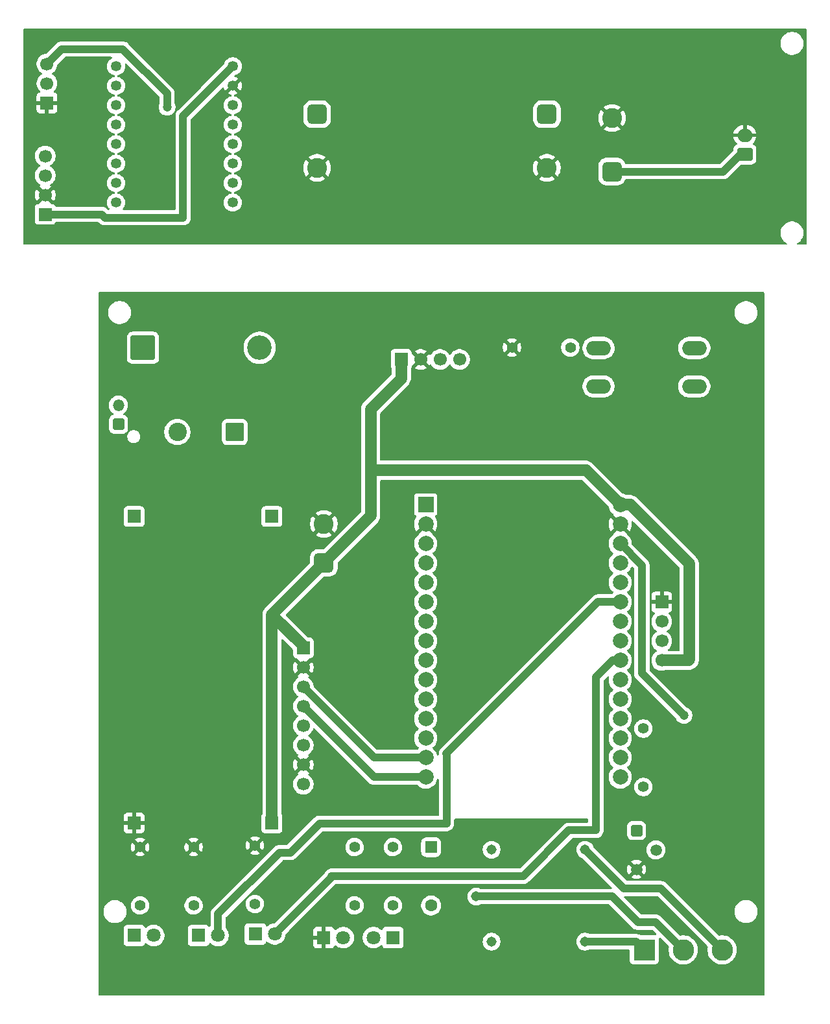
<source format=gbr>
%TF.GenerationSoftware,KiCad,Pcbnew,9.0.4*%
%TF.CreationDate,2025-11-10T11:10:46+05:30*%
%TF.ProjectId,BikeSSv3,42696b65-5353-4763-932e-6b696361645f,rev?*%
%TF.SameCoordinates,Original*%
%TF.FileFunction,Copper,L2,Bot*%
%TF.FilePolarity,Positive*%
%FSLAX46Y46*%
G04 Gerber Fmt 4.6, Leading zero omitted, Abs format (unit mm)*
G04 Created by KiCad (PCBNEW 9.0.4) date 2025-11-10 11:10:46*
%MOMM*%
%LPD*%
G01*
G04 APERTURE LIST*
G04 Aperture macros list*
%AMRoundRect*
0 Rectangle with rounded corners*
0 $1 Rounding radius*
0 $2 $3 $4 $5 $6 $7 $8 $9 X,Y pos of 4 corners*
0 Add a 4 corners polygon primitive as box body*
4,1,4,$2,$3,$4,$5,$6,$7,$8,$9,$2,$3,0*
0 Add four circle primitives for the rounded corners*
1,1,$1+$1,$2,$3*
1,1,$1+$1,$4,$5*
1,1,$1+$1,$6,$7*
1,1,$1+$1,$8,$9*
0 Add four rect primitives between the rounded corners*
20,1,$1+$1,$2,$3,$4,$5,0*
20,1,$1+$1,$4,$5,$6,$7,0*
20,1,$1+$1,$6,$7,$8,$9,0*
20,1,$1+$1,$8,$9,$2,$3,0*%
G04 Aperture macros list end*
%TA.AperFunction,ComponentPad*%
%ADD10R,1.700000X1.700000*%
%TD*%
%TA.AperFunction,ComponentPad*%
%ADD11C,1.700000*%
%TD*%
%TA.AperFunction,ComponentPad*%
%ADD12C,1.400000*%
%TD*%
%TA.AperFunction,ComponentPad*%
%ADD13RoundRect,0.650000X0.650000X-0.650000X0.650000X0.650000X-0.650000X0.650000X-0.650000X-0.650000X0*%
%TD*%
%TA.AperFunction,ComponentPad*%
%ADD14C,2.600000*%
%TD*%
%TA.AperFunction,ComponentPad*%
%ADD15R,1.800000X1.800000*%
%TD*%
%TA.AperFunction,ComponentPad*%
%ADD16C,1.800000*%
%TD*%
%TA.AperFunction,ComponentPad*%
%ADD17RoundRect,0.250000X-0.500000X0.500000X-0.500000X-0.500000X0.500000X-0.500000X0.500000X0.500000X0*%
%TD*%
%TA.AperFunction,ComponentPad*%
%ADD18C,1.500000*%
%TD*%
%TA.AperFunction,ComponentPad*%
%ADD19O,3.200000X1.900000*%
%TD*%
%TA.AperFunction,ComponentPad*%
%ADD20RoundRect,0.650000X-0.650000X0.650000X-0.650000X-0.650000X0.650000X-0.650000X0.650000X0.650000X0*%
%TD*%
%TA.AperFunction,ComponentPad*%
%ADD21C,1.348000*%
%TD*%
%TA.AperFunction,ComponentPad*%
%ADD22R,2.000000X2.000000*%
%TD*%
%TA.AperFunction,ComponentPad*%
%ADD23C,2.000000*%
%TD*%
%TA.AperFunction,ComponentPad*%
%ADD24RoundRect,0.250000X-1.350000X-1.350000X1.350000X-1.350000X1.350000X1.350000X-1.350000X1.350000X0*%
%TD*%
%TA.AperFunction,ComponentPad*%
%ADD25C,3.200000*%
%TD*%
%TA.AperFunction,ComponentPad*%
%ADD26R,2.800000X2.800000*%
%TD*%
%TA.AperFunction,ComponentPad*%
%ADD27C,2.800000*%
%TD*%
%TA.AperFunction,ComponentPad*%
%ADD28C,1.308000*%
%TD*%
%TA.AperFunction,ComponentPad*%
%ADD29RoundRect,0.250000X-0.550000X0.550000X-0.550000X-0.550000X0.550000X-0.550000X0.550000X0.550000X0*%
%TD*%
%TA.AperFunction,ComponentPad*%
%ADD30C,1.600000*%
%TD*%
%TA.AperFunction,ComponentPad*%
%ADD31RoundRect,0.220589X0.529411X-0.529411X0.529411X0.529411X-0.529411X0.529411X-0.529411X-0.529411X0*%
%TD*%
%TA.AperFunction,ComponentPad*%
%ADD32O,1.500000X1.500000*%
%TD*%
%TA.AperFunction,ComponentPad*%
%ADD33RoundRect,0.250001X0.949999X0.949999X-0.949999X0.949999X-0.949999X-0.949999X0.949999X-0.949999X0*%
%TD*%
%TA.AperFunction,ComponentPad*%
%ADD34C,2.400000*%
%TD*%
%TA.AperFunction,ComponentPad*%
%ADD35RoundRect,0.250000X0.750000X-0.600000X0.750000X0.600000X-0.750000X0.600000X-0.750000X-0.600000X0*%
%TD*%
%TA.AperFunction,ComponentPad*%
%ADD36O,2.000000X1.700000*%
%TD*%
%TA.AperFunction,ViaPad*%
%ADD37C,1.200000*%
%TD*%
%TA.AperFunction,Conductor*%
%ADD38C,1.500000*%
%TD*%
%TA.AperFunction,Conductor*%
%ADD39C,1.000000*%
%TD*%
%TA.AperFunction,Conductor*%
%ADD40C,0.200000*%
%TD*%
%TA.AperFunction,Conductor*%
%ADD41C,0.800000*%
%TD*%
G04 APERTURE END LIST*
D10*
%TO.P,J107,1,Pin_1*%
%TO.N,VCC*%
X229980000Y-79525000D03*
D11*
%TO.P,J107,2,Pin_2*%
%TO.N,GND*%
X232520000Y-79525000D03*
%TO.P,J107,3,Pin_3*%
%TO.N,D16*%
X235060000Y-79525000D03*
%TO.P,J107,4,Pin_4*%
%TO.N,D17*%
X237600000Y-79525000D03*
%TD*%
D10*
%TO.P,J108,1,Pin_1*%
%TO.N,GND*%
X195100000Y-140025000D03*
%TD*%
D12*
%TO.P,R102,1*%
%TO.N,Net-(D103-K)*%
X210880000Y-150610000D03*
%TO.P,R102,2*%
%TO.N,GND*%
X210880000Y-142990000D03*
%TD*%
D10*
%TO.P,J104,1,Pin_1*%
%TO.N,VCC*%
X217200000Y-117180000D03*
D11*
%TO.P,J104,2,Pin_2*%
%TO.N,GND*%
X217200000Y-119720000D03*
%TO.P,J104,3,Pin_3*%
%TO.N,D22*%
X217200000Y-122260000D03*
%TO.P,J104,4,Pin_4*%
%TO.N,D21*%
X217200000Y-124800000D03*
%TO.P,J104,5,Pin_5*%
%TO.N,unconnected-(J104-Pin_5-Pad5)*%
X217200000Y-127340000D03*
%TO.P,J104,6,Pin_6*%
%TO.N,unconnected-(J104-Pin_6-Pad6)*%
X217200000Y-129880000D03*
%TO.P,J104,7,Pin_7*%
%TO.N,GND*%
X217200000Y-132420000D03*
%TO.P,J104,8,Pin_8*%
%TO.N,unconnected-(J104-Pin_8-Pad8)*%
X217200000Y-134960000D03*
%TD*%
D13*
%TO.P,TP102,1,1*%
%TO.N,/VCCs*%
X257500000Y-55000000D03*
D14*
%TO.P,TP102,2,2*%
%TO.N,/GNDs*%
X257500000Y-48000000D03*
%TD*%
D10*
%TO.P,J110,1,Pin_1*%
%TO.N,/GNDs*%
X183725000Y-46025000D03*
D11*
%TO.P,J110,2,Pin_2*%
%TO.N,/3.3V*%
X183725000Y-43485000D03*
%TO.P,J110,3,Pin_3*%
%TO.N,/4*%
X183725000Y-40945000D03*
%TD*%
D15*
%TO.P,D107,1,K*%
%TO.N,GND*%
X219880000Y-155000000D03*
D16*
%TO.P,D107,2,A*%
%TO.N,Net-(D107-A)*%
X222420000Y-155000000D03*
%TD*%
D15*
%TO.P,D106,1,K*%
%TO.N,Net-(D105-A)*%
X228880000Y-155000000D03*
D16*
%TO.P,D106,2,A*%
%TO.N,Net-(D106-A)*%
X226340000Y-155000000D03*
%TD*%
D12*
%TO.P,R103,1*%
%TO.N,Net-(D104-K)*%
X195880000Y-150810000D03*
%TO.P,R103,2*%
%TO.N,GND*%
X195880000Y-143190000D03*
%TD*%
D13*
%TO.P,TP101,1,1*%
%TO.N,VCC*%
X219880000Y-106065000D03*
D14*
%TO.P,TP101,2,2*%
%TO.N,GND*%
X219880000Y-100985000D03*
%TD*%
D12*
%TO.P,R105,1*%
%TO.N,VCC*%
X228880000Y-143190000D03*
%TO.P,R105,2*%
%TO.N,Net-(D106-A)*%
X228880000Y-150810000D03*
%TD*%
D15*
%TO.P,D103,1,K*%
%TO.N,Net-(D103-K)*%
X210930000Y-154525000D03*
D16*
%TO.P,D103,2,A*%
%TO.N,/D33*%
X213470000Y-154525000D03*
%TD*%
D17*
%TO.P,Q101,1,C*%
%TO.N,Net-(D105-A)*%
X260700000Y-141020000D03*
D18*
%TO.P,Q101,2,B*%
%TO.N,Net-(Q101-B)*%
X263240000Y-143560000D03*
%TO.P,Q101,3,E*%
%TO.N,GND*%
X260700000Y-146100000D03*
%TD*%
D19*
%TO.P,SW102,1,1*%
%TO.N,Net-(R104-Pad2)*%
X255750000Y-78025000D03*
X268250000Y-78025000D03*
%TO.P,SW102,2,2*%
%TO.N,/D12*%
X255750000Y-83025000D03*
X268250000Y-83025000D03*
%TD*%
D10*
%TO.P,J105,1,Pin_1*%
%TO.N,GND*%
X264000000Y-111200000D03*
D11*
%TO.P,J105,2,Pin_2*%
%TO.N,D26*%
X264000000Y-113740000D03*
%TO.P,J105,3,Pin_3*%
%TO.N,D25*%
X264000000Y-116280000D03*
%TO.P,J105,4,Pin_4*%
%TO.N,VCC*%
X264000000Y-118820000D03*
%TD*%
D20*
%TO.P,TP104,1,1*%
%TO.N,/VCCs*%
X249000000Y-47500000D03*
D14*
%TO.P,TP104,2,2*%
%TO.N,/GNDs*%
X249000000Y-54500000D03*
%TD*%
D10*
%TO.P,J106,1,Pin_1*%
%TO.N,/12V-*%
X195100000Y-100025000D03*
%TD*%
D12*
%TO.P,R107,1*%
%TO.N,D14*%
X261600000Y-127715000D03*
%TO.P,R107,2*%
%TO.N,Net-(Q101-B)*%
X261600000Y-135335000D03*
%TD*%
%TO.P,R101,1*%
%TO.N,Net-(D102-K)*%
X202880000Y-150810000D03*
%TO.P,R101,2*%
%TO.N,GND*%
X202880000Y-143190000D03*
%TD*%
D10*
%TO.P,J102,1,Pin_1*%
%TO.N,/12V+ DO*%
X213100000Y-100025000D03*
%TD*%
D12*
%TO.P,R106,1*%
%TO.N,VCC*%
X223880000Y-143190000D03*
%TO.P,R106,2*%
%TO.N,Net-(D107-A)*%
X223880000Y-150810000D03*
%TD*%
D21*
%TO.P,U102,0,GPIO0*%
%TO.N,unconnected-(U102-GPIO0-Pad0)*%
X207990000Y-59030000D03*
%TO.P,U102,1,GPIO1*%
%TO.N,unconnected-(U102-GPIO1-Pad1)*%
X207990000Y-56490000D03*
%TO.P,U102,2,GPIO2*%
%TO.N,unconnected-(U102-GPIO2-Pad2)*%
X207990000Y-53950000D03*
%TO.P,U102,3,GPIO3*%
%TO.N,unconnected-(U102-GPIO3-Pad3)*%
X207990000Y-51410000D03*
%TO.P,U102,3.3,3V3*%
%TO.N,/3.3V*%
X207990000Y-46330000D03*
%TO.P,U102,4,GPIO4*%
%TO.N,/4*%
X207990000Y-48870000D03*
%TO.P,U102,5,GPIO5*%
%TO.N,/5*%
X192750000Y-41250000D03*
%TO.P,U102,5V,5V*%
%TO.N,/VCCb*%
X207990000Y-41250000D03*
%TO.P,U102,6,GPIO6*%
%TO.N,unconnected-(U102-GPIO6-Pad6)*%
X192750000Y-43790000D03*
%TO.P,U102,7,GPIO7*%
%TO.N,unconnected-(U102-GPIO7-Pad7)*%
X192750000Y-46330000D03*
%TO.P,U102,8,GPIO8*%
%TO.N,unconnected-(U102-GPIO8-Pad8)*%
X192750000Y-48870000D03*
%TO.P,U102,9,GPIO9*%
%TO.N,unconnected-(U102-GPIO9-Pad9)*%
X192750000Y-51410000D03*
%TO.P,U102,10,GPIO10*%
%TO.N,unconnected-(U102-GPIO10-Pad10)*%
X192750000Y-53950000D03*
%TO.P,U102,20,GPIO20*%
%TO.N,unconnected-(U102-GPIO20-Pad20)*%
X192750000Y-56490000D03*
%TO.P,U102,21,GPIO21*%
%TO.N,unconnected-(U102-GPIO21-Pad21)*%
X192750000Y-59030000D03*
%TO.P,U102,G,GND*%
%TO.N,/GNDs*%
X207990000Y-43790000D03*
%TD*%
D15*
%TO.P,D102,1,K*%
%TO.N,Net-(D102-K)*%
X203530000Y-154725000D03*
D16*
%TO.P,D102,2,A*%
%TO.N,/D27*%
X206070000Y-154725000D03*
%TD*%
D22*
%TO.P,U101,1,3V3*%
%TO.N,unconnected-(U101-3V3-Pad1)*%
X233180000Y-98485000D03*
D23*
%TO.P,U101,2,GND*%
%TO.N,GND*%
X233180000Y-101025000D03*
%TO.P,U101,3,D15*%
%TO.N,unconnected-(U101-D15-Pad3)*%
X233180000Y-103565000D03*
%TO.P,U101,4,D2*%
%TO.N,unconnected-(U101-D2-Pad4)*%
X233180000Y-106105000D03*
%TO.P,U101,5,D4*%
%TO.N,unconnected-(U101-D4-Pad5)*%
X233180000Y-108645000D03*
%TO.P,U101,6,RX2*%
%TO.N,D16*%
X233180000Y-111185000D03*
%TO.P,U101,7,TX2*%
%TO.N,D17*%
X233180000Y-113725000D03*
%TO.P,U101,8,D5*%
%TO.N,unconnected-(U101-D5-Pad8)*%
X233180000Y-116265000D03*
%TO.P,U101,9,D18*%
%TO.N,unconnected-(U101-D18-Pad9)*%
X233180000Y-118805000D03*
%TO.P,U101,10,D19*%
%TO.N,unconnected-(U101-D19-Pad10)*%
X233180000Y-121345000D03*
%TO.P,U101,11,D21*%
%TO.N,unconnected-(U101-D21-Pad11)*%
X233180000Y-123885000D03*
%TO.P,U101,12,RX0*%
%TO.N,unconnected-(U101-RX0-Pad12)*%
X233180000Y-126425000D03*
%TO.P,U101,13,TX0*%
%TO.N,unconnected-(U101-TX0-Pad13)*%
X233180000Y-128965000D03*
%TO.P,U101,14,D22*%
%TO.N,D22*%
X233180000Y-131505000D03*
%TO.P,U101,15,D23*%
%TO.N,D21*%
X233180000Y-134045000D03*
%TO.P,U101,16,EN*%
%TO.N,unconnected-(U101-EN-Pad16)*%
X258580000Y-134045000D03*
%TO.P,U101,17,VP*%
%TO.N,unconnected-(U101-VP-Pad17)*%
X258580000Y-131505000D03*
%TO.P,U101,18,VN*%
%TO.N,unconnected-(U101-VN-Pad18)*%
X258580000Y-128965000D03*
%TO.P,U101,19,D34*%
%TO.N,unconnected-(U101-D34-Pad19)*%
X258580000Y-126425000D03*
%TO.P,U101,20,D35*%
%TO.N,unconnected-(U101-D35-Pad20)*%
X258580000Y-123885000D03*
%TO.P,U101,21,D32*%
%TO.N,unconnected-(U101-D32-Pad21)*%
X258580000Y-121345000D03*
%TO.P,U101,22,D33*%
%TO.N,/D33*%
X258580000Y-118805000D03*
%TO.P,U101,23,D25*%
%TO.N,D25*%
X258580000Y-116265000D03*
%TO.P,U101,24,D26*%
%TO.N,D26*%
X258580000Y-113725000D03*
%TO.P,U101,25,D27*%
%TO.N,/D27*%
X258580000Y-111185000D03*
%TO.P,U101,26,D14*%
%TO.N,D14*%
X258580000Y-108645000D03*
%TO.P,U101,27,D12*%
%TO.N,/D12*%
X258580000Y-106105000D03*
%TO.P,U101,28,D13*%
%TO.N,/D13*%
X258580000Y-103565000D03*
%TO.P,U101,29,GND*%
%TO.N,GND*%
X258580000Y-101025000D03*
%TO.P,U101,30,VIN*%
%TO.N,VCC*%
X258580000Y-98485000D03*
%TD*%
D10*
%TO.P,J109,1,Pin_1*%
%TO.N,/VCCb*%
X183500000Y-60580000D03*
D11*
%TO.P,J109,2,Pin_2*%
%TO.N,/GNDs*%
X183500000Y-58040000D03*
%TO.P,J109,3,Pin_3*%
%TO.N,unconnected-(J109-Pin_3-Pad3)*%
X183500000Y-55500000D03*
%TO.P,J109,4,Pin_4*%
%TO.N,/5*%
X183500000Y-52960000D03*
%TD*%
D24*
%TO.P,D101,1,K*%
%TO.N,/12V+DI*%
X196260000Y-78000000D03*
D25*
%TO.P,D101,2,A*%
%TO.N,/12V+ DO*%
X211500000Y-78000000D03*
%TD*%
D12*
%TO.P,R104,1*%
%TO.N,GND*%
X244440000Y-77950000D03*
%TO.P,R104,2*%
%TO.N,Net-(R104-Pad2)*%
X252060000Y-77950000D03*
%TD*%
D20*
%TO.P,TP105,1,1*%
%TO.N,/VCCb*%
X219000000Y-47500000D03*
D14*
%TO.P,TP105,2,2*%
%TO.N,/GNDs*%
X219000000Y-54500000D03*
%TD*%
D26*
%TO.P,J112,1,Pin_1*%
%TO.N,/NO*%
X261720000Y-156600000D03*
D27*
%TO.P,J112,2,Pin_2*%
%TO.N,/COM*%
X266800000Y-156600000D03*
%TO.P,J112,3,Pin_3*%
%TO.N,/NC*%
X271880000Y-156600000D03*
%TD*%
D28*
%TO.P,K101,COIL1*%
%TO.N,VCC*%
X241780000Y-143525000D03*
%TO.P,K101,COIL2*%
%TO.N,Net-(D105-A)*%
X241780000Y-155525000D03*
%TO.P,K101,COM*%
%TO.N,/COM*%
X239780000Y-149645000D03*
%TO.P,K101,NC*%
%TO.N,/NC*%
X253980000Y-143525000D03*
%TO.P,K101,NO*%
%TO.N,/NO*%
X253980000Y-155525000D03*
%TD*%
D15*
%TO.P,D104,1,K*%
%TO.N,Net-(D104-K)*%
X195130000Y-154725000D03*
D16*
%TO.P,D104,2,A*%
%TO.N,/D13*%
X197670000Y-154725000D03*
%TD*%
D29*
%TO.P,D105,1,K*%
%TO.N,VCC*%
X233880000Y-143190000D03*
D30*
%TO.P,D105,2,A*%
%TO.N,Net-(D105-A)*%
X233880000Y-150810000D03*
%TD*%
D31*
%TO.P,J101,1,Pin_1*%
%TO.N,/12V-*%
X193053674Y-88000000D03*
D32*
%TO.P,J101,2,Pin_2*%
%TO.N,/12V+DI*%
X193053674Y-85500000D03*
%TD*%
D33*
%TO.P,C101,1*%
%TO.N,/12V+ DO*%
X208252651Y-89000000D03*
D34*
%TO.N,/12V-*%
X200752651Y-89000000D03*
%TD*%
D10*
%TO.P,J103,1,Pin_1*%
%TO.N,VCC*%
X213100000Y-140025000D03*
%TD*%
D35*
%TO.P,J111,1,Pin_1*%
%TO.N,/VCCs*%
X274850000Y-52750000D03*
D36*
%TO.P,J111,2,Pin_2*%
%TO.N,/GNDs*%
X274850000Y-50250000D03*
%TD*%
D37*
%TO.N,/D13*%
X266880000Y-126000000D03*
%TO.N,/4*%
X199400000Y-46600000D03*
%TD*%
D38*
%TO.N,VCC*%
X219880000Y-106065000D02*
X226000000Y-99945000D01*
X254095000Y-94000000D02*
X226000000Y-94000000D01*
X217200000Y-116945000D02*
X213100000Y-112845000D01*
X226000000Y-86000000D02*
X229980000Y-82020000D01*
X267600000Y-118700000D02*
X267600000Y-106200000D01*
X258580000Y-98485000D02*
X254095000Y-94000000D01*
X226000000Y-99945000D02*
X226000000Y-94000000D01*
X226000000Y-94000000D02*
X226000000Y-86000000D01*
X264000000Y-118820000D02*
X267480000Y-118820000D01*
X229980000Y-82020000D02*
X229980000Y-79525000D01*
X259885000Y-98485000D02*
X258580000Y-98485000D01*
X213100000Y-112845000D02*
X219880000Y-106065000D01*
X267480000Y-118820000D02*
X267600000Y-118700000D01*
X213100000Y-140025000D02*
X213100000Y-112845000D01*
X217200000Y-117180000D02*
X217200000Y-116945000D01*
X267600000Y-106200000D02*
X259885000Y-98485000D01*
D39*
%TO.N,D21*%
X226445000Y-134045000D02*
X233180000Y-134045000D01*
X217200000Y-124800000D02*
X226445000Y-134045000D01*
%TO.N,D22*%
X217200000Y-122260000D02*
X226445000Y-131505000D01*
X226445000Y-131505000D02*
X233180000Y-131505000D01*
%TO.N,/D27*%
X206070000Y-151930000D02*
X214100000Y-143900000D01*
X219300000Y-140100000D02*
X235900000Y-140100000D01*
X235900000Y-140100000D02*
X235900000Y-131020000D01*
X235880000Y-131000000D02*
X255695000Y-111185000D01*
X214100000Y-143900000D02*
X215500000Y-143900000D01*
X215500000Y-143900000D02*
X219300000Y-140100000D01*
X206070000Y-154725000D02*
X206070000Y-151930000D01*
X255695000Y-111185000D02*
X258580000Y-111185000D01*
X235900000Y-131020000D02*
X235880000Y-131000000D01*
%TO.N,/D13*%
X266880000Y-126000000D02*
X261400000Y-120520000D01*
X261400000Y-120520000D02*
X261400000Y-106385000D01*
X261400000Y-106385000D02*
X258580000Y-103565000D01*
%TO.N,/D33*%
X213470000Y-154525000D02*
X220880000Y-147115000D01*
X257595000Y-118805000D02*
X258580000Y-118805000D01*
X251880000Y-141000000D02*
X255400000Y-141000000D01*
X220880000Y-147000000D02*
X245880000Y-147000000D01*
X245880000Y-147000000D02*
X251880000Y-141000000D01*
D40*
X220880000Y-147115000D02*
X220880000Y-147000000D01*
D39*
X255400000Y-121000000D02*
X257595000Y-118805000D01*
X255400000Y-141000000D02*
X255400000Y-121000000D01*
D41*
%TO.N,Net-(R104-Pad2)*%
X255650000Y-77925000D02*
X255750000Y-78025000D01*
D39*
%TO.N,/VCCs*%
X274500000Y-52500000D02*
X272000000Y-55000000D01*
X272000000Y-55000000D02*
X257500000Y-55000000D01*
X274850000Y-52750000D02*
X274750000Y-52750000D01*
X274750000Y-52750000D02*
X274500000Y-52500000D01*
%TO.N,/4*%
X199400000Y-46600000D02*
X199400000Y-44800000D01*
X185670000Y-39000000D02*
X183725000Y-40945000D01*
X199400000Y-44800000D02*
X193600000Y-39000000D01*
X193600000Y-39000000D02*
X185670000Y-39000000D01*
%TO.N,/VCCb*%
X207990000Y-41250000D02*
X201500000Y-47740000D01*
X190870000Y-60580000D02*
X191290000Y-61000000D01*
X201500000Y-61000000D02*
X191290000Y-61000000D01*
X183500000Y-60580000D02*
X190870000Y-60580000D01*
X201500000Y-47740000D02*
X201500000Y-61000000D01*
%TO.N,/NO*%
X253980000Y-155525000D02*
X260645000Y-155525000D01*
D40*
X260645000Y-155525000D02*
X261720000Y-156600000D01*
D39*
%TO.N,/NC*%
X263880000Y-148600000D02*
X271880000Y-156600000D01*
X253980000Y-143525000D02*
X259055000Y-148600000D01*
X259055000Y-148600000D02*
X263880000Y-148600000D01*
%TO.N,/COM*%
X257525000Y-149645000D02*
X260880000Y-153000000D01*
X260880000Y-153000000D02*
X263200000Y-153000000D01*
X239780000Y-149645000D02*
X257525000Y-149645000D01*
X263200000Y-153000000D02*
X266800000Y-156600000D01*
%TD*%
%TA.AperFunction,Conductor*%
%TO.N,/GNDs*%
G36*
X282867539Y-36320185D02*
G01*
X282913294Y-36372989D01*
X282924500Y-36424500D01*
X282924500Y-64425500D01*
X282904815Y-64492539D01*
X282852011Y-64538294D01*
X282800500Y-64549500D01*
X281780568Y-64549500D01*
X281713529Y-64529815D01*
X281667774Y-64477011D01*
X281657830Y-64407853D01*
X281686855Y-64344297D01*
X281724273Y-64315015D01*
X281786433Y-64283343D01*
X281977510Y-64144517D01*
X282144517Y-63977510D01*
X282283343Y-63786433D01*
X282390568Y-63575992D01*
X282463553Y-63351368D01*
X282488929Y-63191150D01*
X282500500Y-63118097D01*
X282500500Y-62881902D01*
X282463553Y-62648631D01*
X282390566Y-62424003D01*
X282283342Y-62213566D01*
X282144517Y-62022490D01*
X281977510Y-61855483D01*
X281786433Y-61716657D01*
X281575996Y-61609433D01*
X281351368Y-61536446D01*
X281118097Y-61499500D01*
X281118092Y-61499500D01*
X280881908Y-61499500D01*
X280881903Y-61499500D01*
X280648631Y-61536446D01*
X280424003Y-61609433D01*
X280213566Y-61716657D01*
X280104550Y-61795862D01*
X280022490Y-61855483D01*
X280022488Y-61855485D01*
X280022487Y-61855485D01*
X279855485Y-62022487D01*
X279855485Y-62022488D01*
X279855483Y-62022490D01*
X279795862Y-62104550D01*
X279716657Y-62213566D01*
X279609433Y-62424003D01*
X279536446Y-62648631D01*
X279499500Y-62881902D01*
X279499500Y-63118097D01*
X279536446Y-63351368D01*
X279609433Y-63575996D01*
X279716657Y-63786433D01*
X279855483Y-63977510D01*
X280022490Y-64144517D01*
X280213567Y-64283343D01*
X280275727Y-64315015D01*
X280326523Y-64362990D01*
X280343318Y-64430811D01*
X280320781Y-64496946D01*
X280266066Y-64540397D01*
X280219432Y-64549500D01*
X180799500Y-64549500D01*
X180732461Y-64529815D01*
X180686706Y-64477011D01*
X180675500Y-64425500D01*
X180675500Y-52853713D01*
X182149500Y-52853713D01*
X182149500Y-53066286D01*
X182179304Y-53254465D01*
X182182754Y-53276243D01*
X182242814Y-53461089D01*
X182248444Y-53478414D01*
X182344951Y-53667820D01*
X182469890Y-53839786D01*
X182620213Y-53990109D01*
X182792182Y-54115050D01*
X182800946Y-54119516D01*
X182851742Y-54167491D01*
X182868536Y-54235312D01*
X182845998Y-54301447D01*
X182800946Y-54340484D01*
X182792182Y-54344949D01*
X182620213Y-54469890D01*
X182469890Y-54620213D01*
X182344951Y-54792179D01*
X182248444Y-54981585D01*
X182182753Y-55183760D01*
X182149500Y-55393713D01*
X182149500Y-55606286D01*
X182181706Y-55809630D01*
X182182754Y-55816243D01*
X182248044Y-56017185D01*
X182248444Y-56018414D01*
X182344951Y-56207820D01*
X182469890Y-56379786D01*
X182620213Y-56530109D01*
X182792179Y-56655048D01*
X182792181Y-56655049D01*
X182792184Y-56655051D01*
X182801493Y-56659794D01*
X182852290Y-56707766D01*
X182869087Y-56775587D01*
X182846552Y-56841722D01*
X182801505Y-56880760D01*
X182792446Y-56885376D01*
X182792440Y-56885380D01*
X182738282Y-56924727D01*
X182738282Y-56924728D01*
X183370591Y-57557037D01*
X183307007Y-57574075D01*
X183192993Y-57639901D01*
X183099901Y-57732993D01*
X183034075Y-57847007D01*
X183017037Y-57910591D01*
X182384728Y-57278282D01*
X182384727Y-57278282D01*
X182345380Y-57332439D01*
X182248904Y-57521782D01*
X182183242Y-57723869D01*
X182183242Y-57723872D01*
X182150000Y-57933753D01*
X182150000Y-58146246D01*
X182183242Y-58356127D01*
X182183242Y-58356130D01*
X182248904Y-58558217D01*
X182345375Y-58747550D01*
X182384728Y-58801716D01*
X183017037Y-58169408D01*
X183034075Y-58232993D01*
X183099901Y-58347007D01*
X183192993Y-58440099D01*
X183307007Y-58505925D01*
X183370590Y-58522962D01*
X182700370Y-59193181D01*
X182639047Y-59226666D01*
X182612698Y-59229500D01*
X182602134Y-59229500D01*
X182602123Y-59229501D01*
X182542516Y-59235908D01*
X182407671Y-59286202D01*
X182407664Y-59286206D01*
X182292455Y-59372452D01*
X182292452Y-59372455D01*
X182206206Y-59487664D01*
X182206202Y-59487671D01*
X182155908Y-59622517D01*
X182149501Y-59682116D01*
X182149500Y-59682135D01*
X182149500Y-61477870D01*
X182149501Y-61477876D01*
X182155908Y-61537483D01*
X182206202Y-61672328D01*
X182206206Y-61672335D01*
X182292452Y-61787544D01*
X182292455Y-61787547D01*
X182407664Y-61873793D01*
X182407671Y-61873797D01*
X182542517Y-61924091D01*
X182542516Y-61924091D01*
X182549444Y-61924835D01*
X182602127Y-61930500D01*
X184397872Y-61930499D01*
X184457483Y-61924091D01*
X184592331Y-61873796D01*
X184707546Y-61787546D01*
X184793796Y-61672331D01*
X184797960Y-61661165D01*
X184839829Y-61605234D01*
X184905293Y-61580816D01*
X184914141Y-61580500D01*
X190404217Y-61580500D01*
X190471256Y-61600185D01*
X190491893Y-61616814D01*
X190591736Y-61716657D01*
X190652220Y-61777141D01*
X190816079Y-61886628D01*
X190816085Y-61886631D01*
X190816086Y-61886632D01*
X190998165Y-61962052D01*
X191159389Y-61994121D01*
X191191457Y-62000499D01*
X191191458Y-62000500D01*
X191191459Y-62000500D01*
X201598543Y-62000500D01*
X201728582Y-61974632D01*
X201791835Y-61962051D01*
X201973914Y-61886632D01*
X202137782Y-61777139D01*
X202277139Y-61637782D01*
X202386632Y-61473914D01*
X202462051Y-61291835D01*
X202500500Y-61098541D01*
X202500500Y-48205781D01*
X202520185Y-48138742D01*
X202536814Y-48118105D01*
X206639316Y-44015602D01*
X206700637Y-43982119D01*
X206770329Y-43987103D01*
X206826262Y-44028975D01*
X206844926Y-44064967D01*
X206902014Y-44240664D01*
X206985900Y-44405303D01*
X206985903Y-44405307D01*
X207000730Y-44425715D01*
X207000730Y-44425716D01*
X207507037Y-43919408D01*
X207524075Y-43982993D01*
X207589901Y-44097007D01*
X207682993Y-44190099D01*
X207797007Y-44255925D01*
X207860590Y-44272962D01*
X207354283Y-44779268D01*
X207354283Y-44779269D01*
X207374686Y-44794092D01*
X207539338Y-44877986D01*
X207715087Y-44935091D01*
X207728857Y-44937272D01*
X207791993Y-44967200D01*
X207828926Y-45026510D01*
X207827930Y-45096373D01*
X207789322Y-45154607D01*
X207728867Y-45182218D01*
X207714971Y-45184419D01*
X207539150Y-45241546D01*
X207539147Y-45241547D01*
X207374424Y-45325479D01*
X207224870Y-45434135D01*
X207224865Y-45434139D01*
X207094139Y-45564865D01*
X207094135Y-45564870D01*
X206985479Y-45714424D01*
X206901547Y-45879147D01*
X206901546Y-45879150D01*
X206844419Y-46054969D01*
X206815500Y-46237559D01*
X206815500Y-46422440D01*
X206844419Y-46605030D01*
X206901546Y-46780849D01*
X206901547Y-46780852D01*
X206958588Y-46892799D01*
X206970549Y-46916275D01*
X206985479Y-46945575D01*
X207094135Y-47095129D01*
X207094139Y-47095134D01*
X207224865Y-47225860D01*
X207224870Y-47225864D01*
X207350210Y-47316928D01*
X207374428Y-47334523D01*
X207453867Y-47374999D01*
X207539147Y-47418452D01*
X207539150Y-47418453D01*
X207603663Y-47439414D01*
X207714971Y-47475580D01*
X207725150Y-47477192D01*
X207727263Y-47477527D01*
X207790397Y-47507457D01*
X207827328Y-47566769D01*
X207826330Y-47636631D01*
X207787719Y-47694864D01*
X207727263Y-47722473D01*
X207714969Y-47724420D01*
X207539150Y-47781546D01*
X207539147Y-47781547D01*
X207374424Y-47865479D01*
X207224870Y-47974135D01*
X207224865Y-47974139D01*
X207094139Y-48104865D01*
X207094135Y-48104870D01*
X206985479Y-48254424D01*
X206901547Y-48419147D01*
X206901546Y-48419150D01*
X206844419Y-48594969D01*
X206815500Y-48777559D01*
X206815500Y-48962440D01*
X206844419Y-49145030D01*
X206901546Y-49320849D01*
X206901547Y-49320852D01*
X206926865Y-49370540D01*
X206960870Y-49437279D01*
X206985479Y-49485575D01*
X207094135Y-49635129D01*
X207094139Y-49635134D01*
X207224865Y-49765860D01*
X207224870Y-49765864D01*
X207355318Y-49860639D01*
X207374428Y-49874523D01*
X207476594Y-49926579D01*
X207539147Y-49958452D01*
X207539150Y-49958453D01*
X207627059Y-49987016D01*
X207714971Y-50015580D01*
X207725150Y-50017192D01*
X207727263Y-50017527D01*
X207790397Y-50047457D01*
X207827328Y-50106769D01*
X207826330Y-50176631D01*
X207787719Y-50234864D01*
X207727263Y-50262473D01*
X207714969Y-50264420D01*
X207539150Y-50321546D01*
X207539147Y-50321547D01*
X207374424Y-50405479D01*
X207224870Y-50514135D01*
X207224865Y-50514139D01*
X207094139Y-50644865D01*
X207094135Y-50644870D01*
X206985479Y-50794424D01*
X206901547Y-50959147D01*
X206901546Y-50959150D01*
X206844419Y-51134969D01*
X206815500Y-51317559D01*
X206815500Y-51502440D01*
X206844419Y-51685030D01*
X206901546Y-51860849D01*
X206901547Y-51860852D01*
X206985479Y-52025575D01*
X207094135Y-52175129D01*
X207094139Y-52175134D01*
X207224865Y-52305860D01*
X207224870Y-52305864D01*
X207355318Y-52400639D01*
X207374428Y-52414523D01*
X207482106Y-52469388D01*
X207539147Y-52498452D01*
X207539150Y-52498453D01*
X207627059Y-52527016D01*
X207714971Y-52555580D01*
X207725150Y-52557192D01*
X207727263Y-52557527D01*
X207790397Y-52587457D01*
X207827328Y-52646769D01*
X207826330Y-52716631D01*
X207787719Y-52774864D01*
X207727263Y-52802473D01*
X207714969Y-52804420D01*
X207539150Y-52861546D01*
X207539147Y-52861547D01*
X207374424Y-52945479D01*
X207224870Y-53054135D01*
X207224865Y-53054139D01*
X207094139Y-53184865D01*
X207094135Y-53184870D01*
X206985479Y-53334424D01*
X206901547Y-53499147D01*
X206901546Y-53499150D01*
X206844419Y-53674969D01*
X206815500Y-53857559D01*
X206815500Y-54042440D01*
X206844419Y-54225030D01*
X206901546Y-54400849D01*
X206901547Y-54400852D01*
X206985479Y-54565575D01*
X207094135Y-54715129D01*
X207094139Y-54715134D01*
X207224865Y-54845860D01*
X207224870Y-54845864D01*
X207355318Y-54940639D01*
X207374428Y-54954523D01*
X207482106Y-55009388D01*
X207539147Y-55038452D01*
X207539150Y-55038453D01*
X207627059Y-55067016D01*
X207714971Y-55095580D01*
X207725150Y-55097192D01*
X207727263Y-55097527D01*
X207790397Y-55127457D01*
X207827328Y-55186769D01*
X207826330Y-55256631D01*
X207787719Y-55314864D01*
X207727263Y-55342473D01*
X207714969Y-55344420D01*
X207539150Y-55401546D01*
X207539147Y-55401547D01*
X207374424Y-55485479D01*
X207224870Y-55594135D01*
X207224865Y-55594139D01*
X207094139Y-55724865D01*
X207094135Y-55724870D01*
X206985479Y-55874424D01*
X206901547Y-56039147D01*
X206901546Y-56039150D01*
X206844419Y-56214969D01*
X206815500Y-56397559D01*
X206815500Y-56582440D01*
X206844419Y-56765030D01*
X206901546Y-56940849D01*
X206901547Y-56940852D01*
X206985479Y-57105575D01*
X207094135Y-57255129D01*
X207094139Y-57255134D01*
X207224865Y-57385860D01*
X207224870Y-57385864D01*
X207355318Y-57480639D01*
X207374428Y-57494523D01*
X207463682Y-57540000D01*
X207539147Y-57578452D01*
X207539150Y-57578453D01*
X207627059Y-57607016D01*
X207714971Y-57635580D01*
X207725150Y-57637192D01*
X207727263Y-57637527D01*
X207790397Y-57667457D01*
X207827328Y-57726769D01*
X207826330Y-57796631D01*
X207787719Y-57854864D01*
X207727263Y-57882473D01*
X207714969Y-57884420D01*
X207539150Y-57941546D01*
X207539147Y-57941547D01*
X207374424Y-58025479D01*
X207224870Y-58134135D01*
X207224865Y-58134139D01*
X207094139Y-58264865D01*
X207094135Y-58264870D01*
X206985479Y-58414424D01*
X206901547Y-58579147D01*
X206901546Y-58579150D01*
X206844419Y-58754969D01*
X206815500Y-58937559D01*
X206815500Y-59122440D01*
X206844419Y-59305030D01*
X206901546Y-59480849D01*
X206901547Y-59480852D01*
X206951812Y-59579500D01*
X206982657Y-59640038D01*
X206985479Y-59645575D01*
X207094135Y-59795129D01*
X207094139Y-59795134D01*
X207224865Y-59925860D01*
X207224870Y-59925864D01*
X207280905Y-59966575D01*
X207374428Y-60034523D01*
X207482106Y-60089388D01*
X207539147Y-60118452D01*
X207539150Y-60118453D01*
X207714969Y-60175580D01*
X207897560Y-60204500D01*
X207897565Y-60204500D01*
X208082440Y-60204500D01*
X208265030Y-60175580D01*
X208440849Y-60118453D01*
X208440852Y-60118452D01*
X208605572Y-60034523D01*
X208755136Y-59925859D01*
X208885859Y-59795136D01*
X208994523Y-59645572D01*
X209078452Y-59480852D01*
X209113672Y-59372455D01*
X209135580Y-59305030D01*
X209164500Y-59122440D01*
X209164500Y-58937559D01*
X209135580Y-58754969D01*
X209078453Y-58579150D01*
X209078452Y-58579147D01*
X209041143Y-58505925D01*
X208994523Y-58414428D01*
X208945539Y-58347007D01*
X208885864Y-58264870D01*
X208885860Y-58264865D01*
X208755134Y-58134139D01*
X208755129Y-58134135D01*
X208605575Y-58025479D01*
X208605574Y-58025478D01*
X208605572Y-58025477D01*
X208552799Y-57998588D01*
X208440852Y-57941547D01*
X208440849Y-57941546D01*
X208265030Y-57884420D01*
X208252737Y-57882473D01*
X208189602Y-57852544D01*
X208152671Y-57793232D01*
X208153669Y-57723370D01*
X208192279Y-57665137D01*
X208252737Y-57637527D01*
X208254508Y-57637246D01*
X208265029Y-57635580D01*
X208440852Y-57578452D01*
X208605572Y-57494523D01*
X208755136Y-57385859D01*
X208885859Y-57255136D01*
X208994523Y-57105572D01*
X209078452Y-56940852D01*
X209096478Y-56885373D01*
X209135580Y-56765030D01*
X209164500Y-56582440D01*
X209164500Y-56397559D01*
X209135580Y-56214969D01*
X209078453Y-56039150D01*
X209078452Y-56039147D01*
X209030797Y-55945620D01*
X209026546Y-55937277D01*
X208994523Y-55874428D01*
X208994521Y-55874425D01*
X208994520Y-55874423D01*
X208885864Y-55724870D01*
X208885860Y-55724865D01*
X208755134Y-55594139D01*
X208755129Y-55594135D01*
X208605575Y-55485479D01*
X208605574Y-55485478D01*
X208605572Y-55485477D01*
X208552799Y-55458588D01*
X208440852Y-55401547D01*
X208440849Y-55401546D01*
X208265030Y-55344420D01*
X208252737Y-55342473D01*
X208189602Y-55312544D01*
X208152671Y-55253232D01*
X208153669Y-55183370D01*
X208192279Y-55125137D01*
X208252737Y-55097527D01*
X208254508Y-55097246D01*
X208265029Y-55095580D01*
X208440852Y-55038452D01*
X208605572Y-54954523D01*
X208755136Y-54845859D01*
X208885859Y-54715136D01*
X208994523Y-54565572D01*
X209078452Y-54400852D01*
X209084572Y-54382014D01*
X217200000Y-54382014D01*
X217200000Y-54617985D01*
X217230799Y-54851914D01*
X217291870Y-55079837D01*
X217382160Y-55297819D01*
X217382165Y-55297828D01*
X217500144Y-55502171D01*
X217500145Y-55502172D01*
X217562721Y-55583723D01*
X218322421Y-54824024D01*
X218335359Y-54855258D01*
X218417437Y-54978097D01*
X218521903Y-55082563D01*
X218644742Y-55164641D01*
X218675975Y-55177578D01*
X217916275Y-55937277D01*
X217997827Y-55999854D01*
X217997828Y-55999855D01*
X218202171Y-56117834D01*
X218202180Y-56117839D01*
X218420163Y-56208129D01*
X218420161Y-56208129D01*
X218648085Y-56269200D01*
X218882014Y-56299999D01*
X218882029Y-56300000D01*
X219117971Y-56300000D01*
X219117985Y-56299999D01*
X219351914Y-56269200D01*
X219579837Y-56208129D01*
X219797819Y-56117839D01*
X219797828Y-56117834D01*
X220002181Y-55999850D01*
X220083723Y-55937279D01*
X220083723Y-55937276D01*
X219324024Y-55177578D01*
X219355258Y-55164641D01*
X219478097Y-55082563D01*
X219582563Y-54978097D01*
X219664641Y-54855258D01*
X219677578Y-54824024D01*
X220437276Y-55583723D01*
X220437279Y-55583723D01*
X220499850Y-55502181D01*
X220617834Y-55297828D01*
X220617839Y-55297819D01*
X220708129Y-55079837D01*
X220769200Y-54851914D01*
X220799999Y-54617985D01*
X220800000Y-54617971D01*
X220800000Y-54382028D01*
X220799999Y-54382014D01*
X247200000Y-54382014D01*
X247200000Y-54617985D01*
X247230799Y-54851914D01*
X247291870Y-55079837D01*
X247382160Y-55297819D01*
X247382165Y-55297828D01*
X247500144Y-55502171D01*
X247500145Y-55502172D01*
X247562721Y-55583723D01*
X248322421Y-54824024D01*
X248335359Y-54855258D01*
X248417437Y-54978097D01*
X248521903Y-55082563D01*
X248644742Y-55164641D01*
X248675975Y-55177578D01*
X247916275Y-55937277D01*
X247997827Y-55999854D01*
X247997828Y-55999855D01*
X248202171Y-56117834D01*
X248202180Y-56117839D01*
X248420163Y-56208129D01*
X248420161Y-56208129D01*
X248648085Y-56269200D01*
X248882014Y-56299999D01*
X248882029Y-56300000D01*
X249117971Y-56300000D01*
X249117985Y-56299999D01*
X249351914Y-56269200D01*
X249579837Y-56208129D01*
X249797819Y-56117839D01*
X249797828Y-56117834D01*
X250002181Y-55999850D01*
X250083723Y-55937279D01*
X250083723Y-55937276D01*
X249324024Y-55177578D01*
X249355258Y-55164641D01*
X249478097Y-55082563D01*
X249582563Y-54978097D01*
X249664641Y-54855258D01*
X249677578Y-54824025D01*
X250437276Y-55583723D01*
X250437279Y-55583723D01*
X250499850Y-55502181D01*
X250617834Y-55297828D01*
X250617839Y-55297819D01*
X250708129Y-55079837D01*
X250769200Y-54851914D01*
X250799999Y-54617985D01*
X250800000Y-54617971D01*
X250800000Y-54382028D01*
X250799999Y-54382014D01*
X250788283Y-54293026D01*
X250788283Y-54293025D01*
X250786434Y-54278984D01*
X255699500Y-54278984D01*
X255699500Y-55721015D01*
X255705650Y-55809624D01*
X255705652Y-55809640D01*
X255754465Y-56017176D01*
X255754467Y-56017182D01*
X255754468Y-56017185D01*
X255840591Y-56212237D01*
X255842464Y-56214971D01*
X255961088Y-56388141D01*
X255961093Y-56388147D01*
X256111852Y-56538906D01*
X256111858Y-56538911D01*
X256287763Y-56659409D01*
X256482815Y-56745532D01*
X256482821Y-56745533D01*
X256482823Y-56745534D01*
X256690359Y-56794347D01*
X256690364Y-56794347D01*
X256690370Y-56794349D01*
X256739602Y-56797766D01*
X256778984Y-56800500D01*
X256778988Y-56800500D01*
X258221016Y-56800500D01*
X258256459Y-56798039D01*
X258309630Y-56794349D01*
X258309636Y-56794347D01*
X258309640Y-56794347D01*
X258465468Y-56757695D01*
X258517185Y-56745532D01*
X258712237Y-56659409D01*
X258888142Y-56538911D01*
X259038911Y-56388142D01*
X259159409Y-56212237D01*
X259220263Y-56074413D01*
X259265348Y-56021038D01*
X259332134Y-56000510D01*
X259333697Y-56000500D01*
X272098542Y-56000500D01*
X272129566Y-55994328D01*
X272195188Y-55981275D01*
X272291836Y-55962051D01*
X272345165Y-55939961D01*
X272473914Y-55886632D01*
X272637782Y-55777139D01*
X272777139Y-55637782D01*
X272777140Y-55637779D01*
X272784206Y-55630714D01*
X272784209Y-55630710D01*
X274278101Y-54136818D01*
X274339424Y-54103333D01*
X274365782Y-54100499D01*
X275650002Y-54100499D01*
X275650008Y-54100499D01*
X275752797Y-54089999D01*
X275919334Y-54034814D01*
X276068656Y-53942712D01*
X276192712Y-53818656D01*
X276284814Y-53669334D01*
X276339999Y-53502797D01*
X276350500Y-53400009D01*
X276350499Y-52099992D01*
X276339999Y-51997203D01*
X276284814Y-51830666D01*
X276192712Y-51681344D01*
X276068656Y-51557288D01*
X275919334Y-51465186D01*
X275919332Y-51465185D01*
X275913440Y-51461551D01*
X275866716Y-51409603D01*
X275855493Y-51340641D01*
X275883337Y-51276558D01*
X275890856Y-51268330D01*
X276029728Y-51129458D01*
X276154620Y-50957557D01*
X276251095Y-50768217D01*
X276316757Y-50566129D01*
X276316757Y-50566126D01*
X276327231Y-50500000D01*
X275283012Y-50500000D01*
X275315925Y-50442993D01*
X275350000Y-50315826D01*
X275350000Y-50184174D01*
X275315925Y-50057007D01*
X275283012Y-50000000D01*
X276327231Y-50000000D01*
X276316757Y-49933873D01*
X276316757Y-49933870D01*
X276251095Y-49731782D01*
X276154620Y-49542442D01*
X276029727Y-49370540D01*
X276029723Y-49370535D01*
X275879464Y-49220276D01*
X275879459Y-49220272D01*
X275707557Y-49095379D01*
X275518217Y-48998904D01*
X275316129Y-48933242D01*
X275106246Y-48900000D01*
X275100000Y-48900000D01*
X275100000Y-49816988D01*
X275042993Y-49784075D01*
X274915826Y-49750000D01*
X274784174Y-49750000D01*
X274657007Y-49784075D01*
X274600000Y-49816988D01*
X274600000Y-48900000D01*
X274593754Y-48900000D01*
X274383872Y-48933242D01*
X274383869Y-48933242D01*
X274181782Y-48998904D01*
X273992442Y-49095379D01*
X273820540Y-49220272D01*
X273820535Y-49220276D01*
X273670276Y-49370535D01*
X273670272Y-49370540D01*
X273545379Y-49542442D01*
X273448904Y-49731782D01*
X273383242Y-49933870D01*
X273383242Y-49933873D01*
X273372769Y-50000000D01*
X274416988Y-50000000D01*
X274384075Y-50057007D01*
X274350000Y-50184174D01*
X274350000Y-50315826D01*
X274384075Y-50442993D01*
X274416988Y-50500000D01*
X273372769Y-50500000D01*
X273383242Y-50566126D01*
X273383242Y-50566129D01*
X273448904Y-50768217D01*
X273545379Y-50957557D01*
X273670272Y-51129459D01*
X273670276Y-51129464D01*
X273809143Y-51268331D01*
X273842628Y-51329654D01*
X273837644Y-51399346D01*
X273795772Y-51455279D01*
X273786559Y-51461551D01*
X273631342Y-51557289D01*
X273507289Y-51681342D01*
X273415187Y-51830663D01*
X273415186Y-51830666D01*
X273360001Y-51997203D01*
X273360001Y-51997204D01*
X273360000Y-51997204D01*
X273349500Y-52099983D01*
X273349500Y-52184217D01*
X273329815Y-52251256D01*
X273313181Y-52271898D01*
X271621899Y-53963181D01*
X271560576Y-53996666D01*
X271534218Y-53999500D01*
X259333697Y-53999500D01*
X259266658Y-53979815D01*
X259220903Y-53927011D01*
X259220303Y-53925678D01*
X259159409Y-53787763D01*
X259038911Y-53611858D01*
X259038906Y-53611852D01*
X258888147Y-53461093D01*
X258888141Y-53461088D01*
X258712238Y-53340592D01*
X258712239Y-53340592D01*
X258712237Y-53340591D01*
X258517185Y-53254468D01*
X258517183Y-53254467D01*
X258517182Y-53254467D01*
X258517176Y-53254465D01*
X258309640Y-53205652D01*
X258309624Y-53205650D01*
X258221016Y-53199500D01*
X258221012Y-53199500D01*
X256778988Y-53199500D01*
X256778984Y-53199500D01*
X256690375Y-53205650D01*
X256690359Y-53205652D01*
X256482823Y-53254465D01*
X256482817Y-53254467D01*
X256287761Y-53340592D01*
X256111858Y-53461088D01*
X256111852Y-53461093D01*
X255961093Y-53611852D01*
X255961088Y-53611858D01*
X255840592Y-53787761D01*
X255754467Y-53982817D01*
X255754465Y-53982823D01*
X255705652Y-54190359D01*
X255705650Y-54190375D01*
X255699500Y-54278984D01*
X250786434Y-54278984D01*
X250769201Y-54148085D01*
X250708129Y-53920162D01*
X250617839Y-53702180D01*
X250617834Y-53702171D01*
X250499855Y-53497828D01*
X250499854Y-53497827D01*
X250437277Y-53416275D01*
X249677578Y-54175974D01*
X249664641Y-54144742D01*
X249582563Y-54021903D01*
X249478097Y-53917437D01*
X249355258Y-53835359D01*
X249324024Y-53822421D01*
X250083723Y-53062721D01*
X250002172Y-53000145D01*
X250002171Y-53000144D01*
X249797828Y-52882165D01*
X249797819Y-52882160D01*
X249579836Y-52791870D01*
X249579838Y-52791870D01*
X249351914Y-52730799D01*
X249117985Y-52700000D01*
X248882014Y-52700000D01*
X248648085Y-52730799D01*
X248420162Y-52791870D01*
X248202180Y-52882160D01*
X248202171Y-52882165D01*
X247997828Y-53000144D01*
X247997818Y-53000150D01*
X247916275Y-53062720D01*
X247916275Y-53062721D01*
X248675975Y-53822421D01*
X248644742Y-53835359D01*
X248521903Y-53917437D01*
X248417437Y-54021903D01*
X248335359Y-54144742D01*
X248322421Y-54175975D01*
X247562721Y-53416275D01*
X247562720Y-53416275D01*
X247500150Y-53497818D01*
X247500144Y-53497828D01*
X247382165Y-53702171D01*
X247382160Y-53702180D01*
X247291870Y-53920162D01*
X247230799Y-54148085D01*
X247200000Y-54382014D01*
X220799999Y-54382014D01*
X220769200Y-54148085D01*
X220708129Y-53920162D01*
X220617839Y-53702180D01*
X220617834Y-53702171D01*
X220499855Y-53497828D01*
X220499854Y-53497827D01*
X220437277Y-53416275D01*
X219677578Y-54175974D01*
X219664641Y-54144742D01*
X219582563Y-54021903D01*
X219478097Y-53917437D01*
X219355258Y-53835359D01*
X219324024Y-53822421D01*
X220083723Y-53062721D01*
X220002172Y-53000145D01*
X220002171Y-53000144D01*
X219797828Y-52882165D01*
X219797819Y-52882160D01*
X219579836Y-52791870D01*
X219579838Y-52791870D01*
X219351914Y-52730799D01*
X219117985Y-52700000D01*
X218882014Y-52700000D01*
X218648085Y-52730799D01*
X218420162Y-52791870D01*
X218202180Y-52882160D01*
X218202171Y-52882165D01*
X217997828Y-53000144D01*
X217997818Y-53000150D01*
X217916275Y-53062720D01*
X217916275Y-53062721D01*
X218675975Y-53822421D01*
X218644742Y-53835359D01*
X218521903Y-53917437D01*
X218417437Y-54021903D01*
X218335359Y-54144742D01*
X218322421Y-54175975D01*
X217562721Y-53416275D01*
X217562720Y-53416275D01*
X217500150Y-53497818D01*
X217500144Y-53497828D01*
X217382165Y-53702171D01*
X217382160Y-53702180D01*
X217291870Y-53920162D01*
X217230799Y-54148085D01*
X217200000Y-54382014D01*
X209084572Y-54382014D01*
X209092271Y-54358319D01*
X209098340Y-54339644D01*
X209098340Y-54339643D01*
X209110750Y-54301447D01*
X209135580Y-54225029D01*
X209156967Y-54089998D01*
X209164500Y-54042440D01*
X209164500Y-53857559D01*
X209135580Y-53674969D01*
X209078453Y-53499150D01*
X209078452Y-53499147D01*
X209036226Y-53416275D01*
X208994523Y-53334428D01*
X208988641Y-53326332D01*
X208885865Y-53184870D01*
X208755134Y-53054139D01*
X208755129Y-53054135D01*
X208605575Y-52945479D01*
X208605574Y-52945478D01*
X208605572Y-52945477D01*
X208552799Y-52918588D01*
X208440852Y-52861547D01*
X208440849Y-52861546D01*
X208265030Y-52804420D01*
X208252737Y-52802473D01*
X208189602Y-52772544D01*
X208152671Y-52713232D01*
X208153669Y-52643370D01*
X208192279Y-52585137D01*
X208252737Y-52557527D01*
X208254508Y-52557246D01*
X208265029Y-52555580D01*
X208440852Y-52498452D01*
X208605572Y-52414523D01*
X208755136Y-52305859D01*
X208885859Y-52175136D01*
X208994523Y-52025572D01*
X209078452Y-51860852D01*
X209127972Y-51708444D01*
X209135580Y-51685030D01*
X209164500Y-51502440D01*
X209164500Y-51317559D01*
X209135580Y-51134969D01*
X209078453Y-50959150D01*
X209078452Y-50959147D01*
X209049388Y-50902106D01*
X208994523Y-50794428D01*
X208937488Y-50715925D01*
X208885864Y-50644870D01*
X208885860Y-50644865D01*
X208755134Y-50514139D01*
X208755129Y-50514135D01*
X208605575Y-50405479D01*
X208605574Y-50405478D01*
X208605572Y-50405477D01*
X208552799Y-50378588D01*
X208440852Y-50321547D01*
X208440849Y-50321546D01*
X208265030Y-50264420D01*
X208252737Y-50262473D01*
X208189602Y-50232544D01*
X208152671Y-50173232D01*
X208153669Y-50103370D01*
X208192279Y-50045137D01*
X208252737Y-50017527D01*
X208254508Y-50017246D01*
X208265029Y-50015580D01*
X208440852Y-49958452D01*
X208605572Y-49874523D01*
X208755136Y-49765859D01*
X208885859Y-49635136D01*
X208994523Y-49485572D01*
X209078452Y-49320852D01*
X209087064Y-49294347D01*
X209135580Y-49145030D01*
X209164500Y-48962440D01*
X209164500Y-48777559D01*
X209135580Y-48594969D01*
X209078453Y-48419150D01*
X209078452Y-48419147D01*
X209045030Y-48353554D01*
X208994523Y-48254428D01*
X208959179Y-48205781D01*
X208885864Y-48104870D01*
X208885860Y-48104865D01*
X208755134Y-47974139D01*
X208755129Y-47974135D01*
X208605575Y-47865479D01*
X208605574Y-47865478D01*
X208605572Y-47865477D01*
X208552799Y-47838588D01*
X208440852Y-47781547D01*
X208440849Y-47781546D01*
X208265030Y-47724420D01*
X208252737Y-47722473D01*
X208189602Y-47692544D01*
X208152671Y-47633232D01*
X208153669Y-47563370D01*
X208192279Y-47505137D01*
X208252737Y-47477527D01*
X208254508Y-47477246D01*
X208265029Y-47475580D01*
X208440852Y-47418452D01*
X208605572Y-47334523D01*
X208755136Y-47225859D01*
X208885859Y-47095136D01*
X208994523Y-46945572D01*
X209078452Y-46780852D01*
X209079059Y-46778984D01*
X217199500Y-46778984D01*
X217199500Y-48221015D01*
X217205650Y-48309624D01*
X217205652Y-48309640D01*
X217254465Y-48517176D01*
X217254467Y-48517182D01*
X217254468Y-48517185D01*
X217340591Y-48712237D01*
X217340592Y-48712238D01*
X217461088Y-48888141D01*
X217461093Y-48888147D01*
X217611852Y-49038906D01*
X217611858Y-49038911D01*
X217787763Y-49159409D01*
X217982815Y-49245532D01*
X217982821Y-49245533D01*
X217982823Y-49245534D01*
X218190359Y-49294347D01*
X218190364Y-49294347D01*
X218190370Y-49294349D01*
X218239602Y-49297766D01*
X218278984Y-49300500D01*
X218278988Y-49300500D01*
X219721016Y-49300500D01*
X219756459Y-49298039D01*
X219809630Y-49294349D01*
X219809636Y-49294347D01*
X219809640Y-49294347D01*
X220017176Y-49245534D01*
X220017174Y-49245534D01*
X220017185Y-49245532D01*
X220212237Y-49159409D01*
X220388142Y-49038911D01*
X220538911Y-48888142D01*
X220659409Y-48712237D01*
X220745532Y-48517185D01*
X220768591Y-48419147D01*
X220794347Y-48309640D01*
X220794347Y-48309636D01*
X220794349Y-48309630D01*
X220800500Y-48221012D01*
X220800500Y-46778988D01*
X220800500Y-46778984D01*
X247199500Y-46778984D01*
X247199500Y-48221015D01*
X247205650Y-48309624D01*
X247205652Y-48309640D01*
X247254465Y-48517176D01*
X247254467Y-48517182D01*
X247254468Y-48517185D01*
X247340591Y-48712237D01*
X247340592Y-48712238D01*
X247461088Y-48888141D01*
X247461093Y-48888147D01*
X247611852Y-49038906D01*
X247611858Y-49038911D01*
X247787763Y-49159409D01*
X247982815Y-49245532D01*
X247982821Y-49245533D01*
X247982823Y-49245534D01*
X248190359Y-49294347D01*
X248190364Y-49294347D01*
X248190370Y-49294349D01*
X248239602Y-49297766D01*
X248278984Y-49300500D01*
X248278988Y-49300500D01*
X249721016Y-49300500D01*
X249756459Y-49298039D01*
X249809630Y-49294349D01*
X249809636Y-49294347D01*
X249809640Y-49294347D01*
X249919029Y-49268619D01*
X250017176Y-49245534D01*
X250017174Y-49245534D01*
X250017185Y-49245532D01*
X250212237Y-49159409D01*
X250388142Y-49038911D01*
X250538911Y-48888142D01*
X250659409Y-48712237D01*
X250745532Y-48517185D01*
X250768591Y-48419147D01*
X250794347Y-48309640D01*
X250794347Y-48309636D01*
X250794349Y-48309630D01*
X250800500Y-48221012D01*
X250800500Y-47882014D01*
X255700000Y-47882014D01*
X255700000Y-48117985D01*
X255730799Y-48351914D01*
X255791870Y-48579837D01*
X255882160Y-48797819D01*
X255882165Y-48797828D01*
X256000144Y-49002171D01*
X256000145Y-49002172D01*
X256062721Y-49083723D01*
X256822421Y-48324024D01*
X256835359Y-48355258D01*
X256917437Y-48478097D01*
X257021903Y-48582563D01*
X257144742Y-48664641D01*
X257175975Y-48677578D01*
X256416275Y-49437277D01*
X256497827Y-49499854D01*
X256497828Y-49499855D01*
X256702171Y-49617834D01*
X256702180Y-49617839D01*
X256920163Y-49708129D01*
X256920161Y-49708129D01*
X257148085Y-49769200D01*
X257382014Y-49799999D01*
X257382029Y-49800000D01*
X257617971Y-49800000D01*
X257617985Y-49799999D01*
X257851914Y-49769200D01*
X258079837Y-49708129D01*
X258297819Y-49617839D01*
X258297828Y-49617834D01*
X258502181Y-49499850D01*
X258583723Y-49437279D01*
X258583723Y-49437276D01*
X257824024Y-48677578D01*
X257855258Y-48664641D01*
X257978097Y-48582563D01*
X258082563Y-48478097D01*
X258164641Y-48355258D01*
X258177578Y-48324024D01*
X258937276Y-49083723D01*
X258937279Y-49083723D01*
X258999850Y-49002181D01*
X259117834Y-48797828D01*
X259117839Y-48797819D01*
X259208129Y-48579837D01*
X259269200Y-48351914D01*
X259299999Y-48117985D01*
X259300000Y-48117971D01*
X259300000Y-47882028D01*
X259299999Y-47882014D01*
X259269200Y-47648085D01*
X259208129Y-47420162D01*
X259117839Y-47202180D01*
X259117834Y-47202171D01*
X258999855Y-46997828D01*
X258999854Y-46997827D01*
X258937277Y-46916275D01*
X258177578Y-47675974D01*
X258164641Y-47644742D01*
X258082563Y-47521903D01*
X257978097Y-47417437D01*
X257855258Y-47335359D01*
X257824024Y-47322421D01*
X258583723Y-46562721D01*
X258502172Y-46500145D01*
X258502171Y-46500144D01*
X258297828Y-46382165D01*
X258297819Y-46382160D01*
X258079836Y-46291870D01*
X258079838Y-46291870D01*
X257851914Y-46230799D01*
X257617985Y-46200000D01*
X257382014Y-46200000D01*
X257148085Y-46230799D01*
X256920162Y-46291870D01*
X256702180Y-46382160D01*
X256702171Y-46382165D01*
X256497828Y-46500144D01*
X256497818Y-46500150D01*
X256416275Y-46562720D01*
X256416275Y-46562721D01*
X257175975Y-47322421D01*
X257144742Y-47335359D01*
X257021903Y-47417437D01*
X256917437Y-47521903D01*
X256835359Y-47644742D01*
X256822421Y-47675975D01*
X256062721Y-46916275D01*
X256062720Y-46916275D01*
X256000150Y-46997818D01*
X256000144Y-46997828D01*
X255882165Y-47202171D01*
X255882160Y-47202180D01*
X255791870Y-47420162D01*
X255730799Y-47648085D01*
X255700000Y-47882014D01*
X250800500Y-47882014D01*
X250800500Y-46778988D01*
X250794349Y-46690370D01*
X250793465Y-46686610D01*
X250782283Y-46639063D01*
X250747439Y-46490925D01*
X250745532Y-46482815D01*
X250659409Y-46287763D01*
X250538911Y-46111858D01*
X250538906Y-46111852D01*
X250388147Y-45961093D01*
X250388141Y-45961088D01*
X250212238Y-45840592D01*
X250212239Y-45840592D01*
X250212237Y-45840591D01*
X250017185Y-45754468D01*
X250017183Y-45754467D01*
X250017182Y-45754467D01*
X250017176Y-45754465D01*
X249809640Y-45705652D01*
X249809624Y-45705650D01*
X249721016Y-45699500D01*
X249721012Y-45699500D01*
X248278988Y-45699500D01*
X248278984Y-45699500D01*
X248190375Y-45705650D01*
X248190359Y-45705652D01*
X247982823Y-45754465D01*
X247982817Y-45754467D01*
X247787761Y-45840592D01*
X247611858Y-45961088D01*
X247611852Y-45961093D01*
X247461093Y-46111852D01*
X247461088Y-46111858D01*
X247340592Y-46287761D01*
X247254467Y-46482817D01*
X247254465Y-46482823D01*
X247205652Y-46690359D01*
X247205650Y-46690375D01*
X247199500Y-46778984D01*
X220800500Y-46778984D01*
X220794349Y-46690370D01*
X220794347Y-46690364D01*
X220794347Y-46690359D01*
X220745534Y-46482823D01*
X220745532Y-46482817D01*
X220745532Y-46482815D01*
X220659409Y-46287763D01*
X220538911Y-46111858D01*
X220538906Y-46111852D01*
X220388147Y-45961093D01*
X220388141Y-45961088D01*
X220212238Y-45840592D01*
X220212239Y-45840592D01*
X220212237Y-45840591D01*
X220017185Y-45754468D01*
X220017183Y-45754467D01*
X220017182Y-45754467D01*
X220017176Y-45754465D01*
X219809640Y-45705652D01*
X219809624Y-45705650D01*
X219721016Y-45699500D01*
X219721012Y-45699500D01*
X218278988Y-45699500D01*
X218278984Y-45699500D01*
X218190375Y-45705650D01*
X218190359Y-45705652D01*
X217982823Y-45754465D01*
X217982817Y-45754467D01*
X217787761Y-45840592D01*
X217611858Y-45961088D01*
X217611852Y-45961093D01*
X217461093Y-46111852D01*
X217461088Y-46111858D01*
X217340592Y-46287761D01*
X217254467Y-46482817D01*
X217254465Y-46482823D01*
X217205652Y-46690359D01*
X217205650Y-46690375D01*
X217199500Y-46778984D01*
X209079059Y-46778984D01*
X209135580Y-46605029D01*
X209142281Y-46562720D01*
X209164500Y-46422440D01*
X209164500Y-46237559D01*
X209135580Y-46054969D01*
X209078453Y-45879150D01*
X209078452Y-45879147D01*
X209014924Y-45754468D01*
X208994523Y-45714428D01*
X208980639Y-45695318D01*
X208885864Y-45564870D01*
X208885860Y-45564865D01*
X208755134Y-45434139D01*
X208755129Y-45434135D01*
X208605575Y-45325479D01*
X208605574Y-45325478D01*
X208605572Y-45325477D01*
X208552799Y-45298588D01*
X208440852Y-45241547D01*
X208440849Y-45241546D01*
X208265033Y-45184421D01*
X208265031Y-45184420D01*
X208265029Y-45184420D01*
X208252736Y-45182473D01*
X208251133Y-45182219D01*
X208188000Y-45152287D01*
X208151071Y-45092974D01*
X208152071Y-45023111D01*
X208190683Y-44964880D01*
X208251143Y-44937272D01*
X208264911Y-44935091D01*
X208440661Y-44877986D01*
X208605310Y-44794094D01*
X208625715Y-44779268D01*
X208625716Y-44779268D01*
X208119410Y-44272962D01*
X208182993Y-44255925D01*
X208297007Y-44190099D01*
X208390099Y-44097007D01*
X208455925Y-43982993D01*
X208472962Y-43919409D01*
X208979268Y-44425716D01*
X208979268Y-44425715D01*
X208994094Y-44405310D01*
X209077986Y-44240661D01*
X209135092Y-44064908D01*
X209164000Y-43882395D01*
X209164000Y-43697604D01*
X209135092Y-43515091D01*
X209077986Y-43339338D01*
X208994092Y-43174686D01*
X208979269Y-43154283D01*
X208472962Y-43660589D01*
X208455925Y-43597007D01*
X208390099Y-43482993D01*
X208297007Y-43389901D01*
X208182993Y-43324075D01*
X208119408Y-43307037D01*
X208625716Y-42800730D01*
X208605307Y-42785903D01*
X208605303Y-42785900D01*
X208440664Y-42702014D01*
X208264967Y-42644926D01*
X208262696Y-42643373D01*
X208259951Y-42643177D01*
X208234021Y-42623765D01*
X208207291Y-42605488D01*
X208206219Y-42602953D01*
X208204018Y-42601305D01*
X208192703Y-42570970D01*
X208180093Y-42541130D01*
X208180562Y-42538418D01*
X208179601Y-42535841D01*
X208186484Y-42504196D01*
X208192008Y-42472283D01*
X208194047Y-42469433D01*
X208194453Y-42467568D01*
X208215601Y-42439318D01*
X208235550Y-42419368D01*
X208284911Y-42389120D01*
X208440849Y-42338453D01*
X208440852Y-42338452D01*
X208466303Y-42325484D01*
X208605572Y-42254523D01*
X208755136Y-42145859D01*
X208885859Y-42015136D01*
X208994523Y-41865572D01*
X209078452Y-41700852D01*
X209078453Y-41700849D01*
X209135580Y-41525030D01*
X209164500Y-41342440D01*
X209164500Y-41157559D01*
X209135580Y-40974969D01*
X209078453Y-40799150D01*
X209078452Y-40799147D01*
X209049388Y-40742106D01*
X208994523Y-40634428D01*
X208980639Y-40615318D01*
X208885864Y-40484870D01*
X208885860Y-40484865D01*
X208755134Y-40354139D01*
X208755129Y-40354135D01*
X208605575Y-40245479D01*
X208605574Y-40245478D01*
X208605572Y-40245477D01*
X208552799Y-40218588D01*
X208440852Y-40161547D01*
X208440849Y-40161546D01*
X208265030Y-40104419D01*
X208082440Y-40075500D01*
X208082435Y-40075500D01*
X207897565Y-40075500D01*
X207897560Y-40075500D01*
X207714969Y-40104419D01*
X207539150Y-40161546D01*
X207539147Y-40161547D01*
X207374424Y-40245479D01*
X207224870Y-40354135D01*
X207224865Y-40354139D01*
X207094139Y-40484865D01*
X207094135Y-40484870D01*
X206985479Y-40634424D01*
X206901547Y-40799147D01*
X206901546Y-40799150D01*
X206850881Y-40955084D01*
X206820631Y-41004447D01*
X203837976Y-43987103D01*
X200862221Y-46962858D01*
X200862218Y-46962861D01*
X200827261Y-46997818D01*
X200722859Y-47102219D01*
X200613371Y-47266080D01*
X200613364Y-47266093D01*
X200567369Y-47377138D01*
X200541575Y-47439411D01*
X200541572Y-47439419D01*
X200537949Y-47448162D01*
X200537947Y-47448170D01*
X200499500Y-47641454D01*
X200499500Y-59875500D01*
X200479815Y-59942539D01*
X200427011Y-59988294D01*
X200375500Y-59999500D01*
X193740293Y-59999500D01*
X193673254Y-59979815D01*
X193627499Y-59927011D01*
X193617555Y-59857853D01*
X193643860Y-59799705D01*
X193642996Y-59799078D01*
X193719799Y-59693366D01*
X193754523Y-59645572D01*
X193838452Y-59480852D01*
X193873672Y-59372455D01*
X193895580Y-59305030D01*
X193924500Y-59122440D01*
X193924500Y-58937559D01*
X193895580Y-58754969D01*
X193838453Y-58579150D01*
X193838452Y-58579147D01*
X193801143Y-58505925D01*
X193754523Y-58414428D01*
X193705539Y-58347007D01*
X193645864Y-58264870D01*
X193645860Y-58264865D01*
X193515134Y-58134139D01*
X193515129Y-58134135D01*
X193365575Y-58025479D01*
X193365574Y-58025478D01*
X193365572Y-58025477D01*
X193312799Y-57998588D01*
X193200852Y-57941547D01*
X193200849Y-57941546D01*
X193025030Y-57884420D01*
X193012737Y-57882473D01*
X192949602Y-57852544D01*
X192912671Y-57793232D01*
X192913669Y-57723370D01*
X192952279Y-57665137D01*
X193012737Y-57637527D01*
X193014508Y-57637246D01*
X193025029Y-57635580D01*
X193200852Y-57578452D01*
X193365572Y-57494523D01*
X193515136Y-57385859D01*
X193645859Y-57255136D01*
X193754523Y-57105572D01*
X193838452Y-56940852D01*
X193856478Y-56885373D01*
X193895580Y-56765030D01*
X193924500Y-56582440D01*
X193924500Y-56397559D01*
X193895580Y-56214969D01*
X193838453Y-56039150D01*
X193838452Y-56039147D01*
X193790797Y-55945620D01*
X193754523Y-55874428D01*
X193740639Y-55855318D01*
X193645864Y-55724870D01*
X193645860Y-55724865D01*
X193515134Y-55594139D01*
X193515129Y-55594135D01*
X193365575Y-55485479D01*
X193365574Y-55485478D01*
X193365572Y-55485477D01*
X193312799Y-55458588D01*
X193200852Y-55401547D01*
X193200849Y-55401546D01*
X193025030Y-55344420D01*
X193012737Y-55342473D01*
X192949602Y-55312544D01*
X192912671Y-55253232D01*
X192913669Y-55183370D01*
X192952279Y-55125137D01*
X193012737Y-55097527D01*
X193014508Y-55097246D01*
X193025029Y-55095580D01*
X193200852Y-55038452D01*
X193365572Y-54954523D01*
X193515136Y-54845859D01*
X193645859Y-54715136D01*
X193754523Y-54565572D01*
X193838452Y-54400852D01*
X193858340Y-54339643D01*
X193895580Y-54225030D01*
X193924500Y-54042440D01*
X193924500Y-53857559D01*
X193895580Y-53674969D01*
X193838453Y-53499150D01*
X193838452Y-53499147D01*
X193796226Y-53416275D01*
X193754523Y-53334428D01*
X193740639Y-53315318D01*
X193645864Y-53184870D01*
X193645860Y-53184865D01*
X193515134Y-53054139D01*
X193515129Y-53054135D01*
X193365575Y-52945479D01*
X193365574Y-52945478D01*
X193365572Y-52945477D01*
X193312799Y-52918588D01*
X193200852Y-52861547D01*
X193200849Y-52861546D01*
X193025030Y-52804420D01*
X193012737Y-52802473D01*
X192949602Y-52772544D01*
X192912671Y-52713232D01*
X192913669Y-52643370D01*
X192952279Y-52585137D01*
X193012737Y-52557527D01*
X193014508Y-52557246D01*
X193025029Y-52555580D01*
X193200852Y-52498452D01*
X193365572Y-52414523D01*
X193515136Y-52305859D01*
X193645859Y-52175136D01*
X193754523Y-52025572D01*
X193838452Y-51860852D01*
X193887972Y-51708444D01*
X193895580Y-51685030D01*
X193924500Y-51502440D01*
X193924500Y-51317559D01*
X193895580Y-51134969D01*
X193838453Y-50959150D01*
X193838452Y-50959147D01*
X193809388Y-50902106D01*
X193754523Y-50794428D01*
X193697488Y-50715925D01*
X193645864Y-50644870D01*
X193645860Y-50644865D01*
X193515134Y-50514139D01*
X193515129Y-50514135D01*
X193365575Y-50405479D01*
X193365574Y-50405478D01*
X193365572Y-50405477D01*
X193312799Y-50378588D01*
X193200852Y-50321547D01*
X193200849Y-50321546D01*
X193025030Y-50264420D01*
X193012737Y-50262473D01*
X192949602Y-50232544D01*
X192912671Y-50173232D01*
X192913669Y-50103370D01*
X192952279Y-50045137D01*
X193012737Y-50017527D01*
X193014508Y-50017246D01*
X193025029Y-50015580D01*
X193200852Y-49958452D01*
X193365572Y-49874523D01*
X193515136Y-49765859D01*
X193645859Y-49635136D01*
X193754523Y-49485572D01*
X193838452Y-49320852D01*
X193847064Y-49294347D01*
X193895580Y-49145030D01*
X193924500Y-48962440D01*
X193924500Y-48777559D01*
X193895580Y-48594969D01*
X193838453Y-48419150D01*
X193838452Y-48419147D01*
X193805030Y-48353554D01*
X193754523Y-48254428D01*
X193719179Y-48205781D01*
X193645864Y-48104870D01*
X193645860Y-48104865D01*
X193515134Y-47974139D01*
X193515129Y-47974135D01*
X193365575Y-47865479D01*
X193365574Y-47865478D01*
X193365572Y-47865477D01*
X193312799Y-47838588D01*
X193200852Y-47781547D01*
X193200849Y-47781546D01*
X193025030Y-47724420D01*
X193012737Y-47722473D01*
X192949602Y-47692544D01*
X192912671Y-47633232D01*
X192913669Y-47563370D01*
X192952279Y-47505137D01*
X193012737Y-47477527D01*
X193014508Y-47477246D01*
X193025029Y-47475580D01*
X193200852Y-47418452D01*
X193365572Y-47334523D01*
X193515136Y-47225859D01*
X193645859Y-47095136D01*
X193754523Y-46945572D01*
X193838452Y-46780852D01*
X193895580Y-46605029D01*
X193902281Y-46562720D01*
X193924500Y-46422440D01*
X193924500Y-46237559D01*
X193895580Y-46054969D01*
X193838453Y-45879150D01*
X193838452Y-45879147D01*
X193774924Y-45754468D01*
X193754523Y-45714428D01*
X193740639Y-45695318D01*
X193645864Y-45564870D01*
X193645860Y-45564865D01*
X193515134Y-45434139D01*
X193515129Y-45434135D01*
X193365575Y-45325479D01*
X193365574Y-45325478D01*
X193365572Y-45325477D01*
X193312799Y-45298588D01*
X193200852Y-45241547D01*
X193200849Y-45241546D01*
X193025030Y-45184420D01*
X193012737Y-45182473D01*
X192949602Y-45152544D01*
X192912671Y-45093232D01*
X192913669Y-45023370D01*
X192952279Y-44965137D01*
X193012737Y-44937527D01*
X193014508Y-44937246D01*
X193025029Y-44935580D01*
X193200852Y-44878452D01*
X193365572Y-44794523D01*
X193515136Y-44685859D01*
X193645859Y-44555136D01*
X193754523Y-44405572D01*
X193838452Y-44240852D01*
X193838514Y-44240661D01*
X193895580Y-44065030D01*
X193924500Y-43882440D01*
X193924500Y-43697559D01*
X193895580Y-43514969D01*
X193838453Y-43339150D01*
X193838452Y-43339147D01*
X193809388Y-43282106D01*
X193754523Y-43174428D01*
X193739887Y-43154283D01*
X193645864Y-43024870D01*
X193645860Y-43024865D01*
X193515134Y-42894139D01*
X193515129Y-42894135D01*
X193365575Y-42785479D01*
X193365574Y-42785478D01*
X193365572Y-42785477D01*
X193312799Y-42758588D01*
X193200852Y-42701547D01*
X193200849Y-42701546D01*
X193025030Y-42644420D01*
X193012737Y-42642473D01*
X192949602Y-42612544D01*
X192912671Y-42553232D01*
X192913669Y-42483370D01*
X192952279Y-42425137D01*
X193012737Y-42397527D01*
X193014508Y-42397246D01*
X193025029Y-42395580D01*
X193200852Y-42338452D01*
X193365572Y-42254523D01*
X193515136Y-42145859D01*
X193645859Y-42015136D01*
X193754523Y-41865572D01*
X193838452Y-41700852D01*
X193838453Y-41700849D01*
X193895580Y-41525030D01*
X193924500Y-41342440D01*
X193924500Y-41157560D01*
X193907667Y-41051286D01*
X193905509Y-41037661D01*
X193914463Y-40968369D01*
X193959459Y-40914917D01*
X194026210Y-40894277D01*
X194093524Y-40913001D01*
X194115663Y-40930583D01*
X198363181Y-45178101D01*
X198396666Y-45239424D01*
X198399500Y-45265782D01*
X198399500Y-46109763D01*
X198385984Y-46166059D01*
X198380128Y-46177550D01*
X198326597Y-46342302D01*
X198304342Y-46482815D01*
X198299500Y-46513389D01*
X198299500Y-46686611D01*
X198326598Y-46857701D01*
X198380127Y-47022445D01*
X198458768Y-47176788D01*
X198560586Y-47316928D01*
X198683072Y-47439414D01*
X198823212Y-47541232D01*
X198977555Y-47619873D01*
X199142299Y-47673402D01*
X199313389Y-47700500D01*
X199313390Y-47700500D01*
X199486610Y-47700500D01*
X199486611Y-47700500D01*
X199657701Y-47673402D01*
X199822445Y-47619873D01*
X199976788Y-47541232D01*
X200116928Y-47439414D01*
X200239414Y-47316928D01*
X200341232Y-47176788D01*
X200419873Y-47022445D01*
X200473402Y-46857701D01*
X200500500Y-46686611D01*
X200500500Y-46513389D01*
X200473402Y-46342299D01*
X200419873Y-46177555D01*
X200419871Y-46177552D01*
X200419871Y-46177550D01*
X200414016Y-46166059D01*
X200400500Y-46109763D01*
X200400500Y-44701456D01*
X200382254Y-44609729D01*
X200373782Y-44567139D01*
X200373782Y-44567136D01*
X200362053Y-44508172D01*
X200362052Y-44508165D01*
X200286632Y-44326086D01*
X200286631Y-44326085D01*
X200286628Y-44326079D01*
X200177140Y-44162219D01*
X200177137Y-44162215D01*
X194384209Y-38369289D01*
X194377140Y-38362220D01*
X194377139Y-38362218D01*
X194237782Y-38222861D01*
X194235365Y-38221246D01*
X194235364Y-38221245D01*
X194101653Y-38131902D01*
X279499500Y-38131902D01*
X279499500Y-38368097D01*
X279536446Y-38601368D01*
X279609433Y-38825996D01*
X279716657Y-39036433D01*
X279855483Y-39227510D01*
X280022490Y-39394517D01*
X280213567Y-39533343D01*
X280263090Y-39558576D01*
X280424003Y-39640566D01*
X280424005Y-39640566D01*
X280424008Y-39640568D01*
X280544412Y-39679689D01*
X280648631Y-39713553D01*
X280881903Y-39750500D01*
X280881908Y-39750500D01*
X281118097Y-39750500D01*
X281351368Y-39713553D01*
X281575992Y-39640568D01*
X281786433Y-39533343D01*
X281977510Y-39394517D01*
X282144517Y-39227510D01*
X282283343Y-39036433D01*
X282390568Y-38825992D01*
X282463553Y-38601368D01*
X282488929Y-38441150D01*
X282500500Y-38368097D01*
X282500500Y-38131902D01*
X282463553Y-37898631D01*
X282390566Y-37674003D01*
X282283342Y-37463566D01*
X282144517Y-37272490D01*
X281977510Y-37105483D01*
X281786433Y-36966657D01*
X281575996Y-36859433D01*
X281351368Y-36786446D01*
X281118097Y-36749500D01*
X281118092Y-36749500D01*
X280881908Y-36749500D01*
X280881903Y-36749500D01*
X280648631Y-36786446D01*
X280424003Y-36859433D01*
X280213566Y-36966657D01*
X280104550Y-37045862D01*
X280022490Y-37105483D01*
X280022488Y-37105485D01*
X280022487Y-37105485D01*
X279855485Y-37272487D01*
X279855485Y-37272488D01*
X279855483Y-37272490D01*
X279795862Y-37354550D01*
X279716657Y-37463566D01*
X279609433Y-37674003D01*
X279536446Y-37898631D01*
X279499500Y-38131902D01*
X194101653Y-38131902D01*
X194073920Y-38113371D01*
X194073907Y-38113364D01*
X193949324Y-38061761D01*
X193949320Y-38061760D01*
X193942295Y-38058850D01*
X193891836Y-38037949D01*
X193795188Y-38018724D01*
X193790693Y-38017830D01*
X193790690Y-38017829D01*
X193698544Y-37999500D01*
X193698541Y-37999500D01*
X185768540Y-37999500D01*
X185571459Y-37999500D01*
X185571456Y-37999500D01*
X185378171Y-38037947D01*
X185378163Y-38037949D01*
X185327705Y-38058850D01*
X185327704Y-38058850D01*
X185196092Y-38113364D01*
X185196079Y-38113371D01*
X185032218Y-38222860D01*
X185032214Y-38222863D01*
X183696503Y-39558576D01*
X183635180Y-39592061D01*
X183619643Y-39594352D01*
X183408760Y-39627753D01*
X183206585Y-39693444D01*
X183017179Y-39789951D01*
X182845213Y-39914890D01*
X182694890Y-40065213D01*
X182569951Y-40237179D01*
X182473444Y-40426585D01*
X182407753Y-40628760D01*
X182374500Y-40838713D01*
X182374500Y-41051286D01*
X182407753Y-41261239D01*
X182473444Y-41463414D01*
X182569951Y-41652820D01*
X182694890Y-41824786D01*
X182845213Y-41975109D01*
X183017182Y-42100050D01*
X183025946Y-42104516D01*
X183076742Y-42152491D01*
X183093536Y-42220312D01*
X183070998Y-42286447D01*
X183025946Y-42325484D01*
X183017182Y-42329949D01*
X182845213Y-42454890D01*
X182694890Y-42605213D01*
X182569951Y-42777179D01*
X182473444Y-42966585D01*
X182407753Y-43168760D01*
X182380766Y-43339150D01*
X182374500Y-43378713D01*
X182374500Y-43591287D01*
X182407754Y-43801243D01*
X182466808Y-43982993D01*
X182473444Y-44003414D01*
X182569951Y-44192820D01*
X182694890Y-44364786D01*
X182808818Y-44478714D01*
X182842303Y-44540037D01*
X182837319Y-44609729D01*
X182795447Y-44665662D01*
X182764471Y-44682577D01*
X182632912Y-44731646D01*
X182632906Y-44731649D01*
X182517812Y-44817809D01*
X182517809Y-44817812D01*
X182431649Y-44932906D01*
X182431645Y-44932913D01*
X182381403Y-45067620D01*
X182381401Y-45067627D01*
X182375000Y-45127155D01*
X182375000Y-45775000D01*
X183291988Y-45775000D01*
X183259075Y-45832007D01*
X183225000Y-45959174D01*
X183225000Y-46090826D01*
X183259075Y-46217993D01*
X183291988Y-46275000D01*
X182375000Y-46275000D01*
X182375000Y-46922844D01*
X182381401Y-46982372D01*
X182381403Y-46982379D01*
X182431645Y-47117086D01*
X182431649Y-47117093D01*
X182517809Y-47232187D01*
X182517812Y-47232190D01*
X182632906Y-47318350D01*
X182632913Y-47318354D01*
X182767620Y-47368596D01*
X182767627Y-47368598D01*
X182827155Y-47374999D01*
X182827172Y-47375000D01*
X183475000Y-47375000D01*
X183475000Y-46458012D01*
X183532007Y-46490925D01*
X183659174Y-46525000D01*
X183790826Y-46525000D01*
X183917993Y-46490925D01*
X183975000Y-46458012D01*
X183975000Y-47375000D01*
X184622828Y-47375000D01*
X184622844Y-47374999D01*
X184682372Y-47368598D01*
X184682379Y-47368596D01*
X184817086Y-47318354D01*
X184817093Y-47318350D01*
X184932187Y-47232190D01*
X184932190Y-47232187D01*
X185018350Y-47117093D01*
X185018354Y-47117086D01*
X185068596Y-46982379D01*
X185068598Y-46982372D01*
X185074999Y-46922844D01*
X185075000Y-46922827D01*
X185075000Y-46275000D01*
X184158012Y-46275000D01*
X184190925Y-46217993D01*
X184225000Y-46090826D01*
X184225000Y-45959174D01*
X184190925Y-45832007D01*
X184158012Y-45775000D01*
X185075000Y-45775000D01*
X185075000Y-45127172D01*
X185074999Y-45127155D01*
X185068598Y-45067627D01*
X185068596Y-45067620D01*
X185018354Y-44932913D01*
X185018350Y-44932906D01*
X184932190Y-44817812D01*
X184932187Y-44817809D01*
X184817093Y-44731649D01*
X184817088Y-44731646D01*
X184685528Y-44682577D01*
X184629595Y-44640705D01*
X184605178Y-44575241D01*
X184620030Y-44506968D01*
X184641175Y-44478720D01*
X184755104Y-44364792D01*
X184783231Y-44326079D01*
X184880048Y-44192820D01*
X184880047Y-44192820D01*
X184880051Y-44192816D01*
X184976557Y-44003412D01*
X185042246Y-43801243D01*
X185075500Y-43591287D01*
X185075500Y-43378713D01*
X185042246Y-43168757D01*
X184976557Y-42966588D01*
X184880051Y-42777184D01*
X184880049Y-42777181D01*
X184880048Y-42777179D01*
X184755109Y-42605213D01*
X184604786Y-42454890D01*
X184432820Y-42329951D01*
X184432115Y-42329591D01*
X184424054Y-42325485D01*
X184373259Y-42277512D01*
X184356463Y-42209692D01*
X184378999Y-42143556D01*
X184424054Y-42104515D01*
X184432816Y-42100051D01*
X184454789Y-42084086D01*
X184604786Y-41975109D01*
X184604788Y-41975106D01*
X184604792Y-41975104D01*
X184755104Y-41824792D01*
X184755106Y-41824788D01*
X184755109Y-41824786D01*
X184880048Y-41652820D01*
X184880047Y-41652820D01*
X184880051Y-41652816D01*
X184976557Y-41463412D01*
X185042246Y-41261243D01*
X185075500Y-41051287D01*
X185075500Y-41051285D01*
X185076262Y-41046475D01*
X185077321Y-41046642D01*
X185100361Y-40986172D01*
X185111415Y-40973504D01*
X186048102Y-40036819D01*
X186109425Y-40003334D01*
X186135783Y-40000500D01*
X192098725Y-40000500D01*
X192165764Y-40020185D01*
X192211519Y-40072989D01*
X192221463Y-40142147D01*
X192192438Y-40205703D01*
X192155020Y-40234985D01*
X192134423Y-40245479D01*
X191984870Y-40354135D01*
X191984865Y-40354139D01*
X191854139Y-40484865D01*
X191854135Y-40484870D01*
X191745479Y-40634424D01*
X191661547Y-40799147D01*
X191661546Y-40799150D01*
X191604419Y-40974969D01*
X191575500Y-41157559D01*
X191575500Y-41342440D01*
X191604419Y-41525030D01*
X191661546Y-41700849D01*
X191661547Y-41700852D01*
X191745479Y-41865575D01*
X191854135Y-42015129D01*
X191854139Y-42015134D01*
X191984865Y-42145860D01*
X191984870Y-42145864D01*
X192054644Y-42196557D01*
X192134428Y-42254523D01*
X192242106Y-42309388D01*
X192299147Y-42338452D01*
X192299150Y-42338453D01*
X192387059Y-42367016D01*
X192474971Y-42395580D01*
X192485150Y-42397192D01*
X192487263Y-42397527D01*
X192550397Y-42427457D01*
X192587328Y-42486769D01*
X192586330Y-42556631D01*
X192547719Y-42614864D01*
X192487263Y-42642473D01*
X192474969Y-42644420D01*
X192299150Y-42701546D01*
X192299147Y-42701547D01*
X192134424Y-42785479D01*
X191984870Y-42894135D01*
X191984865Y-42894139D01*
X191854139Y-43024865D01*
X191854135Y-43024870D01*
X191745479Y-43174424D01*
X191661547Y-43339147D01*
X191661546Y-43339150D01*
X191604419Y-43514969D01*
X191575500Y-43697559D01*
X191575500Y-43882440D01*
X191604419Y-44065030D01*
X191661546Y-44240849D01*
X191661547Y-44240852D01*
X191686590Y-44290000D01*
X191724694Y-44364784D01*
X191745479Y-44405575D01*
X191854135Y-44555129D01*
X191854139Y-44555134D01*
X191984865Y-44685860D01*
X191984870Y-44685864D01*
X192054644Y-44736557D01*
X192134428Y-44794523D01*
X192214850Y-44835500D01*
X192299147Y-44878452D01*
X192299150Y-44878453D01*
X192387059Y-44907016D01*
X192474971Y-44935580D01*
X192485150Y-44937192D01*
X192487263Y-44937527D01*
X192550397Y-44967457D01*
X192587328Y-45026769D01*
X192586330Y-45096631D01*
X192547719Y-45154864D01*
X192487263Y-45182473D01*
X192474969Y-45184420D01*
X192299150Y-45241546D01*
X192299147Y-45241547D01*
X192134424Y-45325479D01*
X191984870Y-45434135D01*
X191984865Y-45434139D01*
X191854139Y-45564865D01*
X191854135Y-45564870D01*
X191745479Y-45714424D01*
X191661547Y-45879147D01*
X191661546Y-45879150D01*
X191604419Y-46054969D01*
X191575500Y-46237559D01*
X191575500Y-46422440D01*
X191604419Y-46605030D01*
X191661546Y-46780849D01*
X191661547Y-46780852D01*
X191718588Y-46892799D01*
X191730549Y-46916275D01*
X191745479Y-46945575D01*
X191854135Y-47095129D01*
X191854139Y-47095134D01*
X191984865Y-47225860D01*
X191984870Y-47225864D01*
X192110210Y-47316928D01*
X192134428Y-47334523D01*
X192213867Y-47374999D01*
X192299147Y-47418452D01*
X192299150Y-47418453D01*
X192363663Y-47439414D01*
X192474971Y-47475580D01*
X192485150Y-47477192D01*
X192487263Y-47477527D01*
X192550397Y-47507457D01*
X192587328Y-47566769D01*
X192586330Y-47636631D01*
X192547719Y-47694864D01*
X192487263Y-47722473D01*
X192474969Y-47724420D01*
X192299150Y-47781546D01*
X192299147Y-47781547D01*
X192134424Y-47865479D01*
X191984870Y-47974135D01*
X191984865Y-47974139D01*
X191854139Y-48104865D01*
X191854135Y-48104870D01*
X191745479Y-48254424D01*
X191661547Y-48419147D01*
X191661546Y-48419150D01*
X191604419Y-48594969D01*
X191575500Y-48777559D01*
X191575500Y-48962440D01*
X191604419Y-49145030D01*
X191661546Y-49320849D01*
X191661547Y-49320852D01*
X191686865Y-49370540D01*
X191720870Y-49437279D01*
X191745479Y-49485575D01*
X191854135Y-49635129D01*
X191854139Y-49635134D01*
X191984865Y-49765860D01*
X191984870Y-49765864D01*
X192115318Y-49860639D01*
X192134428Y-49874523D01*
X192236594Y-49926579D01*
X192299147Y-49958452D01*
X192299150Y-49958453D01*
X192387059Y-49987016D01*
X192474971Y-50015580D01*
X192485150Y-50017192D01*
X192487263Y-50017527D01*
X192550397Y-50047457D01*
X192587328Y-50106769D01*
X192586330Y-50176631D01*
X192547719Y-50234864D01*
X192487263Y-50262473D01*
X192474969Y-50264420D01*
X192299150Y-50321546D01*
X192299147Y-50321547D01*
X192134424Y-50405479D01*
X191984870Y-50514135D01*
X191984865Y-50514139D01*
X191854139Y-50644865D01*
X191854135Y-50644870D01*
X191745479Y-50794424D01*
X191661547Y-50959147D01*
X191661546Y-50959150D01*
X191604419Y-51134969D01*
X191575500Y-51317559D01*
X191575500Y-51502440D01*
X191604419Y-51685030D01*
X191661546Y-51860849D01*
X191661547Y-51860852D01*
X191745479Y-52025575D01*
X191854135Y-52175129D01*
X191854139Y-52175134D01*
X191984865Y-52305860D01*
X191984870Y-52305864D01*
X192115318Y-52400639D01*
X192134428Y-52414523D01*
X192242106Y-52469388D01*
X192299147Y-52498452D01*
X192299150Y-52498453D01*
X192387059Y-52527016D01*
X192474971Y-52555580D01*
X192485150Y-52557192D01*
X192487263Y-52557527D01*
X192550397Y-52587457D01*
X192587328Y-52646769D01*
X192586330Y-52716631D01*
X192547719Y-52774864D01*
X192487263Y-52802473D01*
X192474969Y-52804420D01*
X192299150Y-52861546D01*
X192299147Y-52861547D01*
X192134424Y-52945479D01*
X191984870Y-53054135D01*
X191984865Y-53054139D01*
X191854139Y-53184865D01*
X191854135Y-53184870D01*
X191745479Y-53334424D01*
X191661547Y-53499147D01*
X191661546Y-53499150D01*
X191604419Y-53674969D01*
X191575500Y-53857559D01*
X191575500Y-54042440D01*
X191604419Y-54225030D01*
X191661546Y-54400849D01*
X191661547Y-54400852D01*
X191745479Y-54565575D01*
X191854135Y-54715129D01*
X191854139Y-54715134D01*
X191984865Y-54845860D01*
X191984870Y-54845864D01*
X192115318Y-54940639D01*
X192134428Y-54954523D01*
X192242106Y-55009388D01*
X192299147Y-55038452D01*
X192299150Y-55038453D01*
X192387059Y-55067016D01*
X192474971Y-55095580D01*
X192485150Y-55097192D01*
X192487263Y-55097527D01*
X192550397Y-55127457D01*
X192587328Y-55186769D01*
X192586330Y-55256631D01*
X192547719Y-55314864D01*
X192487263Y-55342473D01*
X192474969Y-55344420D01*
X192299150Y-55401546D01*
X192299147Y-55401547D01*
X192134424Y-55485479D01*
X191984870Y-55594135D01*
X191984865Y-55594139D01*
X191854139Y-55724865D01*
X191854135Y-55724870D01*
X191745479Y-55874424D01*
X191661547Y-56039147D01*
X191661546Y-56039150D01*
X191604419Y-56214969D01*
X191575500Y-56397559D01*
X191575500Y-56582440D01*
X191604419Y-56765030D01*
X191661546Y-56940849D01*
X191661547Y-56940852D01*
X191745479Y-57105575D01*
X191854135Y-57255129D01*
X191854139Y-57255134D01*
X191984865Y-57385860D01*
X191984870Y-57385864D01*
X192115318Y-57480639D01*
X192134428Y-57494523D01*
X192223682Y-57540000D01*
X192299147Y-57578452D01*
X192299150Y-57578453D01*
X192387059Y-57607016D01*
X192474971Y-57635580D01*
X192485150Y-57637192D01*
X192487263Y-57637527D01*
X192550397Y-57667457D01*
X192587328Y-57726769D01*
X192586330Y-57796631D01*
X192547719Y-57854864D01*
X192487263Y-57882473D01*
X192474969Y-57884420D01*
X192299150Y-57941546D01*
X192299147Y-57941547D01*
X192134424Y-58025479D01*
X191984870Y-58134135D01*
X191984865Y-58134139D01*
X191854139Y-58264865D01*
X191854135Y-58264870D01*
X191745479Y-58414424D01*
X191661547Y-58579147D01*
X191661546Y-58579150D01*
X191604419Y-58754969D01*
X191575500Y-58937559D01*
X191575500Y-59122440D01*
X191604419Y-59305030D01*
X191661546Y-59480849D01*
X191661547Y-59480852D01*
X191711812Y-59579500D01*
X191742657Y-59640038D01*
X191745479Y-59645575D01*
X191857004Y-59799078D01*
X191856124Y-59799717D01*
X191861110Y-59810843D01*
X191872501Y-59823989D01*
X191875099Y-59842062D01*
X191882567Y-59858727D01*
X191879969Y-59875927D01*
X191882445Y-59893147D01*
X191874859Y-59909757D01*
X191872132Y-59927813D01*
X191860646Y-59940878D01*
X191853420Y-59956703D01*
X191838057Y-59966575D01*
X191826002Y-59980290D01*
X191809093Y-59985189D01*
X191794642Y-59994477D01*
X191759707Y-59999500D01*
X191755782Y-59999500D01*
X191688743Y-59979815D01*
X191668101Y-59963181D01*
X191654209Y-59949289D01*
X191654206Y-59949285D01*
X191654206Y-59949286D01*
X191647139Y-59942219D01*
X191647139Y-59942218D01*
X191507782Y-59802861D01*
X191507781Y-59802860D01*
X191507780Y-59802859D01*
X191343920Y-59693371D01*
X191343911Y-59693366D01*
X191271315Y-59663296D01*
X191215165Y-59640038D01*
X191161836Y-59617949D01*
X191161832Y-59617948D01*
X191161828Y-59617946D01*
X191065188Y-59598724D01*
X190968544Y-59579500D01*
X190968541Y-59579500D01*
X184914141Y-59579500D01*
X184847102Y-59559815D01*
X184801347Y-59507011D01*
X184797969Y-59498859D01*
X184793796Y-59487669D01*
X184793793Y-59487665D01*
X184793793Y-59487664D01*
X184707547Y-59372455D01*
X184707544Y-59372452D01*
X184592335Y-59286206D01*
X184592328Y-59286202D01*
X184457482Y-59235908D01*
X184457483Y-59235908D01*
X184397883Y-59229501D01*
X184397881Y-59229500D01*
X184397873Y-59229500D01*
X184397865Y-59229500D01*
X184387309Y-59229500D01*
X184320270Y-59209815D01*
X184299628Y-59193181D01*
X183629408Y-58522962D01*
X183692993Y-58505925D01*
X183807007Y-58440099D01*
X183900099Y-58347007D01*
X183965925Y-58232993D01*
X183982962Y-58169408D01*
X184615270Y-58801717D01*
X184615270Y-58801716D01*
X184654622Y-58747554D01*
X184751095Y-58558217D01*
X184816757Y-58356130D01*
X184816757Y-58356127D01*
X184850000Y-58146246D01*
X184850000Y-57933753D01*
X184816757Y-57723872D01*
X184816757Y-57723869D01*
X184751095Y-57521782D01*
X184654624Y-57332449D01*
X184615270Y-57278282D01*
X184615269Y-57278282D01*
X183982962Y-57910590D01*
X183965925Y-57847007D01*
X183900099Y-57732993D01*
X183807007Y-57639901D01*
X183692993Y-57574075D01*
X183629409Y-57557037D01*
X184261716Y-56924728D01*
X184207547Y-56885373D01*
X184207547Y-56885372D01*
X184198500Y-56880763D01*
X184147706Y-56832788D01*
X184130912Y-56764966D01*
X184153451Y-56698832D01*
X184198508Y-56659793D01*
X184207816Y-56655051D01*
X184307764Y-56582435D01*
X184379786Y-56530109D01*
X184379788Y-56530106D01*
X184379792Y-56530104D01*
X184530104Y-56379792D01*
X184530106Y-56379788D01*
X184530109Y-56379786D01*
X184655048Y-56207820D01*
X184655047Y-56207820D01*
X184655051Y-56207816D01*
X184751557Y-56018412D01*
X184817246Y-55816243D01*
X184850500Y-55606287D01*
X184850500Y-55393713D01*
X184817246Y-55183757D01*
X184751557Y-54981588D01*
X184655051Y-54792184D01*
X184655049Y-54792181D01*
X184655048Y-54792179D01*
X184530109Y-54620213D01*
X184379786Y-54469890D01*
X184207820Y-54344951D01*
X184207115Y-54344591D01*
X184199054Y-54340485D01*
X184148259Y-54292512D01*
X184131463Y-54224692D01*
X184153999Y-54158556D01*
X184199054Y-54119515D01*
X184207816Y-54115051D01*
X184242299Y-54089998D01*
X184379786Y-53990109D01*
X184379788Y-53990106D01*
X184379792Y-53990104D01*
X184530104Y-53839792D01*
X184530106Y-53839788D01*
X184530109Y-53839786D01*
X184655048Y-53667820D01*
X184655047Y-53667820D01*
X184655051Y-53667816D01*
X184751557Y-53478412D01*
X184817246Y-53276243D01*
X184850500Y-53066287D01*
X184850500Y-52853713D01*
X184817246Y-52643757D01*
X184751557Y-52441588D01*
X184655051Y-52252184D01*
X184655049Y-52252181D01*
X184655048Y-52252179D01*
X184530109Y-52080213D01*
X184379786Y-51929890D01*
X184207820Y-51804951D01*
X184018414Y-51708444D01*
X184018413Y-51708443D01*
X184018412Y-51708443D01*
X183816243Y-51642754D01*
X183816241Y-51642753D01*
X183816240Y-51642753D01*
X183654957Y-51617208D01*
X183606287Y-51609500D01*
X183393713Y-51609500D01*
X183345042Y-51617208D01*
X183183760Y-51642753D01*
X182981585Y-51708444D01*
X182792179Y-51804951D01*
X182620213Y-51929890D01*
X182469890Y-52080213D01*
X182344951Y-52252179D01*
X182248444Y-52441585D01*
X182182753Y-52643760D01*
X182149500Y-52853713D01*
X180675500Y-52853713D01*
X180675500Y-36424500D01*
X180695185Y-36357461D01*
X180747989Y-36311706D01*
X180799500Y-36300500D01*
X282800500Y-36300500D01*
X282867539Y-36320185D01*
G37*
%TD.AperFunction*%
%TD*%
%TA.AperFunction,Conductor*%
%TO.N,GND*%
G36*
X253592703Y-95270185D02*
G01*
X253613345Y-95286819D01*
X257079216Y-98752690D01*
X257112701Y-98814013D01*
X257114008Y-98820970D01*
X257116447Y-98836368D01*
X257189432Y-99060992D01*
X257296657Y-99271433D01*
X257435483Y-99462510D01*
X257602490Y-99629517D01*
X257661716Y-99672547D01*
X257704381Y-99727875D01*
X257712448Y-99782593D01*
X257710893Y-99802340D01*
X258450591Y-100542037D01*
X258387007Y-100559075D01*
X258272993Y-100624901D01*
X258179901Y-100717993D01*
X258114075Y-100832007D01*
X258097037Y-100895591D01*
X257357340Y-100155894D01*
X257297084Y-100238830D01*
X257189897Y-100449197D01*
X257116934Y-100673752D01*
X257080000Y-100906947D01*
X257080000Y-101143052D01*
X257116934Y-101376247D01*
X257189897Y-101600802D01*
X257297087Y-101811174D01*
X257357338Y-101894104D01*
X257357340Y-101894105D01*
X258097037Y-101154408D01*
X258114075Y-101217993D01*
X258179901Y-101332007D01*
X258272993Y-101425099D01*
X258387007Y-101490925D01*
X258450590Y-101507962D01*
X257710893Y-102247658D01*
X257712448Y-102267405D01*
X257698084Y-102335783D01*
X257661717Y-102377451D01*
X257602490Y-102420482D01*
X257435485Y-102587487D01*
X257435485Y-102587488D01*
X257435483Y-102587490D01*
X257375862Y-102669550D01*
X257296657Y-102778566D01*
X257189433Y-102989003D01*
X257116446Y-103213631D01*
X257079500Y-103446902D01*
X257079500Y-103683097D01*
X257116446Y-103916368D01*
X257189433Y-104140996D01*
X257280370Y-104319468D01*
X257296657Y-104351433D01*
X257435483Y-104542510D01*
X257602490Y-104709517D01*
X257637127Y-104734683D01*
X257679792Y-104790013D01*
X257685771Y-104859626D01*
X257653165Y-104921421D01*
X257637130Y-104935315D01*
X257619365Y-104948222D01*
X257602488Y-104960484D01*
X257435485Y-105127487D01*
X257435485Y-105127488D01*
X257435483Y-105127490D01*
X257375862Y-105209550D01*
X257296657Y-105318566D01*
X257189433Y-105529003D01*
X257116446Y-105753631D01*
X257079500Y-105986902D01*
X257079500Y-106223097D01*
X257116446Y-106456368D01*
X257189433Y-106680996D01*
X257296657Y-106891433D01*
X257435483Y-107082510D01*
X257602490Y-107249517D01*
X257637127Y-107274683D01*
X257679792Y-107330013D01*
X257685771Y-107399626D01*
X257653165Y-107461421D01*
X257637130Y-107475315D01*
X257619365Y-107488222D01*
X257602488Y-107500484D01*
X257435485Y-107667487D01*
X257435485Y-107667488D01*
X257435483Y-107667490D01*
X257394130Y-107724407D01*
X257296657Y-107858566D01*
X257189433Y-108069003D01*
X257116446Y-108293631D01*
X257079500Y-108526902D01*
X257079500Y-108763097D01*
X257116446Y-108996368D01*
X257189433Y-109220996D01*
X257296657Y-109431433D01*
X257435483Y-109622510D01*
X257602490Y-109789517D01*
X257637127Y-109814683D01*
X257649959Y-109831323D01*
X257666289Y-109844556D01*
X257670868Y-109858440D01*
X257679792Y-109870013D01*
X257681590Y-109890947D01*
X257688174Y-109910910D01*
X257684520Y-109925064D01*
X257685771Y-109939626D01*
X257675963Y-109958212D01*
X257670711Y-109978562D01*
X257657730Y-109992768D01*
X257653165Y-110001421D01*
X257648490Y-110005984D01*
X257643086Y-110010988D01*
X257602490Y-110040483D01*
X257493102Y-110149870D01*
X257491360Y-110151484D01*
X257462116Y-110166023D01*
X257433469Y-110181666D01*
X257429876Y-110182052D01*
X257428797Y-110182589D01*
X257426865Y-110182376D01*
X257407111Y-110184500D01*
X255596455Y-110184500D01*
X255499812Y-110203724D01*
X255403167Y-110222947D01*
X255403161Y-110222949D01*
X255349834Y-110245037D01*
X255349834Y-110245038D01*
X255306918Y-110262814D01*
X255221084Y-110298368D01*
X255221083Y-110298368D01*
X255098045Y-110380579D01*
X255098046Y-110380580D01*
X255057218Y-110407859D01*
X255057215Y-110407862D01*
X238532156Y-126932924D01*
X235242219Y-130222861D01*
X235205454Y-130259626D01*
X235102859Y-130362220D01*
X234993372Y-130526079D01*
X234993367Y-130526089D01*
X234917949Y-130708163D01*
X234917947Y-130708171D01*
X234879500Y-130901455D01*
X234879500Y-131096895D01*
X234859815Y-131163934D01*
X234807011Y-131209689D01*
X234737853Y-131219633D01*
X234674297Y-131190608D01*
X234637569Y-131135214D01*
X234570566Y-130929003D01*
X234463342Y-130718566D01*
X234324517Y-130527490D01*
X234157510Y-130360483D01*
X234122872Y-130335317D01*
X234080207Y-130279989D01*
X234074228Y-130210375D01*
X234106833Y-130148580D01*
X234122873Y-130134682D01*
X234157510Y-130109517D01*
X234324517Y-129942510D01*
X234463343Y-129751433D01*
X234570568Y-129540992D01*
X234643553Y-129316368D01*
X234680500Y-129083097D01*
X234680500Y-128846902D01*
X234643553Y-128613631D01*
X234570566Y-128389003D01*
X234463342Y-128178566D01*
X234461356Y-128175832D01*
X234324517Y-127987490D01*
X234157510Y-127820483D01*
X234122872Y-127795317D01*
X234080207Y-127739989D01*
X234074228Y-127670375D01*
X234106833Y-127608580D01*
X234122873Y-127594682D01*
X234157510Y-127569517D01*
X234324517Y-127402510D01*
X234463343Y-127211433D01*
X234570568Y-127000992D01*
X234643553Y-126776368D01*
X234657511Y-126688240D01*
X234680500Y-126543097D01*
X234680500Y-126306902D01*
X234643553Y-126073631D01*
X234570566Y-125849003D01*
X234463342Y-125638566D01*
X234324517Y-125447490D01*
X234157510Y-125280483D01*
X234122872Y-125255317D01*
X234080207Y-125199989D01*
X234074228Y-125130375D01*
X234106833Y-125068580D01*
X234122873Y-125054682D01*
X234157510Y-125029517D01*
X234324517Y-124862510D01*
X234463343Y-124671433D01*
X234570568Y-124460992D01*
X234643553Y-124236368D01*
X234680500Y-124003097D01*
X234680500Y-123766902D01*
X234643553Y-123533631D01*
X234570566Y-123309003D01*
X234463342Y-123098566D01*
X234324517Y-122907490D01*
X234157510Y-122740483D01*
X234122872Y-122715317D01*
X234080207Y-122659989D01*
X234074228Y-122590375D01*
X234106833Y-122528580D01*
X234122873Y-122514682D01*
X234157510Y-122489517D01*
X234324517Y-122322510D01*
X234463343Y-122131433D01*
X234570568Y-121920992D01*
X234643553Y-121696368D01*
X234680500Y-121463097D01*
X234680500Y-121226902D01*
X234643553Y-120993631D01*
X234592098Y-120835270D01*
X234570568Y-120769008D01*
X234570566Y-120769005D01*
X234570566Y-120769003D01*
X234463342Y-120558566D01*
X234439739Y-120526079D01*
X234324517Y-120367490D01*
X234157510Y-120200483D01*
X234122872Y-120175317D01*
X234080207Y-120119989D01*
X234074228Y-120050375D01*
X234106833Y-119988580D01*
X234122873Y-119974682D01*
X234157510Y-119949517D01*
X234324517Y-119782510D01*
X234463343Y-119591433D01*
X234570568Y-119380992D01*
X234643553Y-119156368D01*
X234680500Y-118923097D01*
X234680500Y-118686902D01*
X234643553Y-118453631D01*
X234584646Y-118272335D01*
X234570568Y-118229008D01*
X234570566Y-118229005D01*
X234570566Y-118229003D01*
X234468080Y-118027864D01*
X234463343Y-118018567D01*
X234324517Y-117827490D01*
X234157510Y-117660483D01*
X234122872Y-117635317D01*
X234080207Y-117579989D01*
X234074228Y-117510375D01*
X234106833Y-117448580D01*
X234122873Y-117434682D01*
X234157510Y-117409517D01*
X234324517Y-117242510D01*
X234463343Y-117051433D01*
X234570568Y-116840992D01*
X234643553Y-116616368D01*
X234680500Y-116383097D01*
X234680500Y-116146902D01*
X234643553Y-115913631D01*
X234570566Y-115689003D01*
X234463342Y-115478566D01*
X234406415Y-115400213D01*
X234324517Y-115287490D01*
X234157510Y-115120483D01*
X234122872Y-115095317D01*
X234080207Y-115039989D01*
X234074228Y-114970375D01*
X234106833Y-114908580D01*
X234122873Y-114894682D01*
X234157510Y-114869517D01*
X234324517Y-114702510D01*
X234463343Y-114511433D01*
X234570568Y-114300992D01*
X234643553Y-114076368D01*
X234680500Y-113843097D01*
X234680500Y-113606902D01*
X234643553Y-113373631D01*
X234570566Y-113149003D01*
X234463342Y-112938566D01*
X234324517Y-112747490D01*
X234157510Y-112580483D01*
X234122872Y-112555317D01*
X234080207Y-112499989D01*
X234074228Y-112430375D01*
X234106833Y-112368580D01*
X234122873Y-112354682D01*
X234157510Y-112329517D01*
X234324517Y-112162510D01*
X234463343Y-111971433D01*
X234570568Y-111760992D01*
X234643553Y-111536368D01*
X234648203Y-111507007D01*
X234680500Y-111303097D01*
X234680500Y-111066902D01*
X234643553Y-110833631D01*
X234570566Y-110609003D01*
X234468078Y-110407860D01*
X234463343Y-110398567D01*
X234324517Y-110207490D01*
X234157510Y-110040483D01*
X234122872Y-110015317D01*
X234080207Y-109959989D01*
X234074228Y-109890375D01*
X234106833Y-109828580D01*
X234122873Y-109814682D01*
X234157510Y-109789517D01*
X234324517Y-109622510D01*
X234463343Y-109431433D01*
X234570568Y-109220992D01*
X234643553Y-108996368D01*
X234680500Y-108763097D01*
X234680500Y-108526902D01*
X234643553Y-108293631D01*
X234570566Y-108069003D01*
X234485381Y-107901819D01*
X234463343Y-107858567D01*
X234324517Y-107667490D01*
X234157510Y-107500483D01*
X234122872Y-107475317D01*
X234080207Y-107419989D01*
X234074228Y-107350375D01*
X234106833Y-107288580D01*
X234122873Y-107274682D01*
X234157510Y-107249517D01*
X234324517Y-107082510D01*
X234463343Y-106891433D01*
X234570568Y-106680992D01*
X234643553Y-106456368D01*
X234670464Y-106286459D01*
X234680500Y-106223097D01*
X234680500Y-105986902D01*
X234643553Y-105753631D01*
X234595173Y-105604735D01*
X234570568Y-105529008D01*
X234570566Y-105529005D01*
X234570566Y-105529003D01*
X234497372Y-105385353D01*
X234463343Y-105318567D01*
X234324517Y-105127490D01*
X234157510Y-104960483D01*
X234122872Y-104935317D01*
X234080207Y-104879989D01*
X234074228Y-104810375D01*
X234106833Y-104748580D01*
X234122873Y-104734682D01*
X234157510Y-104709517D01*
X234324517Y-104542510D01*
X234463343Y-104351433D01*
X234570568Y-104140992D01*
X234643553Y-103916368D01*
X234680500Y-103683097D01*
X234680500Y-103446902D01*
X234643553Y-103213631D01*
X234570566Y-102989003D01*
X234514002Y-102877991D01*
X234463343Y-102778567D01*
X234324517Y-102587490D01*
X234157510Y-102420483D01*
X234098282Y-102377451D01*
X234055617Y-102322122D01*
X234047550Y-102267404D01*
X234049104Y-102247657D01*
X233309408Y-101507962D01*
X233372993Y-101490925D01*
X233487007Y-101425099D01*
X233580099Y-101332007D01*
X233645925Y-101217993D01*
X233662962Y-101154409D01*
X234402658Y-101894105D01*
X234402658Y-101894104D01*
X234462914Y-101811169D01*
X234462918Y-101811163D01*
X234570102Y-101600802D01*
X234643065Y-101376247D01*
X234680000Y-101143052D01*
X234680000Y-100906947D01*
X234643065Y-100673752D01*
X234570102Y-100449197D01*
X234462914Y-100238828D01*
X234372964Y-100115023D01*
X234349484Y-100049216D01*
X234365309Y-99981162D01*
X234414640Y-99933220D01*
X234414546Y-99933047D01*
X234415169Y-99932706D01*
X234415415Y-99932468D01*
X234416480Y-99931990D01*
X234422326Y-99928797D01*
X234422331Y-99928796D01*
X234537546Y-99842546D01*
X234623796Y-99727331D01*
X234674091Y-99592483D01*
X234680500Y-99532873D01*
X234680499Y-97437128D01*
X234674091Y-97377517D01*
X234632233Y-97265291D01*
X234623797Y-97242671D01*
X234623793Y-97242664D01*
X234537547Y-97127455D01*
X234537544Y-97127452D01*
X234422335Y-97041206D01*
X234422328Y-97041202D01*
X234287482Y-96990908D01*
X234287483Y-96990908D01*
X234227883Y-96984501D01*
X234227881Y-96984500D01*
X234227873Y-96984500D01*
X234227864Y-96984500D01*
X232132129Y-96984500D01*
X232132123Y-96984501D01*
X232072516Y-96990908D01*
X231937671Y-97041202D01*
X231937664Y-97041206D01*
X231822455Y-97127452D01*
X231822452Y-97127455D01*
X231736206Y-97242664D01*
X231736202Y-97242671D01*
X231685908Y-97377517D01*
X231679501Y-97437116D01*
X231679501Y-97437123D01*
X231679500Y-97437135D01*
X231679500Y-99532870D01*
X231679501Y-99532876D01*
X231685908Y-99592483D01*
X231736202Y-99727328D01*
X231736206Y-99727335D01*
X231822452Y-99842544D01*
X231822455Y-99842547D01*
X231937664Y-99928793D01*
X231945454Y-99933047D01*
X231943725Y-99936211D01*
X231985915Y-99967734D01*
X232010393Y-100033175D01*
X231995604Y-100101462D01*
X231987036Y-100115021D01*
X231897084Y-100238829D01*
X231789897Y-100449197D01*
X231716934Y-100673752D01*
X231680000Y-100906947D01*
X231680000Y-101143052D01*
X231716934Y-101376247D01*
X231789897Y-101600802D01*
X231897087Y-101811174D01*
X231957338Y-101894104D01*
X231957340Y-101894105D01*
X232697037Y-101154408D01*
X232714075Y-101217993D01*
X232779901Y-101332007D01*
X232872993Y-101425099D01*
X232987007Y-101490925D01*
X233050590Y-101507962D01*
X232310893Y-102247658D01*
X232312448Y-102267405D01*
X232298084Y-102335783D01*
X232261717Y-102377451D01*
X232202490Y-102420482D01*
X232035485Y-102587487D01*
X232035485Y-102587488D01*
X232035483Y-102587490D01*
X231975862Y-102669550D01*
X231896657Y-102778566D01*
X231789433Y-102989003D01*
X231716446Y-103213631D01*
X231679500Y-103446902D01*
X231679500Y-103683097D01*
X231716446Y-103916368D01*
X231789433Y-104140996D01*
X231880370Y-104319468D01*
X231896657Y-104351433D01*
X232035483Y-104542510D01*
X232202490Y-104709517D01*
X232237127Y-104734683D01*
X232279792Y-104790013D01*
X232285771Y-104859626D01*
X232253165Y-104921421D01*
X232237130Y-104935315D01*
X232219365Y-104948222D01*
X232202488Y-104960484D01*
X232035485Y-105127487D01*
X232035485Y-105127488D01*
X232035483Y-105127490D01*
X231975862Y-105209550D01*
X231896657Y-105318566D01*
X231789433Y-105529003D01*
X231716446Y-105753631D01*
X231679500Y-105986902D01*
X231679500Y-106223097D01*
X231716446Y-106456368D01*
X231789433Y-106680996D01*
X231896657Y-106891433D01*
X232035483Y-107082510D01*
X232202490Y-107249517D01*
X232237127Y-107274683D01*
X232279792Y-107330013D01*
X232285771Y-107399626D01*
X232253165Y-107461421D01*
X232237130Y-107475315D01*
X232219365Y-107488222D01*
X232202488Y-107500484D01*
X232035485Y-107667487D01*
X232035485Y-107667488D01*
X232035483Y-107667490D01*
X231994130Y-107724407D01*
X231896657Y-107858566D01*
X231789433Y-108069003D01*
X231716446Y-108293631D01*
X231679500Y-108526902D01*
X231679500Y-108763097D01*
X231716446Y-108996368D01*
X231789433Y-109220996D01*
X231896657Y-109431433D01*
X232035483Y-109622510D01*
X232202490Y-109789517D01*
X232237127Y-109814683D01*
X232279792Y-109870013D01*
X232285771Y-109939626D01*
X232253165Y-110001421D01*
X232237130Y-110015315D01*
X232219365Y-110028222D01*
X232202488Y-110040484D01*
X232035485Y-110207487D01*
X232035485Y-110207488D01*
X232035483Y-110207490D01*
X232008203Y-110245038D01*
X231896657Y-110398566D01*
X231789433Y-110609003D01*
X231716446Y-110833631D01*
X231679500Y-111066902D01*
X231679500Y-111303097D01*
X231716446Y-111536368D01*
X231789433Y-111760996D01*
X231855762Y-111891172D01*
X231896657Y-111971433D01*
X232035483Y-112162510D01*
X232202490Y-112329517D01*
X232237127Y-112354683D01*
X232279792Y-112410013D01*
X232285771Y-112479626D01*
X232253165Y-112541421D01*
X232237130Y-112555315D01*
X232231595Y-112559337D01*
X232202488Y-112580484D01*
X232035485Y-112747487D01*
X232035485Y-112747488D01*
X232035483Y-112747490D01*
X232028342Y-112757319D01*
X231896657Y-112938566D01*
X231789433Y-113149003D01*
X231716446Y-113373631D01*
X231679500Y-113606902D01*
X231679500Y-113843097D01*
X231716446Y-114076368D01*
X231789433Y-114300996D01*
X231896657Y-114511433D01*
X232035483Y-114702510D01*
X232202490Y-114869517D01*
X232237127Y-114894683D01*
X232279792Y-114950013D01*
X232285771Y-115019626D01*
X232253165Y-115081421D01*
X232237130Y-115095315D01*
X232211966Y-115113598D01*
X232202487Y-115120485D01*
X232035485Y-115287487D01*
X232035485Y-115287488D01*
X232035483Y-115287490D01*
X231975862Y-115369550D01*
X231896657Y-115478566D01*
X231789433Y-115689003D01*
X231716446Y-115913631D01*
X231679500Y-116146902D01*
X231679500Y-116383097D01*
X231716446Y-116616368D01*
X231789433Y-116840996D01*
X231896657Y-117051433D01*
X232035483Y-117242510D01*
X232202490Y-117409517D01*
X232237127Y-117434683D01*
X232279792Y-117490013D01*
X232285771Y-117559626D01*
X232253165Y-117621421D01*
X232237130Y-117635315D01*
X232211966Y-117653598D01*
X232202487Y-117660485D01*
X232035485Y-117827487D01*
X232035485Y-117827488D01*
X232035483Y-117827490D01*
X232008203Y-117865038D01*
X231896657Y-118018566D01*
X231789433Y-118229003D01*
X231716446Y-118453631D01*
X231679500Y-118686902D01*
X231679500Y-118923097D01*
X231716446Y-119156368D01*
X231789433Y-119380996D01*
X231896657Y-119591433D01*
X232035483Y-119782510D01*
X232202490Y-119949517D01*
X232237127Y-119974683D01*
X232279792Y-120030013D01*
X232285771Y-120099626D01*
X232253165Y-120161421D01*
X232237130Y-120175315D01*
X232222527Y-120185925D01*
X232202488Y-120200484D01*
X232035485Y-120367487D01*
X232035485Y-120367488D01*
X232035483Y-120367490D01*
X232003740Y-120411181D01*
X231896657Y-120558566D01*
X231789433Y-120769003D01*
X231716446Y-120993631D01*
X231679500Y-121226902D01*
X231679500Y-121463097D01*
X231716446Y-121696368D01*
X231789433Y-121920996D01*
X231896657Y-122131433D01*
X232035483Y-122322510D01*
X232202490Y-122489517D01*
X232237127Y-122514683D01*
X232279792Y-122570013D01*
X232285771Y-122639626D01*
X232253165Y-122701421D01*
X232237130Y-122715315D01*
X232219365Y-122728222D01*
X232202488Y-122740484D01*
X232035485Y-122907487D01*
X232035485Y-122907488D01*
X232035483Y-122907490D01*
X231991651Y-122967820D01*
X231896657Y-123098566D01*
X231789433Y-123309003D01*
X231716446Y-123533631D01*
X231679500Y-123766902D01*
X231679500Y-124003097D01*
X231716446Y-124236368D01*
X231789433Y-124460996D01*
X231896657Y-124671433D01*
X232035483Y-124862510D01*
X232202490Y-125029517D01*
X232237127Y-125054683D01*
X232279792Y-125110013D01*
X232285771Y-125179626D01*
X232253165Y-125241421D01*
X232237130Y-125255315D01*
X232219365Y-125268222D01*
X232202488Y-125280484D01*
X232035485Y-125447487D01*
X232035485Y-125447488D01*
X232035483Y-125447490D01*
X231991651Y-125507820D01*
X231896657Y-125638566D01*
X231789433Y-125849003D01*
X231716446Y-126073631D01*
X231679500Y-126306902D01*
X231679500Y-126543097D01*
X231716446Y-126776368D01*
X231789433Y-127000996D01*
X231896657Y-127211433D01*
X232035483Y-127402510D01*
X232202490Y-127569517D01*
X232237127Y-127594683D01*
X232279792Y-127650013D01*
X232285771Y-127719626D01*
X232253165Y-127781421D01*
X232237130Y-127795315D01*
X232219365Y-127808222D01*
X232202488Y-127820484D01*
X232035485Y-127987487D01*
X232035485Y-127987488D01*
X232035483Y-127987490D01*
X231991651Y-128047820D01*
X231896657Y-128178566D01*
X231789433Y-128389003D01*
X231716446Y-128613631D01*
X231679500Y-128846902D01*
X231679500Y-129083097D01*
X231716446Y-129316368D01*
X231789433Y-129540996D01*
X231896657Y-129751433D01*
X232035483Y-129942510D01*
X232202490Y-130109517D01*
X232237127Y-130134683D01*
X232249959Y-130151323D01*
X232266289Y-130164556D01*
X232270868Y-130178440D01*
X232279792Y-130190013D01*
X232281590Y-130210947D01*
X232288174Y-130230910D01*
X232284520Y-130245064D01*
X232285771Y-130259626D01*
X232275963Y-130278212D01*
X232270711Y-130298562D01*
X232257730Y-130312768D01*
X232253165Y-130321421D01*
X232248490Y-130325984D01*
X232243086Y-130330988D01*
X232202490Y-130360483D01*
X232093102Y-130469870D01*
X232091360Y-130471484D01*
X232062116Y-130486023D01*
X232033469Y-130501666D01*
X232029876Y-130502052D01*
X232028797Y-130502589D01*
X232026865Y-130502376D01*
X232007111Y-130504500D01*
X226910783Y-130504500D01*
X226843744Y-130484815D01*
X226823102Y-130468181D01*
X218586423Y-122231502D01*
X218552938Y-122170179D01*
X218550655Y-122154697D01*
X218550500Y-122153718D01*
X218550500Y-122153713D01*
X218517246Y-121943757D01*
X218451557Y-121741588D01*
X218355051Y-121552184D01*
X218355049Y-121552181D01*
X218355048Y-121552179D01*
X218230109Y-121380213D01*
X218079786Y-121229890D01*
X217907817Y-121104949D01*
X217898504Y-121100204D01*
X217847707Y-121052230D01*
X217830912Y-120984409D01*
X217853449Y-120918274D01*
X217898507Y-120879232D01*
X217907555Y-120874622D01*
X217961716Y-120835270D01*
X217961717Y-120835270D01*
X217329408Y-120202962D01*
X217392993Y-120185925D01*
X217507007Y-120120099D01*
X217600099Y-120027007D01*
X217665925Y-119912993D01*
X217682962Y-119849408D01*
X218315270Y-120481717D01*
X218315270Y-120481716D01*
X218354622Y-120427554D01*
X218451095Y-120238217D01*
X218516757Y-120036130D01*
X218516757Y-120036127D01*
X218550000Y-119826246D01*
X218550000Y-119613753D01*
X218516757Y-119403872D01*
X218516757Y-119403869D01*
X218451095Y-119201782D01*
X218354624Y-119012449D01*
X218315270Y-118958282D01*
X218315269Y-118958282D01*
X217682962Y-119590590D01*
X217665925Y-119527007D01*
X217600099Y-119412993D01*
X217507007Y-119319901D01*
X217392993Y-119254075D01*
X217329409Y-119237037D01*
X217999627Y-118566818D01*
X218060950Y-118533333D01*
X218087307Y-118530499D01*
X218097872Y-118530499D01*
X218157483Y-118524091D01*
X218292331Y-118473796D01*
X218407546Y-118387546D01*
X218493796Y-118272331D01*
X218544091Y-118137483D01*
X218550500Y-118077873D01*
X218550499Y-116282128D01*
X218544091Y-116222517D01*
X218525888Y-116173713D01*
X218493797Y-116087671D01*
X218493793Y-116087664D01*
X218407547Y-115972455D01*
X218407544Y-115972452D01*
X218292335Y-115886206D01*
X218292328Y-115886202D01*
X218157482Y-115835908D01*
X218157483Y-115835908D01*
X218097883Y-115829501D01*
X218097881Y-115829500D01*
X218097873Y-115829500D01*
X218097865Y-115829500D01*
X217904336Y-115829500D01*
X217837297Y-115809815D01*
X217816655Y-115793181D01*
X214956155Y-112932681D01*
X214922670Y-112871358D01*
X214927654Y-112801666D01*
X214956155Y-112757319D01*
X219811655Y-107901819D01*
X219872978Y-107868334D01*
X219899336Y-107865500D01*
X220601016Y-107865500D01*
X220636459Y-107863039D01*
X220689630Y-107859349D01*
X220689636Y-107859347D01*
X220689640Y-107859347D01*
X220897176Y-107810534D01*
X220897174Y-107810534D01*
X220897185Y-107810532D01*
X221092237Y-107724409D01*
X221268142Y-107603911D01*
X221418911Y-107453142D01*
X221539409Y-107277237D01*
X221625532Y-107082185D01*
X221674349Y-106874630D01*
X221680500Y-106786012D01*
X221680500Y-106084336D01*
X221700185Y-106017297D01*
X221716819Y-105996655D01*
X224266572Y-103446902D01*
X226953828Y-100759646D01*
X227069524Y-100600405D01*
X227158884Y-100425026D01*
X227219709Y-100237826D01*
X227220157Y-100235000D01*
X227250500Y-100043422D01*
X227250500Y-95374500D01*
X227270185Y-95307461D01*
X227322989Y-95261706D01*
X227374500Y-95250500D01*
X253525664Y-95250500D01*
X253592703Y-95270185D01*
G37*
%TD.AperFunction*%
%TA.AperFunction,Conductor*%
G36*
X277322539Y-70725185D02*
G01*
X277368294Y-70777989D01*
X277379500Y-70829500D01*
X277379500Y-162475500D01*
X277359815Y-162542539D01*
X277307011Y-162588294D01*
X277255500Y-162599500D01*
X190604500Y-162599500D01*
X190537461Y-162579815D01*
X190491706Y-162527011D01*
X190480500Y-162475500D01*
X190480500Y-153777135D01*
X193729500Y-153777135D01*
X193729500Y-155672870D01*
X193729501Y-155672876D01*
X193735908Y-155732483D01*
X193786202Y-155867328D01*
X193786206Y-155867335D01*
X193872452Y-155982544D01*
X193872455Y-155982547D01*
X193987664Y-156068793D01*
X193987671Y-156068797D01*
X194122517Y-156119091D01*
X194122516Y-156119091D01*
X194129444Y-156119835D01*
X194182127Y-156125500D01*
X196077872Y-156125499D01*
X196137483Y-156119091D01*
X196272331Y-156068796D01*
X196387546Y-155982546D01*
X196473796Y-155867331D01*
X196501429Y-155793243D01*
X196503601Y-155787420D01*
X196545471Y-155731486D01*
X196610936Y-155707068D01*
X196679209Y-155721919D01*
X196707464Y-155743071D01*
X196757636Y-155793243D01*
X196757641Y-155793247D01*
X196861628Y-155868797D01*
X196935978Y-155922815D01*
X197057209Y-155984586D01*
X197132393Y-156022895D01*
X197132396Y-156022896D01*
X197237221Y-156056955D01*
X197342049Y-156091015D01*
X197559778Y-156125500D01*
X197559779Y-156125500D01*
X197780221Y-156125500D01*
X197780222Y-156125500D01*
X197997951Y-156091015D01*
X198207606Y-156022895D01*
X198404022Y-155922815D01*
X198582365Y-155793242D01*
X198738242Y-155637365D01*
X198867815Y-155459022D01*
X198967895Y-155262606D01*
X198969060Y-155259022D01*
X198998612Y-155168066D01*
X199036015Y-155052951D01*
X199070500Y-154835222D01*
X199070500Y-154614778D01*
X199036015Y-154397049D01*
X198967895Y-154187394D01*
X198967895Y-154187393D01*
X198917065Y-154087636D01*
X198867815Y-153990978D01*
X198846799Y-153962052D01*
X198762986Y-153846691D01*
X198738247Y-153812641D01*
X198738243Y-153812636D01*
X198702742Y-153777135D01*
X202129500Y-153777135D01*
X202129500Y-155672870D01*
X202129501Y-155672876D01*
X202135908Y-155732483D01*
X202186202Y-155867328D01*
X202186206Y-155867335D01*
X202272452Y-155982544D01*
X202272455Y-155982547D01*
X202387664Y-156068793D01*
X202387671Y-156068797D01*
X202522517Y-156119091D01*
X202522516Y-156119091D01*
X202529444Y-156119835D01*
X202582127Y-156125500D01*
X204477872Y-156125499D01*
X204537483Y-156119091D01*
X204672331Y-156068796D01*
X204787546Y-155982546D01*
X204873796Y-155867331D01*
X204901429Y-155793243D01*
X204903601Y-155787420D01*
X204945471Y-155731486D01*
X205010936Y-155707068D01*
X205079209Y-155721919D01*
X205107464Y-155743071D01*
X205157636Y-155793243D01*
X205157641Y-155793247D01*
X205261628Y-155868797D01*
X205335978Y-155922815D01*
X205457209Y-155984586D01*
X205532393Y-156022895D01*
X205532396Y-156022896D01*
X205637221Y-156056955D01*
X205742049Y-156091015D01*
X205959778Y-156125500D01*
X205959779Y-156125500D01*
X206180221Y-156125500D01*
X206180222Y-156125500D01*
X206397951Y-156091015D01*
X206607606Y-156022895D01*
X206804022Y-155922815D01*
X206982365Y-155793242D01*
X207138242Y-155637365D01*
X207267815Y-155459022D01*
X207367895Y-155262606D01*
X207369060Y-155259022D01*
X207398612Y-155168066D01*
X207436015Y-155052951D01*
X207470500Y-154835222D01*
X207470500Y-154614778D01*
X207436015Y-154397049D01*
X207367895Y-154187394D01*
X207367895Y-154187393D01*
X207317065Y-154087636D01*
X207267815Y-153990978D01*
X207229020Y-153937581D01*
X207138247Y-153812641D01*
X207138243Y-153812636D01*
X207106819Y-153781212D01*
X207073334Y-153719889D01*
X207070500Y-153693531D01*
X207070500Y-152395782D01*
X207090185Y-152328743D01*
X207106819Y-152308101D01*
X208899407Y-150515513D01*
X209679500Y-150515513D01*
X209679500Y-150704486D01*
X209709059Y-150891118D01*
X209767454Y-151070836D01*
X209809249Y-151152862D01*
X209853240Y-151239199D01*
X209964310Y-151392073D01*
X210097927Y-151525690D01*
X210250801Y-151636760D01*
X210330347Y-151677290D01*
X210419163Y-151722545D01*
X210419165Y-151722545D01*
X210419168Y-151722547D01*
X210515497Y-151753846D01*
X210598881Y-151780940D01*
X210785514Y-151810500D01*
X210785519Y-151810500D01*
X210974486Y-151810500D01*
X211161118Y-151780940D01*
X211173441Y-151776936D01*
X211340832Y-151722547D01*
X211509199Y-151636760D01*
X211662073Y-151525690D01*
X211795690Y-151392073D01*
X211906760Y-151239199D01*
X211992547Y-151070832D01*
X212050940Y-150891118D01*
X212080500Y-150704486D01*
X212080500Y-150515513D01*
X212050940Y-150328881D01*
X212016747Y-150223647D01*
X211992547Y-150149168D01*
X211992545Y-150149165D01*
X211992545Y-150149163D01*
X211906759Y-149980800D01*
X211893671Y-149962786D01*
X211795690Y-149827927D01*
X211662073Y-149694310D01*
X211509199Y-149583240D01*
X211340836Y-149497454D01*
X211161118Y-149439059D01*
X210974486Y-149409500D01*
X210974481Y-149409500D01*
X210785519Y-149409500D01*
X210785514Y-149409500D01*
X210598881Y-149439059D01*
X210419163Y-149497454D01*
X210250800Y-149583240D01*
X210193003Y-149625233D01*
X210097927Y-149694310D01*
X210097925Y-149694312D01*
X210097924Y-149694312D01*
X209964312Y-149827924D01*
X209964312Y-149827925D01*
X209964310Y-149827927D01*
X209916610Y-149893579D01*
X209853240Y-149980800D01*
X209767454Y-150149163D01*
X209709059Y-150328881D01*
X209679500Y-150515513D01*
X208899407Y-150515513D01*
X214478101Y-144936819D01*
X214539424Y-144903334D01*
X214565782Y-144900500D01*
X215598542Y-144900500D01*
X215629566Y-144894328D01*
X215695188Y-144881275D01*
X215791836Y-144862051D01*
X215845165Y-144839961D01*
X215973914Y-144786632D01*
X216137782Y-144677139D01*
X216277139Y-144537782D01*
X216277139Y-144537780D01*
X216287347Y-144527573D01*
X216287348Y-144527570D01*
X217719406Y-143095513D01*
X222679500Y-143095513D01*
X222679500Y-143284486D01*
X222709059Y-143471118D01*
X222767454Y-143650836D01*
X222841086Y-143795346D01*
X222853240Y-143819199D01*
X222964310Y-143972073D01*
X223097927Y-144105690D01*
X223250801Y-144216760D01*
X223330347Y-144257290D01*
X223419163Y-144302545D01*
X223419165Y-144302545D01*
X223419168Y-144302547D01*
X223512000Y-144332710D01*
X223598881Y-144360940D01*
X223785514Y-144390500D01*
X223785519Y-144390500D01*
X223974486Y-144390500D01*
X224161118Y-144360940D01*
X224162623Y-144360451D01*
X224340832Y-144302547D01*
X224509199Y-144216760D01*
X224662073Y-144105690D01*
X224795690Y-143972073D01*
X224906760Y-143819199D01*
X224992547Y-143650832D01*
X225050940Y-143471118D01*
X225056797Y-143434139D01*
X225080500Y-143284486D01*
X225080500Y-143095513D01*
X227679500Y-143095513D01*
X227679500Y-143284486D01*
X227709059Y-143471118D01*
X227767454Y-143650836D01*
X227841086Y-143795346D01*
X227853240Y-143819199D01*
X227964310Y-143972073D01*
X228097927Y-144105690D01*
X228250801Y-144216760D01*
X228330347Y-144257290D01*
X228419163Y-144302545D01*
X228419165Y-144302545D01*
X228419168Y-144302547D01*
X228512000Y-144332710D01*
X228598881Y-144360940D01*
X228785514Y-144390500D01*
X228785519Y-144390500D01*
X228974486Y-144390500D01*
X229161118Y-144360940D01*
X229162623Y-144360451D01*
X229340832Y-144302547D01*
X229509199Y-144216760D01*
X229662073Y-144105690D01*
X229795690Y-143972073D01*
X229906760Y-143819199D01*
X229992547Y-143650832D01*
X230050940Y-143471118D01*
X230056797Y-143434139D01*
X230080500Y-143284486D01*
X230080500Y-143095513D01*
X230050940Y-142908881D01*
X230012280Y-142789901D01*
X229992547Y-142729168D01*
X229992545Y-142729165D01*
X229992545Y-142729163D01*
X229948708Y-142643129D01*
X229945303Y-142636446D01*
X229921629Y-142589983D01*
X232579500Y-142589983D01*
X232579500Y-143790001D01*
X232579501Y-143790018D01*
X232590000Y-143892796D01*
X232590001Y-143892799D01*
X232630936Y-144016331D01*
X232645186Y-144059334D01*
X232737288Y-144208656D01*
X232861344Y-144332712D01*
X233010666Y-144424814D01*
X233177203Y-144479999D01*
X233279991Y-144490500D01*
X234480008Y-144490499D01*
X234582797Y-144479999D01*
X234749334Y-144424814D01*
X234898656Y-144332712D01*
X235022712Y-144208656D01*
X235114814Y-144059334D01*
X235169999Y-143892797D01*
X235180500Y-143790009D01*
X235180499Y-143434139D01*
X240625500Y-143434139D01*
X240625500Y-143615860D01*
X240653928Y-143795347D01*
X240653928Y-143795350D01*
X240710081Y-143968171D01*
X240710083Y-143968174D01*
X240792583Y-144130090D01*
X240899397Y-144277106D01*
X241027894Y-144405603D01*
X241174910Y-144512417D01*
X241336826Y-144594917D01*
X241336828Y-144594918D01*
X241453932Y-144632967D01*
X241509654Y-144651072D01*
X241689139Y-144679500D01*
X241689140Y-144679500D01*
X241870860Y-144679500D01*
X241870861Y-144679500D01*
X242050346Y-144651072D01*
X242050349Y-144651071D01*
X242050350Y-144651071D01*
X242223171Y-144594918D01*
X242223171Y-144594917D01*
X242223174Y-144594917D01*
X242385090Y-144512417D01*
X242532106Y-144405603D01*
X242660603Y-144277106D01*
X242767417Y-144130090D01*
X242849917Y-143968174D01*
X242874408Y-143892799D01*
X242906071Y-143795350D01*
X242906071Y-143795349D01*
X242906072Y-143795346D01*
X242934500Y-143615861D01*
X242934500Y-143434139D01*
X242906072Y-143254654D01*
X242906071Y-143254650D01*
X242906071Y-143254649D01*
X242849918Y-143081828D01*
X242849916Y-143081825D01*
X242848974Y-143079975D01*
X242767417Y-142919910D01*
X242660603Y-142772894D01*
X242532106Y-142644397D01*
X242385090Y-142537583D01*
X242223174Y-142455083D01*
X242223171Y-142455081D01*
X242050348Y-142398928D01*
X241930689Y-142379976D01*
X241870861Y-142370500D01*
X241689139Y-142370500D01*
X241629310Y-142379976D01*
X241509652Y-142398928D01*
X241509649Y-142398928D01*
X241336828Y-142455081D01*
X241336825Y-142455083D01*
X241174909Y-142537583D01*
X241102767Y-142589998D01*
X241027894Y-142644397D01*
X241027892Y-142644399D01*
X241027891Y-142644399D01*
X240899399Y-142772891D01*
X240899399Y-142772892D01*
X240899397Y-142772894D01*
X240887041Y-142789901D01*
X240792583Y-142919909D01*
X240710083Y-143081825D01*
X240710081Y-143081828D01*
X240653928Y-143254649D01*
X240653928Y-143254652D01*
X240625500Y-143434139D01*
X235180499Y-143434139D01*
X235180499Y-143190000D01*
X235180499Y-142589998D01*
X235180498Y-142589981D01*
X235169999Y-142487203D01*
X235169998Y-142487200D01*
X235141473Y-142401117D01*
X235114814Y-142320666D01*
X235022712Y-142171344D01*
X234898656Y-142047288D01*
X234792995Y-141982116D01*
X234749336Y-141955187D01*
X234749331Y-141955185D01*
X234747862Y-141954698D01*
X234582797Y-141900001D01*
X234582795Y-141900000D01*
X234480010Y-141889500D01*
X233279998Y-141889500D01*
X233279981Y-141889501D01*
X233177203Y-141900000D01*
X233177200Y-141900001D01*
X233010668Y-141955185D01*
X233010663Y-141955187D01*
X232861342Y-142047289D01*
X232737289Y-142171342D01*
X232645187Y-142320663D01*
X232645185Y-142320668D01*
X232619252Y-142398928D01*
X232590001Y-142487203D01*
X232590001Y-142487204D01*
X232590000Y-142487204D01*
X232579500Y-142589983D01*
X229921629Y-142589983D01*
X229906760Y-142560801D01*
X229795690Y-142407927D01*
X229662073Y-142274310D01*
X229509199Y-142163240D01*
X229340836Y-142077454D01*
X229161118Y-142019059D01*
X228974486Y-141989500D01*
X228974481Y-141989500D01*
X228785519Y-141989500D01*
X228785514Y-141989500D01*
X228598881Y-142019059D01*
X228419163Y-142077454D01*
X228250800Y-142163240D01*
X228163579Y-142226610D01*
X228097927Y-142274310D01*
X228097925Y-142274312D01*
X228097924Y-142274312D01*
X227964312Y-142407924D01*
X227964312Y-142407925D01*
X227964310Y-142407927D01*
X227930049Y-142455083D01*
X227853240Y-142560800D01*
X227767454Y-142729163D01*
X227709059Y-142908881D01*
X227679500Y-143095513D01*
X225080500Y-143095513D01*
X225050940Y-142908881D01*
X225012280Y-142789901D01*
X224992547Y-142729168D01*
X224992545Y-142729165D01*
X224992545Y-142729163D01*
X224945303Y-142636446D01*
X224906760Y-142560801D01*
X224795690Y-142407927D01*
X224662073Y-142274310D01*
X224509199Y-142163240D01*
X224340836Y-142077454D01*
X224161118Y-142019059D01*
X223974486Y-141989500D01*
X223974481Y-141989500D01*
X223785519Y-141989500D01*
X223785514Y-141989500D01*
X223598881Y-142019059D01*
X223419163Y-142077454D01*
X223250800Y-142163240D01*
X223163579Y-142226610D01*
X223097927Y-142274310D01*
X223097925Y-142274312D01*
X223097924Y-142274312D01*
X222964312Y-142407924D01*
X222964312Y-142407925D01*
X222964310Y-142407927D01*
X222930049Y-142455083D01*
X222853240Y-142560800D01*
X222767454Y-142729163D01*
X222709059Y-142908881D01*
X222679500Y-143095513D01*
X217719406Y-143095513D01*
X219678102Y-141136819D01*
X219739425Y-141103334D01*
X219765783Y-141100500D01*
X235998543Y-141100500D01*
X236128582Y-141074632D01*
X236191835Y-141062051D01*
X236373914Y-140986632D01*
X236537782Y-140877139D01*
X236677139Y-140737782D01*
X236786632Y-140573914D01*
X236862051Y-140391835D01*
X236895662Y-140222863D01*
X236900500Y-140198543D01*
X236900500Y-139599000D01*
X236920185Y-139531961D01*
X236972989Y-139486206D01*
X237024500Y-139475000D01*
X254275500Y-139475000D01*
X254342539Y-139494685D01*
X254388294Y-139547489D01*
X254399500Y-139599000D01*
X254399500Y-139875500D01*
X254379815Y-139942539D01*
X254327011Y-139988294D01*
X254275500Y-139999500D01*
X251781456Y-139999500D01*
X251588171Y-140037947D01*
X251588163Y-140037949D01*
X251555826Y-140051344D01*
X251555825Y-140051344D01*
X251406088Y-140113366D01*
X251275435Y-140200666D01*
X251275434Y-140200666D01*
X251242222Y-140222857D01*
X251242214Y-140222863D01*
X245501899Y-145963181D01*
X245440576Y-145996666D01*
X245414218Y-145999500D01*
X220781457Y-145999500D01*
X220588170Y-146037947D01*
X220588160Y-146037950D01*
X220406092Y-146113364D01*
X220406079Y-146113371D01*
X220242218Y-146222860D01*
X220242214Y-146222863D01*
X220102863Y-146362214D01*
X220102860Y-146362218D01*
X219993371Y-146526079D01*
X219993368Y-146526085D01*
X219959938Y-146606792D01*
X219933058Y-146647019D01*
X213491899Y-153088181D01*
X213430576Y-153121666D01*
X213404218Y-153124500D01*
X213359778Y-153124500D01*
X213287201Y-153135995D01*
X213142047Y-153158985D01*
X212932396Y-153227103D01*
X212932393Y-153227104D01*
X212735974Y-153327187D01*
X212557641Y-153456752D01*
X212557636Y-153456756D01*
X212507463Y-153506929D01*
X212446140Y-153540413D01*
X212376448Y-153535428D01*
X212320515Y-153493557D01*
X212303601Y-153462580D01*
X212273797Y-153382671D01*
X212273793Y-153382664D01*
X212187547Y-153267455D01*
X212187544Y-153267452D01*
X212072335Y-153181206D01*
X212072328Y-153181202D01*
X211937482Y-153130908D01*
X211937483Y-153130908D01*
X211877883Y-153124501D01*
X211877881Y-153124500D01*
X211877873Y-153124500D01*
X211877864Y-153124500D01*
X209982129Y-153124500D01*
X209982123Y-153124501D01*
X209922516Y-153130908D01*
X209787671Y-153181202D01*
X209787664Y-153181206D01*
X209672455Y-153267452D01*
X209672452Y-153267455D01*
X209586206Y-153382664D01*
X209586202Y-153382671D01*
X209535908Y-153517517D01*
X209529501Y-153577116D01*
X209529500Y-153577135D01*
X209529500Y-155472870D01*
X209529501Y-155472876D01*
X209535908Y-155532483D01*
X209586202Y-155667328D01*
X209586206Y-155667335D01*
X209672452Y-155782544D01*
X209672455Y-155782547D01*
X209787664Y-155868793D01*
X209787671Y-155868797D01*
X209922517Y-155919091D01*
X209922516Y-155919091D01*
X209929444Y-155919835D01*
X209982127Y-155925500D01*
X211877872Y-155925499D01*
X211937483Y-155919091D01*
X212072331Y-155868796D01*
X212187546Y-155782546D01*
X212273796Y-155667331D01*
X212292993Y-155615861D01*
X212303601Y-155587420D01*
X212345471Y-155531486D01*
X212410936Y-155507068D01*
X212479209Y-155521919D01*
X212507464Y-155543071D01*
X212557636Y-155593243D01*
X212557641Y-155593247D01*
X212618365Y-155637365D01*
X212735978Y-155722815D01*
X212862771Y-155787420D01*
X212932393Y-155822895D01*
X212932396Y-155822896D01*
X213037221Y-155856955D01*
X213142049Y-155891015D01*
X213359778Y-155925500D01*
X213359779Y-155925500D01*
X213580221Y-155925500D01*
X213580222Y-155925500D01*
X213797951Y-155891015D01*
X214007606Y-155822895D01*
X214204022Y-155722815D01*
X214382365Y-155593242D01*
X214538242Y-155437365D01*
X214667815Y-155259022D01*
X214701459Y-155192993D01*
X214727268Y-155142342D01*
X214767895Y-155062606D01*
X214767896Y-155062603D01*
X214785127Y-155009571D01*
X214836015Y-154852951D01*
X214870500Y-154635222D01*
X214870500Y-154590782D01*
X214890185Y-154523743D01*
X214906819Y-154503101D01*
X215357765Y-154052155D01*
X218480000Y-154052155D01*
X218480000Y-154750000D01*
X219446988Y-154750000D01*
X219414075Y-154807007D01*
X219380000Y-154934174D01*
X219380000Y-155065826D01*
X219414075Y-155192993D01*
X219446988Y-155250000D01*
X218480000Y-155250000D01*
X218480000Y-155947844D01*
X218486401Y-156007372D01*
X218486403Y-156007379D01*
X218536645Y-156142086D01*
X218536649Y-156142093D01*
X218622809Y-156257187D01*
X218622812Y-156257190D01*
X218737906Y-156343350D01*
X218737913Y-156343354D01*
X218872620Y-156393596D01*
X218872627Y-156393598D01*
X218932155Y-156399999D01*
X218932172Y-156400000D01*
X219630000Y-156400000D01*
X219630000Y-155433012D01*
X219687007Y-155465925D01*
X219814174Y-155500000D01*
X219945826Y-155500000D01*
X220072993Y-155465925D01*
X220130000Y-155433012D01*
X220130000Y-156400000D01*
X220827828Y-156400000D01*
X220827844Y-156399999D01*
X220887372Y-156393598D01*
X220887379Y-156393596D01*
X221022086Y-156343354D01*
X221022093Y-156343350D01*
X221137187Y-156257190D01*
X221137190Y-156257187D01*
X221223350Y-156142093D01*
X221223354Y-156142086D01*
X221253213Y-156062031D01*
X221295084Y-156006097D01*
X221360548Y-155981680D01*
X221428821Y-155996531D01*
X221457076Y-156017683D01*
X221507636Y-156068243D01*
X221507641Y-156068247D01*
X221639657Y-156164161D01*
X221685978Y-156197815D01*
X221814375Y-156263237D01*
X221882393Y-156297895D01*
X221882396Y-156297896D01*
X221987221Y-156331955D01*
X222092049Y-156366015D01*
X222309778Y-156400500D01*
X222309779Y-156400500D01*
X222530221Y-156400500D01*
X222530222Y-156400500D01*
X222747951Y-156366015D01*
X222957606Y-156297895D01*
X223154022Y-156197815D01*
X223332365Y-156068242D01*
X223488242Y-155912365D01*
X223617815Y-155734022D01*
X223717895Y-155537606D01*
X223786015Y-155327951D01*
X223820500Y-155110222D01*
X223820500Y-154889778D01*
X224939500Y-154889778D01*
X224939500Y-155110222D01*
X224948661Y-155168060D01*
X224973985Y-155327952D01*
X225042103Y-155537603D01*
X225042104Y-155537606D01*
X225092934Y-155637363D01*
X225136473Y-155722812D01*
X225142187Y-155734025D01*
X225271752Y-155912358D01*
X225271756Y-155912363D01*
X225427636Y-156068243D01*
X225427641Y-156068247D01*
X225559657Y-156164161D01*
X225605978Y-156197815D01*
X225734375Y-156263237D01*
X225802393Y-156297895D01*
X225802396Y-156297896D01*
X225907221Y-156331955D01*
X226012049Y-156366015D01*
X226229778Y-156400500D01*
X226229779Y-156400500D01*
X226450221Y-156400500D01*
X226450222Y-156400500D01*
X226667951Y-156366015D01*
X226877606Y-156297895D01*
X227074022Y-156197815D01*
X227252365Y-156068242D01*
X227302536Y-156018070D01*
X227363857Y-155984586D01*
X227433548Y-155989570D01*
X227489482Y-156031441D01*
X227506398Y-156062419D01*
X227536202Y-156142328D01*
X227536206Y-156142335D01*
X227622452Y-156257544D01*
X227622455Y-156257547D01*
X227737664Y-156343793D01*
X227737671Y-156343797D01*
X227872517Y-156394091D01*
X227872516Y-156394091D01*
X227879444Y-156394835D01*
X227932127Y-156400500D01*
X229827872Y-156400499D01*
X229887483Y-156394091D01*
X230022331Y-156343796D01*
X230137546Y-156257546D01*
X230223796Y-156142331D01*
X230274091Y-156007483D01*
X230280500Y-155947873D01*
X230280499Y-155434139D01*
X240625500Y-155434139D01*
X240625500Y-155615861D01*
X240634530Y-155672872D01*
X240653928Y-155795347D01*
X240653928Y-155795350D01*
X240710081Y-155968171D01*
X240710083Y-155968174D01*
X240792583Y-156130090D01*
X240899397Y-156277106D01*
X241027894Y-156405603D01*
X241174910Y-156512417D01*
X241336826Y-156594917D01*
X241336828Y-156594918D01*
X241498029Y-156647294D01*
X241509654Y-156651072D01*
X241689139Y-156679500D01*
X241689140Y-156679500D01*
X241870860Y-156679500D01*
X241870861Y-156679500D01*
X242050346Y-156651072D01*
X242050349Y-156651071D01*
X242050350Y-156651071D01*
X242223171Y-156594918D01*
X242223171Y-156594917D01*
X242223174Y-156594917D01*
X242385090Y-156512417D01*
X242532106Y-156405603D01*
X242660603Y-156277106D01*
X242767417Y-156130090D01*
X242849917Y-155968174D01*
X242856513Y-155947873D01*
X242906071Y-155795350D01*
X242906071Y-155795349D01*
X242906072Y-155795346D01*
X242934500Y-155615861D01*
X242934500Y-155434139D01*
X242906072Y-155254654D01*
X242906071Y-155254650D01*
X242906071Y-155254649D01*
X242849918Y-155081828D01*
X242849916Y-155081825D01*
X242841765Y-155065826D01*
X242767417Y-154919910D01*
X242660603Y-154772894D01*
X242532106Y-154644397D01*
X242385090Y-154537583D01*
X242223174Y-154455083D01*
X242223171Y-154455081D01*
X242050348Y-154398928D01*
X241930689Y-154379976D01*
X241870861Y-154370500D01*
X241689139Y-154370500D01*
X241629310Y-154379976D01*
X241509652Y-154398928D01*
X241509649Y-154398928D01*
X241336828Y-154455081D01*
X241336825Y-154455083D01*
X241174909Y-154537583D01*
X241101688Y-154590782D01*
X241027894Y-154644397D01*
X241027892Y-154644399D01*
X241027891Y-154644399D01*
X240899399Y-154772891D01*
X240899399Y-154772892D01*
X240899397Y-154772894D01*
X240854114Y-154835221D01*
X240792583Y-154919909D01*
X240710083Y-155081825D01*
X240710081Y-155081828D01*
X240653928Y-155254649D01*
X240653928Y-155254652D01*
X240640523Y-155339286D01*
X240625500Y-155434139D01*
X230280499Y-155434139D01*
X230280499Y-154957669D01*
X230280499Y-154052129D01*
X230280498Y-154052123D01*
X230274091Y-153992516D01*
X230223797Y-153857671D01*
X230223793Y-153857664D01*
X230137547Y-153742455D01*
X230137544Y-153742452D01*
X230022335Y-153656206D01*
X230022328Y-153656202D01*
X229887482Y-153605908D01*
X229887483Y-153605908D01*
X229827883Y-153599501D01*
X229827881Y-153599500D01*
X229827873Y-153599500D01*
X229827864Y-153599500D01*
X227932129Y-153599500D01*
X227932123Y-153599501D01*
X227872516Y-153605908D01*
X227737671Y-153656202D01*
X227737664Y-153656206D01*
X227622455Y-153742452D01*
X227622452Y-153742455D01*
X227536206Y-153857664D01*
X227536203Y-153857669D01*
X227506398Y-153937581D01*
X227464526Y-153993514D01*
X227399062Y-154017931D01*
X227330789Y-154003079D01*
X227302535Y-153981928D01*
X227252363Y-153931756D01*
X227252358Y-153931752D01*
X227074025Y-153802187D01*
X227074024Y-153802186D01*
X227074022Y-153802185D01*
X227011096Y-153770122D01*
X226877606Y-153702104D01*
X226877603Y-153702103D01*
X226667952Y-153633985D01*
X226533153Y-153612635D01*
X226450222Y-153599500D01*
X226229778Y-153599500D01*
X226157201Y-153610995D01*
X226012047Y-153633985D01*
X225802396Y-153702103D01*
X225802393Y-153702104D01*
X225605974Y-153802187D01*
X225427641Y-153931752D01*
X225427636Y-153931756D01*
X225271756Y-154087636D01*
X225271752Y-154087641D01*
X225142187Y-154265974D01*
X225042104Y-154462393D01*
X225042103Y-154462396D01*
X224973985Y-154672047D01*
X224954274Y-154796498D01*
X224939500Y-154889778D01*
X223820500Y-154889778D01*
X223786015Y-154672049D01*
X223733683Y-154510985D01*
X223717896Y-154462396D01*
X223717895Y-154462393D01*
X223671072Y-154370500D01*
X223617815Y-154265978D01*
X223560720Y-154187393D01*
X223488247Y-154087641D01*
X223488243Y-154087636D01*
X223332363Y-153931756D01*
X223332358Y-153931752D01*
X223154025Y-153802187D01*
X223154024Y-153802186D01*
X223154022Y-153802185D01*
X223091096Y-153770122D01*
X222957606Y-153702104D01*
X222957603Y-153702103D01*
X222747952Y-153633985D01*
X222613153Y-153612635D01*
X222530222Y-153599500D01*
X222309778Y-153599500D01*
X222237201Y-153610995D01*
X222092047Y-153633985D01*
X221882396Y-153702103D01*
X221882393Y-153702104D01*
X221685974Y-153802187D01*
X221507641Y-153931752D01*
X221507636Y-153931756D01*
X221457075Y-153982317D01*
X221395752Y-154015801D01*
X221326060Y-154010816D01*
X221270127Y-153968945D01*
X221253213Y-153937968D01*
X221223354Y-153857913D01*
X221223350Y-153857906D01*
X221137190Y-153742812D01*
X221137187Y-153742809D01*
X221022093Y-153656649D01*
X221022086Y-153656645D01*
X220887379Y-153606403D01*
X220887372Y-153606401D01*
X220827844Y-153600000D01*
X220130000Y-153600000D01*
X220130000Y-154566988D01*
X220072993Y-154534075D01*
X219945826Y-154500000D01*
X219814174Y-154500000D01*
X219687007Y-154534075D01*
X219630000Y-154566988D01*
X219630000Y-153600000D01*
X218932155Y-153600000D01*
X218872627Y-153606401D01*
X218872620Y-153606403D01*
X218737913Y-153656645D01*
X218737906Y-153656649D01*
X218622812Y-153742809D01*
X218622809Y-153742812D01*
X218536649Y-153857906D01*
X218536645Y-153857913D01*
X218486403Y-153992620D01*
X218486401Y-153992627D01*
X218480000Y-154052155D01*
X215357765Y-154052155D01*
X215448750Y-153961170D01*
X218694408Y-150715513D01*
X222679500Y-150715513D01*
X222679500Y-150904486D01*
X222709059Y-151091118D01*
X222767454Y-151270836D01*
X222829229Y-151392075D01*
X222853240Y-151439199D01*
X222964310Y-151592073D01*
X223097927Y-151725690D01*
X223250801Y-151836760D01*
X223330347Y-151877290D01*
X223419163Y-151922545D01*
X223419165Y-151922545D01*
X223419168Y-151922547D01*
X223515497Y-151953846D01*
X223598881Y-151980940D01*
X223785514Y-152010500D01*
X223785519Y-152010500D01*
X223974486Y-152010500D01*
X224161118Y-151980940D01*
X224164580Y-151979815D01*
X224340832Y-151922547D01*
X224509199Y-151836760D01*
X224662073Y-151725690D01*
X224795690Y-151592073D01*
X224906760Y-151439199D01*
X224992547Y-151270832D01*
X225050940Y-151091118D01*
X225059319Y-151038217D01*
X225080500Y-150904486D01*
X225080500Y-150715513D01*
X227679500Y-150715513D01*
X227679500Y-150904486D01*
X227709059Y-151091118D01*
X227767454Y-151270836D01*
X227829229Y-151392075D01*
X227853240Y-151439199D01*
X227964310Y-151592073D01*
X228097927Y-151725690D01*
X228250801Y-151836760D01*
X228330347Y-151877290D01*
X228419163Y-151922545D01*
X228419165Y-151922545D01*
X228419168Y-151922547D01*
X228515497Y-151953846D01*
X228598881Y-151980940D01*
X228785514Y-152010500D01*
X228785519Y-152010500D01*
X228974486Y-152010500D01*
X229161118Y-151980940D01*
X229164580Y-151979815D01*
X229340832Y-151922547D01*
X229509199Y-151836760D01*
X229662073Y-151725690D01*
X229795690Y-151592073D01*
X229906760Y-151439199D01*
X229992547Y-151270832D01*
X230050940Y-151091118D01*
X230059319Y-151038217D01*
X230080500Y-150904486D01*
X230080500Y-150715513D01*
X230079254Y-150707648D01*
X232579500Y-150707648D01*
X232579500Y-150912351D01*
X232611522Y-151114534D01*
X232674781Y-151309223D01*
X232767715Y-151491613D01*
X232888028Y-151657213D01*
X233032786Y-151801971D01*
X233153760Y-151889862D01*
X233198390Y-151922287D01*
X233311295Y-151979815D01*
X233380776Y-152015218D01*
X233380778Y-152015218D01*
X233380781Y-152015220D01*
X233450734Y-152037949D01*
X233575465Y-152078477D01*
X233591477Y-152081013D01*
X233777648Y-152110500D01*
X233777649Y-152110500D01*
X233982351Y-152110500D01*
X233982352Y-152110500D01*
X234184534Y-152078477D01*
X234379219Y-152015220D01*
X234561610Y-151922287D01*
X234686625Y-151831459D01*
X234727213Y-151801971D01*
X234727215Y-151801968D01*
X234727219Y-151801966D01*
X234871966Y-151657219D01*
X234871968Y-151657215D01*
X234871971Y-151657213D01*
X234950579Y-151549016D01*
X234992287Y-151491610D01*
X235085220Y-151309219D01*
X235148477Y-151114534D01*
X235180500Y-150912352D01*
X235180500Y-150707648D01*
X235168584Y-150632416D01*
X235148477Y-150505465D01*
X235113269Y-150397106D01*
X235085220Y-150310781D01*
X235085218Y-150310778D01*
X235085218Y-150310776D01*
X235026338Y-150195219D01*
X234992287Y-150128390D01*
X234963069Y-150088174D01*
X234871971Y-149962786D01*
X234727213Y-149818028D01*
X234561614Y-149697715D01*
X234487107Y-149659752D01*
X234379223Y-149604781D01*
X234223365Y-149554139D01*
X238625500Y-149554139D01*
X238625500Y-149735860D01*
X238653928Y-149915347D01*
X238653928Y-149915350D01*
X238710081Y-150088171D01*
X238710083Y-150088174D01*
X238792583Y-150250090D01*
X238899397Y-150397106D01*
X239027894Y-150525603D01*
X239174910Y-150632417D01*
X239336826Y-150714917D01*
X239336828Y-150714918D01*
X239498029Y-150767294D01*
X239509654Y-150771072D01*
X239689139Y-150799500D01*
X239689140Y-150799500D01*
X239870860Y-150799500D01*
X239870861Y-150799500D01*
X240050346Y-150771072D01*
X240050349Y-150771071D01*
X240050350Y-150771071D01*
X240223171Y-150714918D01*
X240223174Y-150714917D01*
X240332888Y-150659015D01*
X240389183Y-150645500D01*
X257059218Y-150645500D01*
X257126257Y-150665185D01*
X257146899Y-150681819D01*
X260242215Y-153777137D01*
X260242219Y-153777140D01*
X260406079Y-153886628D01*
X260406085Y-153886631D01*
X260406086Y-153886632D01*
X260588165Y-153962052D01*
X260781455Y-154000500D01*
X260781458Y-154000501D01*
X260781460Y-154000501D01*
X260984655Y-154000501D01*
X260984675Y-154000500D01*
X262734218Y-154000500D01*
X262801257Y-154020185D01*
X262821899Y-154036819D01*
X263274188Y-154489108D01*
X263307673Y-154550431D01*
X263302689Y-154620123D01*
X263260817Y-154676056D01*
X263195353Y-154700473D01*
X263173258Y-154700079D01*
X263167873Y-154699500D01*
X263167872Y-154699500D01*
X261248019Y-154699500D01*
X261180980Y-154679815D01*
X261179166Y-154678627D01*
X261127937Y-154644397D01*
X261118919Y-154638371D01*
X261118916Y-154638369D01*
X261118914Y-154638368D01*
X261118911Y-154638366D01*
X261118906Y-154638364D01*
X260936839Y-154562950D01*
X260936829Y-154562947D01*
X260743543Y-154524500D01*
X260743541Y-154524500D01*
X254589183Y-154524500D01*
X254532888Y-154510985D01*
X254423174Y-154455082D01*
X254423171Y-154455081D01*
X254250348Y-154398928D01*
X254130689Y-154379976D01*
X254070861Y-154370500D01*
X253889139Y-154370500D01*
X253829310Y-154379976D01*
X253709652Y-154398928D01*
X253709649Y-154398928D01*
X253536828Y-154455081D01*
X253536825Y-154455083D01*
X253374909Y-154537583D01*
X253301688Y-154590782D01*
X253227894Y-154644397D01*
X253227892Y-154644399D01*
X253227891Y-154644399D01*
X253099399Y-154772891D01*
X253099399Y-154772892D01*
X253099397Y-154772894D01*
X253054114Y-154835221D01*
X252992583Y-154919909D01*
X252910083Y-155081825D01*
X252910081Y-155081828D01*
X252853928Y-155254649D01*
X252853928Y-155254652D01*
X252840523Y-155339286D01*
X252825500Y-155434139D01*
X252825500Y-155615861D01*
X252834530Y-155672872D01*
X252853928Y-155795347D01*
X252853928Y-155795350D01*
X252910081Y-155968171D01*
X252910083Y-155968174D01*
X252992583Y-156130090D01*
X253099397Y-156277106D01*
X253227894Y-156405603D01*
X253374910Y-156512417D01*
X253536826Y-156594917D01*
X253536828Y-156594918D01*
X253698029Y-156647294D01*
X253709654Y-156651072D01*
X253889139Y-156679500D01*
X253889140Y-156679500D01*
X254070860Y-156679500D01*
X254070861Y-156679500D01*
X254250346Y-156651072D01*
X254250349Y-156651071D01*
X254250350Y-156651071D01*
X254423171Y-156594918D01*
X254423174Y-156594917D01*
X254532888Y-156539015D01*
X254589183Y-156525500D01*
X259695500Y-156525500D01*
X259762539Y-156545185D01*
X259808294Y-156597989D01*
X259819500Y-156649500D01*
X259819500Y-158047870D01*
X259819501Y-158047876D01*
X259825908Y-158107483D01*
X259876202Y-158242328D01*
X259876206Y-158242335D01*
X259962452Y-158357544D01*
X259962455Y-158357547D01*
X260077664Y-158443793D01*
X260077671Y-158443797D01*
X260212517Y-158494091D01*
X260212516Y-158494091D01*
X260219444Y-158494835D01*
X260272127Y-158500500D01*
X263167872Y-158500499D01*
X263227483Y-158494091D01*
X263362331Y-158443796D01*
X263477546Y-158357546D01*
X263563796Y-158242331D01*
X263614091Y-158107483D01*
X263620500Y-158047873D01*
X263620499Y-155152128D01*
X263619921Y-155146751D01*
X263632324Y-155077992D01*
X263679932Y-155026853D01*
X263747631Y-155009571D01*
X263813926Y-155031633D01*
X263830891Y-155045811D01*
X264898672Y-156113592D01*
X264932157Y-156174915D01*
X264932611Y-156225450D01*
X264932019Y-156228427D01*
X264899501Y-156475424D01*
X264899500Y-156475441D01*
X264899500Y-156724558D01*
X264899501Y-156724575D01*
X264932017Y-156971561D01*
X264996498Y-157212207D01*
X265091830Y-157442361D01*
X265091837Y-157442376D01*
X265216400Y-157658126D01*
X265368060Y-157855774D01*
X265368066Y-157855781D01*
X265544218Y-158031933D01*
X265544225Y-158031939D01*
X265741873Y-158183599D01*
X265957623Y-158308162D01*
X265957638Y-158308169D01*
X266056825Y-158349253D01*
X266187793Y-158403502D01*
X266428435Y-158467982D01*
X266675435Y-158500500D01*
X266675442Y-158500500D01*
X266924558Y-158500500D01*
X266924565Y-158500500D01*
X267171565Y-158467982D01*
X267412207Y-158403502D01*
X267642373Y-158308164D01*
X267858127Y-158183599D01*
X268055776Y-158031938D01*
X268231938Y-157855776D01*
X268383599Y-157658127D01*
X268508164Y-157442373D01*
X268603502Y-157212207D01*
X268667982Y-156971565D01*
X268700500Y-156724565D01*
X268700500Y-156475435D01*
X268667982Y-156228435D01*
X268603502Y-155987793D01*
X268531632Y-155814284D01*
X268508169Y-155757638D01*
X268508162Y-155757623D01*
X268383599Y-155541873D01*
X268231939Y-155344225D01*
X268231933Y-155344218D01*
X268055781Y-155168066D01*
X268055774Y-155168060D01*
X267858126Y-155016400D01*
X267642376Y-154891837D01*
X267642361Y-154891830D01*
X267412207Y-154796498D01*
X267261828Y-154756204D01*
X267171565Y-154732018D01*
X267171564Y-154732017D01*
X267171561Y-154732017D01*
X266924575Y-154699501D01*
X266924570Y-154699500D01*
X266924565Y-154699500D01*
X266675435Y-154699500D01*
X266675429Y-154699500D01*
X266675424Y-154699501D01*
X266428427Y-154732019D01*
X266425450Y-154732611D01*
X266424546Y-154732530D01*
X266424410Y-154732548D01*
X266424405Y-154732517D01*
X266355859Y-154726376D01*
X266313592Y-154698672D01*
X263981479Y-152366559D01*
X263981459Y-152366537D01*
X263837785Y-152222863D01*
X263837781Y-152222860D01*
X263673920Y-152113371D01*
X263673907Y-152113364D01*
X263523431Y-152051036D01*
X263523429Y-152051035D01*
X263514324Y-152047264D01*
X263491836Y-152037949D01*
X263353811Y-152010494D01*
X263351518Y-152010038D01*
X263351506Y-152010035D01*
X263298542Y-151999500D01*
X263298541Y-151999500D01*
X261345783Y-151999500D01*
X261278744Y-151979815D01*
X261258102Y-151963181D01*
X260186039Y-150891118D01*
X259107100Y-149812180D01*
X259073616Y-149750858D01*
X259078600Y-149681166D01*
X259120472Y-149625233D01*
X259185936Y-149600816D01*
X259194782Y-149600500D01*
X263414218Y-149600500D01*
X263481257Y-149620185D01*
X263501899Y-149636819D01*
X269978672Y-156113593D01*
X270012157Y-156174916D01*
X270012611Y-156225454D01*
X270012017Y-156228438D01*
X269979501Y-156475424D01*
X269979500Y-156475441D01*
X269979500Y-156724558D01*
X269979501Y-156724575D01*
X270012017Y-156971561D01*
X270076498Y-157212207D01*
X270171830Y-157442361D01*
X270171837Y-157442376D01*
X270296400Y-157658126D01*
X270448060Y-157855774D01*
X270448066Y-157855781D01*
X270624218Y-158031933D01*
X270624225Y-158031939D01*
X270821873Y-158183599D01*
X271037623Y-158308162D01*
X271037638Y-158308169D01*
X271136825Y-158349253D01*
X271267793Y-158403502D01*
X271508435Y-158467982D01*
X271755435Y-158500500D01*
X271755442Y-158500500D01*
X272004558Y-158500500D01*
X272004565Y-158500500D01*
X272251565Y-158467982D01*
X272492207Y-158403502D01*
X272722373Y-158308164D01*
X272938127Y-158183599D01*
X273135776Y-158031938D01*
X273311938Y-157855776D01*
X273463599Y-157658127D01*
X273588164Y-157442373D01*
X273683502Y-157212207D01*
X273747982Y-156971565D01*
X273780500Y-156724565D01*
X273780500Y-156475435D01*
X273747982Y-156228435D01*
X273683502Y-155987793D01*
X273611632Y-155814284D01*
X273588169Y-155757638D01*
X273588162Y-155757623D01*
X273463599Y-155541873D01*
X273311939Y-155344225D01*
X273311933Y-155344218D01*
X273135781Y-155168066D01*
X273135774Y-155168060D01*
X272938126Y-155016400D01*
X272722376Y-154891837D01*
X272722361Y-154891830D01*
X272492207Y-154796498D01*
X272341828Y-154756204D01*
X272251565Y-154732018D01*
X272251564Y-154732017D01*
X272251561Y-154732017D01*
X272004575Y-154699501D01*
X272004570Y-154699500D01*
X272004565Y-154699500D01*
X271755435Y-154699500D01*
X271755429Y-154699500D01*
X271755424Y-154699501D01*
X271508438Y-154732017D01*
X271505454Y-154732611D01*
X271504547Y-154732529D01*
X271504410Y-154732548D01*
X271504405Y-154732517D01*
X271435863Y-154726377D01*
X271393593Y-154698672D01*
X268245424Y-151550503D01*
X268162609Y-151467688D01*
X273499500Y-151467688D01*
X273499500Y-151703883D01*
X273536446Y-151937154D01*
X273609433Y-152161782D01*
X273640555Y-152222861D01*
X273716657Y-152372219D01*
X273855483Y-152563296D01*
X274022490Y-152730303D01*
X274213567Y-152869129D01*
X274312991Y-152919788D01*
X274424003Y-152976352D01*
X274424005Y-152976352D01*
X274424008Y-152976354D01*
X274511494Y-153004780D01*
X274648631Y-153049339D01*
X274881903Y-153086286D01*
X274881908Y-153086286D01*
X275118097Y-153086286D01*
X275351368Y-153049339D01*
X275575992Y-152976354D01*
X275786433Y-152869129D01*
X275977510Y-152730303D01*
X276144517Y-152563296D01*
X276283343Y-152372219D01*
X276390568Y-152161778D01*
X276463553Y-151937154D01*
X276479454Y-151836759D01*
X276500500Y-151703883D01*
X276500500Y-151467688D01*
X276463553Y-151234417D01*
X276410402Y-151070836D01*
X276390568Y-151009794D01*
X276390566Y-151009791D01*
X276390566Y-151009789D01*
X276330100Y-150891118D01*
X276283343Y-150799353D01*
X276144517Y-150608276D01*
X275977510Y-150441269D01*
X275786433Y-150302443D01*
X275575996Y-150195219D01*
X275351368Y-150122232D01*
X275118097Y-150085286D01*
X275118092Y-150085286D01*
X274881908Y-150085286D01*
X274881903Y-150085286D01*
X274648631Y-150122232D01*
X274424003Y-150195219D01*
X274213566Y-150302443D01*
X274104550Y-150381648D01*
X274022490Y-150441269D01*
X274022488Y-150441271D01*
X274022487Y-150441271D01*
X273855485Y-150608273D01*
X273855485Y-150608274D01*
X273855483Y-150608276D01*
X273834829Y-150636704D01*
X273716657Y-150799352D01*
X273609433Y-151009789D01*
X273536446Y-151234417D01*
X273499500Y-151467688D01*
X268162609Y-151467688D01*
X264664209Y-147969289D01*
X264664206Y-147969285D01*
X264664206Y-147969286D01*
X264657139Y-147962219D01*
X264657139Y-147962218D01*
X264517782Y-147822861D01*
X264517781Y-147822860D01*
X264517780Y-147822859D01*
X264353920Y-147713371D01*
X264353911Y-147713366D01*
X264281315Y-147683296D01*
X264225165Y-147660038D01*
X264171836Y-147637949D01*
X264171832Y-147637948D01*
X264171828Y-147637946D01*
X264075188Y-147618724D01*
X263978544Y-147599500D01*
X263978541Y-147599500D01*
X259520782Y-147599500D01*
X259453743Y-147579815D01*
X259433101Y-147563181D01*
X257871537Y-146001617D01*
X259450000Y-146001617D01*
X259450000Y-146198382D01*
X259480778Y-146392705D01*
X259541581Y-146579835D01*
X259630905Y-146755145D01*
X259656319Y-146790125D01*
X259656320Y-146790125D01*
X260217037Y-146229408D01*
X260234075Y-146292993D01*
X260299901Y-146407007D01*
X260392993Y-146500099D01*
X260507007Y-146565925D01*
X260570590Y-146582962D01*
X260009873Y-147143677D01*
X260009873Y-147143678D01*
X260044858Y-147169096D01*
X260220164Y-147258418D01*
X260407294Y-147319221D01*
X260601618Y-147350000D01*
X260798382Y-147350000D01*
X260992705Y-147319221D01*
X261179835Y-147258418D01*
X261355143Y-147169095D01*
X261390125Y-147143678D01*
X261390126Y-147143678D01*
X260829410Y-146582962D01*
X260892993Y-146565925D01*
X261007007Y-146500099D01*
X261100099Y-146407007D01*
X261165925Y-146292993D01*
X261182962Y-146229410D01*
X261743678Y-146790126D01*
X261743678Y-146790125D01*
X261769095Y-146755143D01*
X261858418Y-146579835D01*
X261919221Y-146392705D01*
X261950000Y-146198382D01*
X261950000Y-146001617D01*
X261919221Y-145807294D01*
X261858418Y-145620164D01*
X261769096Y-145444858D01*
X261743678Y-145409873D01*
X261743677Y-145409873D01*
X261182962Y-145970589D01*
X261165925Y-145907007D01*
X261100099Y-145792993D01*
X261007007Y-145699901D01*
X260892993Y-145634075D01*
X260829409Y-145617037D01*
X261390125Y-145056320D01*
X261390125Y-145056319D01*
X261355145Y-145030905D01*
X261179835Y-144941581D01*
X260992705Y-144880778D01*
X260798382Y-144850000D01*
X260601618Y-144850000D01*
X260407294Y-144880778D01*
X260220161Y-144941582D01*
X260044863Y-145030899D01*
X260044859Y-145030902D01*
X260009873Y-145056320D01*
X260009872Y-145056320D01*
X260570590Y-145617037D01*
X260507007Y-145634075D01*
X260392993Y-145699901D01*
X260299901Y-145792993D01*
X260234075Y-145907007D01*
X260217037Y-145970590D01*
X259656320Y-145409872D01*
X259656320Y-145409873D01*
X259630902Y-145444859D01*
X259630899Y-145444863D01*
X259541582Y-145620161D01*
X259480778Y-145807294D01*
X259450000Y-146001617D01*
X257871537Y-146001617D01*
X255331497Y-143461577D01*
X261989500Y-143461577D01*
X261989500Y-143658422D01*
X262020290Y-143852826D01*
X262081117Y-144040029D01*
X262161548Y-144197882D01*
X262170476Y-144215405D01*
X262286172Y-144374646D01*
X262425354Y-144513828D01*
X262584595Y-144629524D01*
X262626884Y-144651071D01*
X262759970Y-144718882D01*
X262759972Y-144718882D01*
X262759975Y-144718884D01*
X262860317Y-144751487D01*
X262947173Y-144779709D01*
X263141578Y-144810500D01*
X263141583Y-144810500D01*
X263338422Y-144810500D01*
X263532826Y-144779709D01*
X263720025Y-144718884D01*
X263895405Y-144629524D01*
X264054646Y-144513828D01*
X264193828Y-144374646D01*
X264309524Y-144215405D01*
X264398884Y-144040025D01*
X264459709Y-143852826D01*
X264465035Y-143819199D01*
X264490500Y-143658422D01*
X264490500Y-143461577D01*
X264459709Y-143267173D01*
X264413245Y-143124174D01*
X264398884Y-143079975D01*
X264398882Y-143079972D01*
X264398882Y-143079970D01*
X264337773Y-142960037D01*
X264309524Y-142904595D01*
X264193828Y-142745354D01*
X264054646Y-142606172D01*
X263895405Y-142490476D01*
X263888981Y-142487203D01*
X263720029Y-142401117D01*
X263532826Y-142340290D01*
X263338422Y-142309500D01*
X263338417Y-142309500D01*
X263141583Y-142309500D01*
X263141578Y-142309500D01*
X262947173Y-142340290D01*
X262759970Y-142401117D01*
X262584594Y-142490476D01*
X262522391Y-142535670D01*
X262425354Y-142606172D01*
X262425352Y-142606174D01*
X262425351Y-142606174D01*
X262286174Y-142745351D01*
X262286174Y-142745352D01*
X262286172Y-142745354D01*
X262266163Y-142772894D01*
X262170476Y-142904594D01*
X262081117Y-143079970D01*
X262020290Y-143267173D01*
X261989500Y-143461577D01*
X255331497Y-143461577D01*
X255118217Y-143248297D01*
X255087967Y-143198933D01*
X255049919Y-143081831D01*
X255049917Y-143081828D01*
X255049917Y-143081826D01*
X254967417Y-142919910D01*
X254860603Y-142772894D01*
X254732106Y-142644397D01*
X254585090Y-142537583D01*
X254423174Y-142455083D01*
X254423171Y-142455081D01*
X254250348Y-142398928D01*
X254130689Y-142379976D01*
X254070861Y-142370500D01*
X253889139Y-142370500D01*
X253829310Y-142379976D01*
X253709652Y-142398928D01*
X253709649Y-142398928D01*
X253536828Y-142455081D01*
X253536825Y-142455083D01*
X253374909Y-142537583D01*
X253302767Y-142589998D01*
X253227894Y-142644397D01*
X253227892Y-142644399D01*
X253227891Y-142644399D01*
X253099399Y-142772891D01*
X253099399Y-142772892D01*
X253099397Y-142772894D01*
X253087041Y-142789901D01*
X252992583Y-142919909D01*
X252910083Y-143081825D01*
X252910081Y-143081828D01*
X252853928Y-143254649D01*
X252853928Y-143254652D01*
X252825500Y-143434139D01*
X252825500Y-143615860D01*
X252853928Y-143795347D01*
X252853928Y-143795350D01*
X252910081Y-143968171D01*
X252910083Y-143968174D01*
X252992583Y-144130090D01*
X253099397Y-144277106D01*
X253227894Y-144405603D01*
X253374910Y-144512417D01*
X253536826Y-144594917D01*
X253536828Y-144594917D01*
X253536831Y-144594919D01*
X253653933Y-144632967D01*
X253703297Y-144663217D01*
X257472899Y-148432819D01*
X257506384Y-148494142D01*
X257501400Y-148563834D01*
X257459528Y-148619767D01*
X257394064Y-148644184D01*
X257385218Y-148644500D01*
X240389183Y-148644500D01*
X240332888Y-148630985D01*
X240223174Y-148575082D01*
X240223171Y-148575081D01*
X240050348Y-148518928D01*
X239893855Y-148494142D01*
X239870861Y-148490500D01*
X239689139Y-148490500D01*
X239666145Y-148494142D01*
X239509652Y-148518928D01*
X239509649Y-148518928D01*
X239336828Y-148575081D01*
X239336825Y-148575083D01*
X239174909Y-148657583D01*
X239091030Y-148718525D01*
X239027894Y-148764397D01*
X239027892Y-148764399D01*
X239027891Y-148764399D01*
X238899399Y-148892891D01*
X238899399Y-148892892D01*
X238899397Y-148892894D01*
X238853525Y-148956030D01*
X238792583Y-149039909D01*
X238710083Y-149201825D01*
X238710081Y-149201828D01*
X238653928Y-149374649D01*
X238653928Y-149374652D01*
X238625500Y-149554139D01*
X234223365Y-149554139D01*
X234184534Y-149541522D01*
X234009995Y-149513878D01*
X233982352Y-149509500D01*
X233777648Y-149509500D01*
X233753329Y-149513351D01*
X233575465Y-149541522D01*
X233380776Y-149604781D01*
X233198386Y-149697715D01*
X233032786Y-149818028D01*
X232888028Y-149962786D01*
X232767715Y-150128386D01*
X232674781Y-150310776D01*
X232611522Y-150505465D01*
X232579500Y-150707648D01*
X230079254Y-150707648D01*
X230050940Y-150528881D01*
X229992545Y-150349163D01*
X229928591Y-150223647D01*
X229906760Y-150180801D01*
X229795690Y-150027927D01*
X229662073Y-149894310D01*
X229509199Y-149783240D01*
X229445646Y-149750858D01*
X229340836Y-149697454D01*
X229161118Y-149639059D01*
X228974486Y-149609500D01*
X228974481Y-149609500D01*
X228785519Y-149609500D01*
X228785514Y-149609500D01*
X228598881Y-149639059D01*
X228419163Y-149697454D01*
X228250800Y-149783240D01*
X228189295Y-149827927D01*
X228097927Y-149894310D01*
X228097925Y-149894312D01*
X228097924Y-149894312D01*
X227964312Y-150027924D01*
X227964312Y-150027925D01*
X227964310Y-150027927D01*
X227922636Y-150085286D01*
X227853240Y-150180800D01*
X227767454Y-150349163D01*
X227709059Y-150528881D01*
X227679500Y-150715513D01*
X225080500Y-150715513D01*
X225050940Y-150528881D01*
X224992545Y-150349163D01*
X224928591Y-150223647D01*
X224906760Y-150180801D01*
X224795690Y-150027927D01*
X224662073Y-149894310D01*
X224509199Y-149783240D01*
X224445646Y-149750858D01*
X224340836Y-149697454D01*
X224161118Y-149639059D01*
X223974486Y-149609500D01*
X223974481Y-149609500D01*
X223785519Y-149609500D01*
X223785514Y-149609500D01*
X223598881Y-149639059D01*
X223419163Y-149697454D01*
X223250800Y-149783240D01*
X223189295Y-149827927D01*
X223097927Y-149894310D01*
X223097925Y-149894312D01*
X223097924Y-149894312D01*
X222964312Y-150027924D01*
X222964312Y-150027925D01*
X222964310Y-150027927D01*
X222922636Y-150085286D01*
X222853240Y-150180800D01*
X222767454Y-150349163D01*
X222709059Y-150528881D01*
X222679500Y-150715513D01*
X218694408Y-150715513D01*
X218786955Y-150622966D01*
X221373102Y-148036819D01*
X221434425Y-148003334D01*
X221460783Y-148000500D01*
X245978542Y-148000500D01*
X246009566Y-147994328D01*
X246075188Y-147981275D01*
X246171836Y-147962051D01*
X246225165Y-147939961D01*
X246353914Y-147886632D01*
X246517782Y-147777139D01*
X246657139Y-147637782D01*
X246657139Y-147637780D01*
X246667347Y-147627573D01*
X246667348Y-147627570D01*
X252258102Y-142036819D01*
X252319425Y-142003334D01*
X252345783Y-142000500D01*
X255498543Y-142000500D01*
X255628582Y-141974632D01*
X255691835Y-141962051D01*
X255873914Y-141886632D01*
X256037782Y-141777139D01*
X256177139Y-141637782D01*
X256286632Y-141473914D01*
X256362051Y-141291835D01*
X256396762Y-141117335D01*
X256400500Y-141098543D01*
X256400500Y-140469983D01*
X259449500Y-140469983D01*
X259449500Y-141570001D01*
X259449501Y-141570019D01*
X259460000Y-141672796D01*
X259460001Y-141672799D01*
X259515185Y-141839331D01*
X259515186Y-141839334D01*
X259607288Y-141988656D01*
X259731344Y-142112712D01*
X259880666Y-142204814D01*
X260047203Y-142259999D01*
X260149991Y-142270500D01*
X261250008Y-142270499D01*
X261250016Y-142270498D01*
X261250019Y-142270498D01*
X261306302Y-142264748D01*
X261352797Y-142259999D01*
X261519334Y-142204814D01*
X261668656Y-142112712D01*
X261792712Y-141988656D01*
X261884814Y-141839334D01*
X261939999Y-141672797D01*
X261950500Y-141570009D01*
X261950499Y-140469992D01*
X261939999Y-140367203D01*
X261884814Y-140200666D01*
X261792712Y-140051344D01*
X261668656Y-139927288D01*
X261519334Y-139835186D01*
X261352797Y-139780001D01*
X261352795Y-139780000D01*
X261250010Y-139769500D01*
X260149998Y-139769500D01*
X260149980Y-139769501D01*
X260047203Y-139780000D01*
X260047200Y-139780001D01*
X259880668Y-139835185D01*
X259880663Y-139835187D01*
X259731342Y-139927289D01*
X259607289Y-140051342D01*
X259515187Y-140200663D01*
X259515185Y-140200668D01*
X259490554Y-140275000D01*
X259460001Y-140367203D01*
X259460001Y-140367204D01*
X259460000Y-140367204D01*
X259449500Y-140469983D01*
X256400500Y-140469983D01*
X256400500Y-121465782D01*
X256420185Y-121398743D01*
X256436819Y-121378101D01*
X256657140Y-121157780D01*
X256902140Y-120912779D01*
X256963461Y-120879296D01*
X257033152Y-120884280D01*
X257089086Y-120926151D01*
X257113503Y-120991616D01*
X257112292Y-121019860D01*
X257079500Y-121226902D01*
X257079500Y-121463097D01*
X257116446Y-121696368D01*
X257189433Y-121920996D01*
X257296657Y-122131433D01*
X257435483Y-122322510D01*
X257602490Y-122489517D01*
X257637127Y-122514683D01*
X257679792Y-122570013D01*
X257685771Y-122639626D01*
X257653165Y-122701421D01*
X257637130Y-122715315D01*
X257619365Y-122728222D01*
X257602488Y-122740484D01*
X257435485Y-122907487D01*
X257435485Y-122907488D01*
X257435483Y-122907490D01*
X257391651Y-122967820D01*
X257296657Y-123098566D01*
X257189433Y-123309003D01*
X257116446Y-123533631D01*
X257079500Y-123766902D01*
X257079500Y-124003097D01*
X257116446Y-124236368D01*
X257189433Y-124460996D01*
X257296657Y-124671433D01*
X257435483Y-124862510D01*
X257602490Y-125029517D01*
X257637127Y-125054683D01*
X257679792Y-125110013D01*
X257685771Y-125179626D01*
X257653165Y-125241421D01*
X257637130Y-125255315D01*
X257619365Y-125268222D01*
X257602488Y-125280484D01*
X257435485Y-125447487D01*
X257435485Y-125447488D01*
X257435483Y-125447490D01*
X257391651Y-125507820D01*
X257296657Y-125638566D01*
X257189433Y-125849003D01*
X257116446Y-126073631D01*
X257079500Y-126306902D01*
X257079500Y-126543097D01*
X257116446Y-126776368D01*
X257189433Y-127000996D01*
X257296657Y-127211433D01*
X257435483Y-127402510D01*
X257602490Y-127569517D01*
X257637127Y-127594683D01*
X257679792Y-127650013D01*
X257685771Y-127719626D01*
X257653165Y-127781421D01*
X257637130Y-127795315D01*
X257619365Y-127808222D01*
X257602488Y-127820484D01*
X257435485Y-127987487D01*
X257435485Y-127987488D01*
X257435483Y-127987490D01*
X257391651Y-128047820D01*
X257296657Y-128178566D01*
X257189433Y-128389003D01*
X257116446Y-128613631D01*
X257079500Y-128846902D01*
X257079500Y-129083097D01*
X257116446Y-129316368D01*
X257189433Y-129540996D01*
X257296657Y-129751433D01*
X257435483Y-129942510D01*
X257602490Y-130109517D01*
X257637127Y-130134683D01*
X257679792Y-130190013D01*
X257685771Y-130259626D01*
X257653165Y-130321421D01*
X257637130Y-130335315D01*
X257619365Y-130348222D01*
X257602488Y-130360484D01*
X257435485Y-130527487D01*
X257435485Y-130527488D01*
X257435483Y-130527490D01*
X257391651Y-130587820D01*
X257296657Y-130718566D01*
X257189433Y-130929003D01*
X257116446Y-131153631D01*
X257079500Y-131386902D01*
X257079500Y-131623097D01*
X257116446Y-131856368D01*
X257189433Y-132080996D01*
X257263830Y-132227007D01*
X257296657Y-132291433D01*
X257435483Y-132482510D01*
X257602490Y-132649517D01*
X257637127Y-132674683D01*
X257679792Y-132730013D01*
X257685771Y-132799626D01*
X257653165Y-132861421D01*
X257637130Y-132875315D01*
X257622527Y-132885925D01*
X257602488Y-132900484D01*
X257435485Y-133067487D01*
X257435485Y-133067488D01*
X257435483Y-133067490D01*
X257391847Y-133127550D01*
X257296657Y-133258566D01*
X257189433Y-133469003D01*
X257116446Y-133693631D01*
X257079500Y-133926902D01*
X257079500Y-134163097D01*
X257116446Y-134396368D01*
X257189433Y-134620996D01*
X257232644Y-134705801D01*
X257296657Y-134831433D01*
X257435483Y-135022510D01*
X257602490Y-135189517D01*
X257793567Y-135328343D01*
X257892991Y-135379002D01*
X258004003Y-135435566D01*
X258004005Y-135435566D01*
X258004008Y-135435568D01*
X258124412Y-135474689D01*
X258228631Y-135508553D01*
X258461903Y-135545500D01*
X258461908Y-135545500D01*
X258698097Y-135545500D01*
X258931368Y-135508553D01*
X259155992Y-135435568D01*
X259366433Y-135328343D01*
X259487320Y-135240513D01*
X260399500Y-135240513D01*
X260399500Y-135429486D01*
X260429059Y-135616118D01*
X260487454Y-135795836D01*
X260573240Y-135964199D01*
X260684310Y-136117073D01*
X260817927Y-136250690D01*
X260970801Y-136361760D01*
X261050347Y-136402290D01*
X261139163Y-136447545D01*
X261139165Y-136447545D01*
X261139168Y-136447547D01*
X261235497Y-136478846D01*
X261318881Y-136505940D01*
X261505514Y-136535500D01*
X261505519Y-136535500D01*
X261694486Y-136535500D01*
X261881118Y-136505940D01*
X262060832Y-136447547D01*
X262229199Y-136361760D01*
X262382073Y-136250690D01*
X262515690Y-136117073D01*
X262626760Y-135964199D01*
X262712547Y-135795832D01*
X262770940Y-135616118D01*
X262782125Y-135545500D01*
X262800500Y-135429486D01*
X262800500Y-135240513D01*
X262770940Y-135053881D01*
X262712545Y-134874163D01*
X262626759Y-134705800D01*
X262515690Y-134552927D01*
X262382073Y-134419310D01*
X262229199Y-134308240D01*
X262166111Y-134276095D01*
X262060836Y-134222454D01*
X261881118Y-134164059D01*
X261694486Y-134134500D01*
X261694481Y-134134500D01*
X261505519Y-134134500D01*
X261505514Y-134134500D01*
X261318881Y-134164059D01*
X261139163Y-134222454D01*
X260970800Y-134308240D01*
X260927006Y-134340059D01*
X260817927Y-134419310D01*
X260817925Y-134419312D01*
X260817924Y-134419312D01*
X260684312Y-134552924D01*
X260684312Y-134552925D01*
X260684310Y-134552927D01*
X260636610Y-134618579D01*
X260573240Y-134705800D01*
X260487454Y-134874163D01*
X260429059Y-135053881D01*
X260399500Y-135240513D01*
X259487320Y-135240513D01*
X259557510Y-135189517D01*
X259724517Y-135022510D01*
X259863343Y-134831433D01*
X259970568Y-134620992D01*
X260043553Y-134396368D01*
X260080500Y-134163097D01*
X260080500Y-133926902D01*
X260043553Y-133693631D01*
X259992098Y-133535270D01*
X259970568Y-133469008D01*
X259970566Y-133469005D01*
X259970566Y-133469003D01*
X259863342Y-133258566D01*
X259724517Y-133067490D01*
X259557510Y-132900483D01*
X259522872Y-132875317D01*
X259480207Y-132819989D01*
X259474228Y-132750375D01*
X259506833Y-132688580D01*
X259522873Y-132674682D01*
X259557510Y-132649517D01*
X259724517Y-132482510D01*
X259863343Y-132291433D01*
X259970568Y-132080992D01*
X260043553Y-131856368D01*
X260080500Y-131623097D01*
X260080500Y-131386902D01*
X260043553Y-131153631D01*
X259970566Y-130929003D01*
X259863342Y-130718566D01*
X259724517Y-130527490D01*
X259557510Y-130360483D01*
X259522872Y-130335317D01*
X259480207Y-130279989D01*
X259474228Y-130210375D01*
X259506833Y-130148580D01*
X259522873Y-130134682D01*
X259557510Y-130109517D01*
X259724517Y-129942510D01*
X259863343Y-129751433D01*
X259970568Y-129540992D01*
X260043553Y-129316368D01*
X260080500Y-129083097D01*
X260080500Y-128846902D01*
X260043553Y-128613631D01*
X259970566Y-128389003D01*
X259863342Y-128178566D01*
X259861356Y-128175832D01*
X259724517Y-127987490D01*
X259557510Y-127820483D01*
X259522872Y-127795317D01*
X259508945Y-127777256D01*
X259491659Y-127762375D01*
X259488016Y-127750116D01*
X259480207Y-127739989D01*
X259478255Y-127717263D01*
X259471759Y-127695400D01*
X259475322Y-127683117D01*
X259474228Y-127670375D01*
X259484871Y-127650202D01*
X259491227Y-127628297D01*
X259498554Y-127620513D01*
X260399500Y-127620513D01*
X260399500Y-127809486D01*
X260429059Y-127996118D01*
X260487454Y-128175836D01*
X260573240Y-128344199D01*
X260684310Y-128497073D01*
X260817927Y-128630690D01*
X260970801Y-128741760D01*
X261050347Y-128782290D01*
X261139163Y-128827545D01*
X261139165Y-128827545D01*
X261139168Y-128827547D01*
X261207951Y-128849896D01*
X261318881Y-128885940D01*
X261505514Y-128915500D01*
X261505519Y-128915500D01*
X261694486Y-128915500D01*
X261881118Y-128885940D01*
X262060832Y-128827547D01*
X262229199Y-128741760D01*
X262382073Y-128630690D01*
X262515690Y-128497073D01*
X262626760Y-128344199D01*
X262712547Y-128175832D01*
X262770940Y-127996118D01*
X262792750Y-127858414D01*
X262800500Y-127809486D01*
X262800500Y-127620513D01*
X262770940Y-127433881D01*
X262712545Y-127254163D01*
X262626759Y-127085800D01*
X262515690Y-126932927D01*
X262382073Y-126799310D01*
X262229199Y-126688240D01*
X262060836Y-126602454D01*
X261881118Y-126544059D01*
X261694486Y-126514500D01*
X261694481Y-126514500D01*
X261505519Y-126514500D01*
X261505514Y-126514500D01*
X261318881Y-126544059D01*
X261139163Y-126602454D01*
X260970800Y-126688240D01*
X260883579Y-126751610D01*
X260817927Y-126799310D01*
X260817925Y-126799312D01*
X260817924Y-126799312D01*
X260684312Y-126932924D01*
X260684312Y-126932925D01*
X260684310Y-126932927D01*
X260636610Y-126998579D01*
X260573240Y-127085800D01*
X260487454Y-127254163D01*
X260429059Y-127433881D01*
X260399500Y-127620513D01*
X259498554Y-127620513D01*
X259503063Y-127615723D01*
X259506833Y-127608580D01*
X259514254Y-127601549D01*
X259518405Y-127597928D01*
X259557510Y-127569517D01*
X259724517Y-127402510D01*
X259863343Y-127211433D01*
X259970568Y-127000992D01*
X260043553Y-126776368D01*
X260057511Y-126688240D01*
X260080500Y-126543097D01*
X260080500Y-126306902D01*
X260043553Y-126073631D01*
X259970566Y-125849003D01*
X259863342Y-125638566D01*
X259724517Y-125447490D01*
X259557510Y-125280483D01*
X259522872Y-125255317D01*
X259480207Y-125199989D01*
X259474228Y-125130375D01*
X259506833Y-125068580D01*
X259522873Y-125054682D01*
X259557510Y-125029517D01*
X259724517Y-124862510D01*
X259863343Y-124671433D01*
X259970568Y-124460992D01*
X260043553Y-124236368D01*
X260080500Y-124003097D01*
X260080500Y-123766902D01*
X260043553Y-123533631D01*
X259970566Y-123309003D01*
X259863342Y-123098566D01*
X259724517Y-122907490D01*
X259557510Y-122740483D01*
X259522872Y-122715317D01*
X259480207Y-122659989D01*
X259474228Y-122590375D01*
X259506833Y-122528580D01*
X259522873Y-122514682D01*
X259557510Y-122489517D01*
X259724517Y-122322510D01*
X259863343Y-122131433D01*
X259970568Y-121920992D01*
X260043553Y-121696368D01*
X260080500Y-121463097D01*
X260080500Y-121226902D01*
X260043553Y-120993631D01*
X259992098Y-120835270D01*
X259970568Y-120769008D01*
X259970566Y-120769005D01*
X259970566Y-120769003D01*
X259863342Y-120558566D01*
X259839739Y-120526079D01*
X259724517Y-120367490D01*
X259557510Y-120200483D01*
X259522872Y-120175317D01*
X259480207Y-120119989D01*
X259474228Y-120050375D01*
X259506833Y-119988580D01*
X259522873Y-119974682D01*
X259557510Y-119949517D01*
X259724517Y-119782510D01*
X259863343Y-119591433D01*
X259970568Y-119380992D01*
X260043553Y-119156368D01*
X260080500Y-118923097D01*
X260080500Y-118686902D01*
X260043553Y-118453631D01*
X259984646Y-118272335D01*
X259970568Y-118229008D01*
X259970566Y-118229005D01*
X259970566Y-118229003D01*
X259868080Y-118027864D01*
X259863343Y-118018567D01*
X259724517Y-117827490D01*
X259557510Y-117660483D01*
X259522872Y-117635317D01*
X259480207Y-117579989D01*
X259474228Y-117510375D01*
X259506833Y-117448580D01*
X259522873Y-117434682D01*
X259557510Y-117409517D01*
X259724517Y-117242510D01*
X259863343Y-117051433D01*
X259970568Y-116840992D01*
X260043553Y-116616368D01*
X260080500Y-116383097D01*
X260080500Y-116146902D01*
X260043553Y-115913631D01*
X259970566Y-115689003D01*
X259863342Y-115478566D01*
X259806415Y-115400213D01*
X259724517Y-115287490D01*
X259557510Y-115120483D01*
X259522872Y-115095317D01*
X259480207Y-115039989D01*
X259474228Y-114970375D01*
X259506833Y-114908580D01*
X259522873Y-114894682D01*
X259557510Y-114869517D01*
X259724517Y-114702510D01*
X259863343Y-114511433D01*
X259970568Y-114300992D01*
X260043553Y-114076368D01*
X260080500Y-113843097D01*
X260080500Y-113606902D01*
X260043553Y-113373631D01*
X259970566Y-113149003D01*
X259863342Y-112938566D01*
X259724517Y-112747490D01*
X259557510Y-112580483D01*
X259522872Y-112555317D01*
X259480207Y-112499989D01*
X259474228Y-112430375D01*
X259506833Y-112368580D01*
X259522873Y-112354682D01*
X259557510Y-112329517D01*
X259724517Y-112162510D01*
X259863343Y-111971433D01*
X259970568Y-111760992D01*
X260043553Y-111536368D01*
X260048203Y-111507007D01*
X260080500Y-111303097D01*
X260080500Y-111066902D01*
X260043553Y-110833631D01*
X259970566Y-110609003D01*
X259868078Y-110407860D01*
X259863343Y-110398567D01*
X259724517Y-110207490D01*
X259557510Y-110040483D01*
X259522872Y-110015317D01*
X259480207Y-109959989D01*
X259474228Y-109890375D01*
X259506833Y-109828580D01*
X259522873Y-109814682D01*
X259557510Y-109789517D01*
X259724517Y-109622510D01*
X259863343Y-109431433D01*
X259970568Y-109220992D01*
X260043553Y-108996368D01*
X260080500Y-108763097D01*
X260080500Y-108526902D01*
X260043553Y-108293631D01*
X259970566Y-108069003D01*
X259885381Y-107901819D01*
X259863343Y-107858567D01*
X259724517Y-107667490D01*
X259557510Y-107500483D01*
X259522872Y-107475317D01*
X259480207Y-107419989D01*
X259474228Y-107350375D01*
X259506833Y-107288580D01*
X259522873Y-107274682D01*
X259557510Y-107249517D01*
X259724517Y-107082510D01*
X259863343Y-106891433D01*
X259970568Y-106680992D01*
X259984186Y-106639078D01*
X260023621Y-106581406D01*
X260087979Y-106554206D01*
X260156826Y-106566120D01*
X260189797Y-106589717D01*
X260363181Y-106763101D01*
X260396666Y-106824424D01*
X260399500Y-106850782D01*
X260399500Y-120618541D01*
X260399500Y-120618543D01*
X260399499Y-120618543D01*
X260437947Y-120811829D01*
X260437950Y-120811839D01*
X260513364Y-120993907D01*
X260513371Y-120993920D01*
X260622859Y-121157780D01*
X260622860Y-121157781D01*
X260622861Y-121157782D01*
X260762218Y-121297139D01*
X260762219Y-121297139D01*
X260769286Y-121304206D01*
X260769285Y-121304206D01*
X260769289Y-121304209D01*
X265825889Y-126360810D01*
X265856137Y-126410167D01*
X265860127Y-126422445D01*
X265938768Y-126576788D01*
X266040586Y-126716928D01*
X266163072Y-126839414D01*
X266303212Y-126941232D01*
X266457555Y-127019873D01*
X266622299Y-127073402D01*
X266793389Y-127100500D01*
X266793390Y-127100500D01*
X266966610Y-127100500D01*
X266966611Y-127100500D01*
X267137701Y-127073402D01*
X267302445Y-127019873D01*
X267456788Y-126941232D01*
X267596928Y-126839414D01*
X267719414Y-126716928D01*
X267821232Y-126576788D01*
X267899873Y-126422445D01*
X267953402Y-126257701D01*
X267980500Y-126086611D01*
X267980500Y-125913389D01*
X267953402Y-125742299D01*
X267899873Y-125577555D01*
X267821232Y-125423212D01*
X267719414Y-125283072D01*
X267596928Y-125160586D01*
X267456788Y-125058768D01*
X267302445Y-124980127D01*
X267290167Y-124976137D01*
X267240810Y-124945889D01*
X262436819Y-120141898D01*
X262403334Y-120080575D01*
X262400500Y-120054217D01*
X262400500Y-106286456D01*
X262378435Y-106175534D01*
X262363726Y-106101584D01*
X262362051Y-106093164D01*
X262309619Y-105966583D01*
X262286632Y-105911086D01*
X262181425Y-105753632D01*
X262177139Y-105747217D01*
X262034686Y-105604764D01*
X262034655Y-105604735D01*
X260116819Y-103686899D01*
X260083334Y-103625576D01*
X260080500Y-103599218D01*
X260080500Y-103446902D01*
X260043553Y-103213631D01*
X259970566Y-102989003D01*
X259914002Y-102877991D01*
X259863343Y-102778567D01*
X259724517Y-102587490D01*
X259557510Y-102420483D01*
X259498282Y-102377451D01*
X259455617Y-102322122D01*
X259447550Y-102267404D01*
X259449104Y-102247657D01*
X258709408Y-101507962D01*
X258772993Y-101490925D01*
X258887007Y-101425099D01*
X258980099Y-101332007D01*
X259045925Y-101217993D01*
X259062962Y-101154408D01*
X259802658Y-101894105D01*
X259802658Y-101894104D01*
X259862914Y-101811169D01*
X259862918Y-101811163D01*
X259970102Y-101600802D01*
X260043065Y-101376247D01*
X260080000Y-101143052D01*
X260080000Y-100906948D01*
X260053419Y-100739126D01*
X260062373Y-100669833D01*
X260107369Y-100616381D01*
X260174121Y-100595741D01*
X260241435Y-100614466D01*
X260263573Y-100632047D01*
X266313181Y-106681655D01*
X266346666Y-106742978D01*
X266349500Y-106769336D01*
X266349500Y-117445500D01*
X266329815Y-117512539D01*
X266277011Y-117558294D01*
X266225500Y-117569500D01*
X264904397Y-117569500D01*
X264837358Y-117549815D01*
X264791603Y-117497011D01*
X264781659Y-117427853D01*
X264810684Y-117364297D01*
X264831512Y-117345181D01*
X264879792Y-117310104D01*
X265030104Y-117159792D01*
X265030106Y-117159788D01*
X265030109Y-117159786D01*
X265155048Y-116987820D01*
X265155047Y-116987820D01*
X265155051Y-116987816D01*
X265251557Y-116798412D01*
X265317246Y-116596243D01*
X265350500Y-116386287D01*
X265350500Y-116173713D01*
X265317246Y-115963757D01*
X265251557Y-115761588D01*
X265155051Y-115572184D01*
X265155049Y-115572181D01*
X265155048Y-115572179D01*
X265030109Y-115400213D01*
X264879786Y-115249890D01*
X264707820Y-115124951D01*
X264707115Y-115124591D01*
X264699054Y-115120485D01*
X264648259Y-115072512D01*
X264631463Y-115004692D01*
X264653999Y-114938556D01*
X264699054Y-114899515D01*
X264707816Y-114895051D01*
X264742965Y-114869514D01*
X264879786Y-114770109D01*
X264879788Y-114770106D01*
X264879792Y-114770104D01*
X265030104Y-114619792D01*
X265030106Y-114619788D01*
X265030109Y-114619786D01*
X265155048Y-114447820D01*
X265155047Y-114447820D01*
X265155051Y-114447816D01*
X265251557Y-114258412D01*
X265317246Y-114056243D01*
X265350500Y-113846287D01*
X265350500Y-113633713D01*
X265317246Y-113423757D01*
X265251557Y-113221588D01*
X265155051Y-113032184D01*
X265155049Y-113032181D01*
X265155048Y-113032179D01*
X265030109Y-112860213D01*
X264916181Y-112746285D01*
X264882696Y-112684962D01*
X264887680Y-112615270D01*
X264929552Y-112559337D01*
X264960529Y-112542422D01*
X265092086Y-112493354D01*
X265092093Y-112493350D01*
X265207187Y-112407190D01*
X265207190Y-112407187D01*
X265293350Y-112292093D01*
X265293354Y-112292086D01*
X265343596Y-112157379D01*
X265343598Y-112157372D01*
X265349999Y-112097844D01*
X265350000Y-112097827D01*
X265350000Y-111450000D01*
X264433012Y-111450000D01*
X264465925Y-111392993D01*
X264500000Y-111265826D01*
X264500000Y-111134174D01*
X264465925Y-111007007D01*
X264433012Y-110950000D01*
X265350000Y-110950000D01*
X265350000Y-110302172D01*
X265349999Y-110302155D01*
X265343598Y-110242627D01*
X265343596Y-110242620D01*
X265293354Y-110107913D01*
X265293350Y-110107906D01*
X265207190Y-109992812D01*
X265207187Y-109992809D01*
X265092093Y-109906649D01*
X265092086Y-109906645D01*
X264957379Y-109856403D01*
X264957372Y-109856401D01*
X264897844Y-109850000D01*
X264250000Y-109850000D01*
X264250000Y-110766988D01*
X264192993Y-110734075D01*
X264065826Y-110700000D01*
X263934174Y-110700000D01*
X263807007Y-110734075D01*
X263750000Y-110766988D01*
X263750000Y-109850000D01*
X263102155Y-109850000D01*
X263042627Y-109856401D01*
X263042620Y-109856403D01*
X262907913Y-109906645D01*
X262907906Y-109906649D01*
X262792812Y-109992809D01*
X262792809Y-109992812D01*
X262706649Y-110107906D01*
X262706645Y-110107913D01*
X262656403Y-110242620D01*
X262656401Y-110242627D01*
X262650000Y-110302155D01*
X262650000Y-110950000D01*
X263566988Y-110950000D01*
X263534075Y-111007007D01*
X263500000Y-111134174D01*
X263500000Y-111265826D01*
X263534075Y-111392993D01*
X263566988Y-111450000D01*
X262650000Y-111450000D01*
X262650000Y-112097844D01*
X262656401Y-112157372D01*
X262656403Y-112157379D01*
X262706645Y-112292086D01*
X262706649Y-112292093D01*
X262792809Y-112407187D01*
X262792812Y-112407190D01*
X262907906Y-112493350D01*
X262907913Y-112493354D01*
X263039470Y-112542422D01*
X263095404Y-112584293D01*
X263119821Y-112649758D01*
X263104969Y-112718031D01*
X263083819Y-112746285D01*
X262969889Y-112860215D01*
X262844951Y-113032179D01*
X262748444Y-113221585D01*
X262682753Y-113423760D01*
X262649500Y-113633713D01*
X262649500Y-113846286D01*
X262682753Y-114056239D01*
X262748444Y-114258414D01*
X262844951Y-114447820D01*
X262969890Y-114619786D01*
X263120213Y-114770109D01*
X263292182Y-114895050D01*
X263300946Y-114899516D01*
X263351742Y-114947491D01*
X263368536Y-115015312D01*
X263345998Y-115081447D01*
X263300946Y-115120484D01*
X263292182Y-115124949D01*
X263120213Y-115249890D01*
X262969890Y-115400213D01*
X262844951Y-115572179D01*
X262748444Y-115761585D01*
X262682753Y-115963760D01*
X262649500Y-116173713D01*
X262649500Y-116386286D01*
X262682753Y-116596239D01*
X262748444Y-116798414D01*
X262844951Y-116987820D01*
X262969890Y-117159786D01*
X263120213Y-117310109D01*
X263292182Y-117435050D01*
X263300946Y-117439516D01*
X263351742Y-117487491D01*
X263368536Y-117555312D01*
X263345998Y-117621447D01*
X263300946Y-117660484D01*
X263292182Y-117664949D01*
X263120213Y-117789890D01*
X262969890Y-117940213D01*
X262844951Y-118112179D01*
X262748444Y-118301585D01*
X262682753Y-118503760D01*
X262649500Y-118713713D01*
X262649500Y-118926287D01*
X262682754Y-119136243D01*
X262742428Y-119319901D01*
X262748444Y-119338414D01*
X262844951Y-119527820D01*
X262969890Y-119699786D01*
X263120213Y-119850109D01*
X263292179Y-119975048D01*
X263292181Y-119975049D01*
X263292184Y-119975051D01*
X263481588Y-120071557D01*
X263683757Y-120137246D01*
X263893713Y-120170500D01*
X263893714Y-120170500D01*
X264106286Y-120170500D01*
X264106287Y-120170500D01*
X264316243Y-120137246D01*
X264447226Y-120094686D01*
X264502988Y-120076569D01*
X264541306Y-120070500D01*
X267578422Y-120070500D01*
X267772826Y-120039709D01*
X267802667Y-120030013D01*
X267960026Y-119978884D01*
X268135405Y-119889524D01*
X268294646Y-119773828D01*
X268553829Y-119514645D01*
X268669524Y-119355405D01*
X268758884Y-119180026D01*
X268819709Y-118992826D01*
X268830754Y-118923092D01*
X268850500Y-118798421D01*
X268850500Y-106101577D01*
X268819709Y-105907173D01*
X268758882Y-105719969D01*
X268711742Y-105627454D01*
X268669524Y-105544595D01*
X268553829Y-105385355D01*
X260699646Y-97531172D01*
X260540405Y-97415476D01*
X260365030Y-97326117D01*
X260177826Y-97265290D01*
X259983422Y-97234500D01*
X259983417Y-97234500D01*
X259451928Y-97234500D01*
X259384889Y-97214815D01*
X259379043Y-97210818D01*
X259366436Y-97201659D01*
X259366435Y-97201658D01*
X259366433Y-97201657D01*
X259155992Y-97094432D01*
X258931368Y-97021447D01*
X258924034Y-97020285D01*
X258915970Y-97019008D01*
X258852836Y-96989077D01*
X258847690Y-96984216D01*
X254909648Y-93046174D01*
X254909646Y-93046172D01*
X254750405Y-92930476D01*
X254575030Y-92841117D01*
X254387826Y-92780290D01*
X254193422Y-92749500D01*
X254193417Y-92749500D01*
X227374500Y-92749500D01*
X227307461Y-92729815D01*
X227261706Y-92677011D01*
X227250500Y-92625500D01*
X227250500Y-86569336D01*
X227270185Y-86502297D01*
X227286819Y-86481655D01*
X229083123Y-84685351D01*
X230857637Y-82910837D01*
X253649500Y-82910837D01*
X253649500Y-83139162D01*
X253685215Y-83364660D01*
X253755770Y-83581803D01*
X253859421Y-83785228D01*
X253993621Y-83969937D01*
X254155063Y-84131379D01*
X254339772Y-84265579D01*
X254435884Y-84314550D01*
X254543196Y-84369229D01*
X254543198Y-84369229D01*
X254543201Y-84369231D01*
X254659592Y-84407049D01*
X254760339Y-84439784D01*
X254985838Y-84475500D01*
X254985843Y-84475500D01*
X256514162Y-84475500D01*
X256739660Y-84439784D01*
X256768307Y-84430476D01*
X256956799Y-84369231D01*
X257160228Y-84265579D01*
X257344937Y-84131379D01*
X257506379Y-83969937D01*
X257640579Y-83785228D01*
X257744231Y-83581799D01*
X257814784Y-83364660D01*
X257850500Y-83139162D01*
X257850500Y-82910837D01*
X266149500Y-82910837D01*
X266149500Y-83139162D01*
X266185215Y-83364660D01*
X266255770Y-83581803D01*
X266359421Y-83785228D01*
X266493621Y-83969937D01*
X266655063Y-84131379D01*
X266839772Y-84265579D01*
X266935884Y-84314550D01*
X267043196Y-84369229D01*
X267043198Y-84369229D01*
X267043201Y-84369231D01*
X267159592Y-84407049D01*
X267260339Y-84439784D01*
X267485838Y-84475500D01*
X267485843Y-84475500D01*
X269014162Y-84475500D01*
X269239660Y-84439784D01*
X269268307Y-84430476D01*
X269456799Y-84369231D01*
X269660228Y-84265579D01*
X269844937Y-84131379D01*
X270006379Y-83969937D01*
X270140579Y-83785228D01*
X270244231Y-83581799D01*
X270314784Y-83364660D01*
X270350500Y-83139162D01*
X270350500Y-82910837D01*
X270314784Y-82685339D01*
X270254573Y-82500030D01*
X270244231Y-82468201D01*
X270244229Y-82468198D01*
X270244229Y-82468196D01*
X270189550Y-82360884D01*
X270140579Y-82264772D01*
X270006379Y-82080063D01*
X269844937Y-81918621D01*
X269660228Y-81784421D01*
X269456803Y-81680770D01*
X269239660Y-81610215D01*
X269014162Y-81574500D01*
X269014157Y-81574500D01*
X267485843Y-81574500D01*
X267485838Y-81574500D01*
X267260339Y-81610215D01*
X267043196Y-81680770D01*
X266839771Y-81784421D01*
X266655061Y-81918622D01*
X266493622Y-82080061D01*
X266359421Y-82264771D01*
X266255770Y-82468196D01*
X266185215Y-82685339D01*
X266149500Y-82910837D01*
X257850500Y-82910837D01*
X257814784Y-82685339D01*
X257754573Y-82500030D01*
X257744231Y-82468201D01*
X257744229Y-82468198D01*
X257744229Y-82468196D01*
X257689550Y-82360884D01*
X257640579Y-82264772D01*
X257506379Y-82080063D01*
X257344937Y-81918621D01*
X257160228Y-81784421D01*
X256956803Y-81680770D01*
X256739660Y-81610215D01*
X256514162Y-81574500D01*
X256514157Y-81574500D01*
X254985843Y-81574500D01*
X254985838Y-81574500D01*
X254760339Y-81610215D01*
X254543196Y-81680770D01*
X254339771Y-81784421D01*
X254155061Y-81918622D01*
X253993622Y-82080061D01*
X253859421Y-82264771D01*
X253755770Y-82468196D01*
X253685215Y-82685339D01*
X253649500Y-82910837D01*
X230857637Y-82910837D01*
X230933828Y-82834646D01*
X231049524Y-82675405D01*
X231138884Y-82500026D01*
X231199709Y-82312826D01*
X231207320Y-82264771D01*
X231230500Y-82118422D01*
X231230500Y-80716438D01*
X231243232Y-80661708D01*
X231248322Y-80651358D01*
X231273796Y-80617331D01*
X231324091Y-80482483D01*
X231330500Y-80422873D01*
X231330499Y-80412312D01*
X231350179Y-80345275D01*
X231366818Y-80324626D01*
X232037037Y-79654408D01*
X232054075Y-79717993D01*
X232119901Y-79832007D01*
X232212993Y-79925099D01*
X232327007Y-79990925D01*
X232390590Y-80007962D01*
X231758282Y-80640269D01*
X231758282Y-80640270D01*
X231812449Y-80679624D01*
X232001782Y-80776095D01*
X232203870Y-80841757D01*
X232413754Y-80875000D01*
X232626246Y-80875000D01*
X232836127Y-80841757D01*
X232836130Y-80841757D01*
X233038217Y-80776095D01*
X233227554Y-80679622D01*
X233281716Y-80640270D01*
X233281717Y-80640270D01*
X232649408Y-80007962D01*
X232712993Y-79990925D01*
X232827007Y-79925099D01*
X232920099Y-79832007D01*
X232985925Y-79717993D01*
X233002962Y-79654408D01*
X233635270Y-80286717D01*
X233635270Y-80286716D01*
X233674622Y-80232555D01*
X233679232Y-80223507D01*
X233727205Y-80172709D01*
X233795025Y-80155912D01*
X233861161Y-80178447D01*
X233900204Y-80223504D01*
X233904949Y-80232817D01*
X234029890Y-80404786D01*
X234180213Y-80555109D01*
X234352179Y-80680048D01*
X234352181Y-80680049D01*
X234352184Y-80680051D01*
X234541588Y-80776557D01*
X234743757Y-80842246D01*
X234953713Y-80875500D01*
X234953714Y-80875500D01*
X235166286Y-80875500D01*
X235166287Y-80875500D01*
X235376243Y-80842246D01*
X235578412Y-80776557D01*
X235767816Y-80680051D01*
X235822572Y-80640269D01*
X235939786Y-80555109D01*
X235939788Y-80555106D01*
X235939792Y-80555104D01*
X236090104Y-80404792D01*
X236090106Y-80404788D01*
X236090109Y-80404786D01*
X236215048Y-80232820D01*
X236215050Y-80232817D01*
X236215051Y-80232816D01*
X236219514Y-80224054D01*
X236267488Y-80173259D01*
X236335308Y-80156463D01*
X236401444Y-80178999D01*
X236440486Y-80224056D01*
X236444951Y-80232820D01*
X236569890Y-80404786D01*
X236720213Y-80555109D01*
X236892179Y-80680048D01*
X236892181Y-80680049D01*
X236892184Y-80680051D01*
X237081588Y-80776557D01*
X237283757Y-80842246D01*
X237493713Y-80875500D01*
X237493714Y-80875500D01*
X237706286Y-80875500D01*
X237706287Y-80875500D01*
X237916243Y-80842246D01*
X238118412Y-80776557D01*
X238307816Y-80680051D01*
X238362572Y-80640269D01*
X238479786Y-80555109D01*
X238479788Y-80555106D01*
X238479792Y-80555104D01*
X238630104Y-80404792D01*
X238630106Y-80404788D01*
X238630109Y-80404786D01*
X238755048Y-80232820D01*
X238755050Y-80232817D01*
X238755051Y-80232816D01*
X238851557Y-80043412D01*
X238917246Y-79841243D01*
X238950500Y-79631287D01*
X238950500Y-79418713D01*
X238917246Y-79208757D01*
X238851557Y-79006588D01*
X238755051Y-78817184D01*
X238755049Y-78817181D01*
X238755048Y-78817179D01*
X238630109Y-78645213D01*
X238479786Y-78494890D01*
X238307820Y-78369951D01*
X238118414Y-78273444D01*
X238118413Y-78273443D01*
X238118412Y-78273443D01*
X237916243Y-78207754D01*
X237916241Y-78207753D01*
X237916240Y-78207753D01*
X237754957Y-78182208D01*
X237706287Y-78174500D01*
X237493713Y-78174500D01*
X237445042Y-78182208D01*
X237283760Y-78207753D01*
X237081585Y-78273444D01*
X236892179Y-78369951D01*
X236720213Y-78494890D01*
X236569890Y-78645213D01*
X236444949Y-78817182D01*
X236440484Y-78825946D01*
X236392509Y-78876742D01*
X236324688Y-78893536D01*
X236258553Y-78870998D01*
X236219516Y-78825946D01*
X236215050Y-78817182D01*
X236090109Y-78645213D01*
X235939786Y-78494890D01*
X235767820Y-78369951D01*
X235578414Y-78273444D01*
X235578413Y-78273443D01*
X235578412Y-78273443D01*
X235376243Y-78207754D01*
X235376241Y-78207753D01*
X235376240Y-78207753D01*
X235214957Y-78182208D01*
X235166287Y-78174500D01*
X234953713Y-78174500D01*
X234905042Y-78182208D01*
X234743760Y-78207753D01*
X234541585Y-78273444D01*
X234352179Y-78369951D01*
X234180213Y-78494890D01*
X234029890Y-78645213D01*
X233904949Y-78817182D01*
X233900202Y-78826499D01*
X233852227Y-78877293D01*
X233784405Y-78894087D01*
X233718271Y-78871548D01*
X233679234Y-78826495D01*
X233674626Y-78817452D01*
X233635270Y-78763282D01*
X233635269Y-78763282D01*
X233002962Y-79395590D01*
X232985925Y-79332007D01*
X232920099Y-79217993D01*
X232827007Y-79124901D01*
X232712993Y-79059075D01*
X232649409Y-79042037D01*
X233281716Y-78409728D01*
X233227550Y-78370375D01*
X233038217Y-78273904D01*
X232836129Y-78208242D01*
X232626246Y-78175000D01*
X232413754Y-78175000D01*
X232203872Y-78208242D01*
X232203869Y-78208242D01*
X232001782Y-78273904D01*
X231812439Y-78370380D01*
X231758282Y-78409727D01*
X231758282Y-78409728D01*
X232390591Y-79042037D01*
X232327007Y-79059075D01*
X232212993Y-79124901D01*
X232119901Y-79217993D01*
X232054075Y-79332007D01*
X232037037Y-79395590D01*
X231366818Y-78725371D01*
X231333333Y-78664048D01*
X231333330Y-78664035D01*
X231330499Y-78651014D01*
X231330499Y-78627128D01*
X231324091Y-78567517D01*
X231280260Y-78450000D01*
X231273798Y-78432673D01*
X231273793Y-78432664D01*
X231187547Y-78317455D01*
X231187544Y-78317452D01*
X231072335Y-78231206D01*
X231072328Y-78231202D01*
X230937482Y-78180908D01*
X230937483Y-78180908D01*
X230877883Y-78174501D01*
X230877881Y-78174500D01*
X230877873Y-78174500D01*
X230877864Y-78174500D01*
X229082129Y-78174500D01*
X229082123Y-78174501D01*
X229022516Y-78180908D01*
X228887671Y-78231202D01*
X228887664Y-78231206D01*
X228772455Y-78317452D01*
X228772452Y-78317455D01*
X228686206Y-78432664D01*
X228686202Y-78432671D01*
X228635908Y-78567517D01*
X228629501Y-78627116D01*
X228629500Y-78627135D01*
X228629500Y-80422870D01*
X228629501Y-80422876D01*
X228635908Y-80482483D01*
X228686203Y-80617329D01*
X228686204Y-80617331D01*
X228704766Y-80642126D01*
X228729184Y-80707590D01*
X228729500Y-80716438D01*
X228729500Y-81450664D01*
X228709815Y-81517703D01*
X228693181Y-81538345D01*
X225046174Y-85185351D01*
X225046174Y-85185352D01*
X225046172Y-85185354D01*
X225030319Y-85207174D01*
X224930476Y-85344594D01*
X224840669Y-85520851D01*
X224839608Y-85524612D01*
X224780291Y-85707169D01*
X224780291Y-85707172D01*
X224749500Y-85901577D01*
X224749500Y-99375664D01*
X224729815Y-99442703D01*
X224713181Y-99463345D01*
X219948345Y-104228181D01*
X219887022Y-104261666D01*
X219860664Y-104264500D01*
X219158984Y-104264500D01*
X219070375Y-104270650D01*
X219070359Y-104270652D01*
X218862823Y-104319465D01*
X218862817Y-104319467D01*
X218667761Y-104405592D01*
X218491858Y-104526088D01*
X218491852Y-104526093D01*
X218341093Y-104676852D01*
X218341088Y-104676858D01*
X218220592Y-104852761D01*
X218134467Y-105047817D01*
X218134465Y-105047823D01*
X218085652Y-105255359D01*
X218085650Y-105255375D01*
X218079500Y-105343984D01*
X218079500Y-106045664D01*
X218059815Y-106112703D01*
X218043181Y-106133345D01*
X212146174Y-112030351D01*
X212146174Y-112030352D01*
X212146172Y-112030354D01*
X212097150Y-112097827D01*
X212030476Y-112189594D01*
X211941117Y-112364969D01*
X211880290Y-112552173D01*
X211849500Y-112746577D01*
X211849500Y-138833561D01*
X211829815Y-138900600D01*
X211824767Y-138907872D01*
X211806204Y-138932668D01*
X211806202Y-138932671D01*
X211755908Y-139067517D01*
X211752470Y-139099499D01*
X211749501Y-139127123D01*
X211749500Y-139127135D01*
X211749500Y-140922870D01*
X211749501Y-140922876D01*
X211755908Y-140982483D01*
X211806202Y-141117328D01*
X211806206Y-141117335D01*
X211892452Y-141232544D01*
X211892455Y-141232547D01*
X212007664Y-141318793D01*
X212007671Y-141318797D01*
X212142517Y-141369091D01*
X212142516Y-141369091D01*
X212149444Y-141369835D01*
X212202127Y-141375500D01*
X213997872Y-141375499D01*
X214057483Y-141369091D01*
X214192331Y-141318796D01*
X214307546Y-141232546D01*
X214393796Y-141117331D01*
X214444091Y-140982483D01*
X214450500Y-140922873D01*
X214450499Y-139127128D01*
X214444091Y-139067517D01*
X214393884Y-138932906D01*
X214393797Y-138932671D01*
X214393795Y-138932668D01*
X214375233Y-138907872D01*
X214350816Y-138842408D01*
X214350500Y-138833561D01*
X214350500Y-116163336D01*
X214370185Y-116096297D01*
X214422989Y-116050542D01*
X214492147Y-116040598D01*
X214555703Y-116069623D01*
X214562181Y-116075655D01*
X215813181Y-117326655D01*
X215846666Y-117387978D01*
X215849500Y-117414336D01*
X215849500Y-118077870D01*
X215849501Y-118077876D01*
X215855908Y-118137483D01*
X215906202Y-118272328D01*
X215906206Y-118272335D01*
X215992452Y-118387544D01*
X215992455Y-118387547D01*
X216107664Y-118473793D01*
X216107671Y-118473797D01*
X216152618Y-118490561D01*
X216242517Y-118524091D01*
X216302127Y-118530500D01*
X216312685Y-118530499D01*
X216379723Y-118550179D01*
X216400372Y-118566818D01*
X217070591Y-119237037D01*
X217007007Y-119254075D01*
X216892993Y-119319901D01*
X216799901Y-119412993D01*
X216734075Y-119527007D01*
X216717037Y-119590591D01*
X216084728Y-118958282D01*
X216084727Y-118958282D01*
X216045380Y-119012439D01*
X215948904Y-119201782D01*
X215883242Y-119403869D01*
X215883242Y-119403872D01*
X215850000Y-119613753D01*
X215850000Y-119826246D01*
X215883242Y-120036127D01*
X215883242Y-120036130D01*
X215948904Y-120238217D01*
X216045375Y-120427550D01*
X216084728Y-120481716D01*
X216717037Y-119849408D01*
X216734075Y-119912993D01*
X216799901Y-120027007D01*
X216892993Y-120120099D01*
X217007007Y-120185925D01*
X217070590Y-120202962D01*
X216438282Y-120835269D01*
X216438282Y-120835270D01*
X216492452Y-120874626D01*
X216492451Y-120874626D01*
X216501495Y-120879234D01*
X216552292Y-120927208D01*
X216569087Y-120995029D01*
X216546550Y-121061164D01*
X216501499Y-121100202D01*
X216492182Y-121104949D01*
X216320213Y-121229890D01*
X216169890Y-121380213D01*
X216044951Y-121552179D01*
X215948444Y-121741585D01*
X215882753Y-121943760D01*
X215849500Y-122153713D01*
X215849500Y-122366286D01*
X215873003Y-122514682D01*
X215882754Y-122576243D01*
X215936119Y-122740484D01*
X215948444Y-122778414D01*
X216044951Y-122967820D01*
X216169890Y-123139786D01*
X216320213Y-123290109D01*
X216492182Y-123415050D01*
X216500946Y-123419516D01*
X216551742Y-123467491D01*
X216568536Y-123535312D01*
X216545998Y-123601447D01*
X216500946Y-123640484D01*
X216492182Y-123644949D01*
X216320213Y-123769890D01*
X216169890Y-123920213D01*
X216044951Y-124092179D01*
X215948444Y-124281585D01*
X215882753Y-124483760D01*
X215849500Y-124693713D01*
X215849500Y-124906286D01*
X215873003Y-125054682D01*
X215882754Y-125116243D01*
X215936960Y-125283072D01*
X215948444Y-125318414D01*
X216044951Y-125507820D01*
X216169890Y-125679786D01*
X216320213Y-125830109D01*
X216492182Y-125955050D01*
X216500946Y-125959516D01*
X216551742Y-126007491D01*
X216568536Y-126075312D01*
X216545998Y-126141447D01*
X216500946Y-126180484D01*
X216492182Y-126184949D01*
X216320213Y-126309890D01*
X216169890Y-126460213D01*
X216044951Y-126632179D01*
X215948444Y-126821585D01*
X215882753Y-127023760D01*
X215849500Y-127233713D01*
X215849500Y-127446286D01*
X215878327Y-127628297D01*
X215882754Y-127656243D01*
X215936119Y-127820484D01*
X215948444Y-127858414D01*
X216044951Y-128047820D01*
X216169890Y-128219786D01*
X216320213Y-128370109D01*
X216492182Y-128495050D01*
X216500946Y-128499516D01*
X216551742Y-128547491D01*
X216568536Y-128615312D01*
X216545998Y-128681447D01*
X216500946Y-128720484D01*
X216492182Y-128724949D01*
X216320213Y-128849890D01*
X216169890Y-129000213D01*
X216044951Y-129172179D01*
X215948444Y-129361585D01*
X215882753Y-129563760D01*
X215849500Y-129773713D01*
X215849500Y-129986286D01*
X215873003Y-130134682D01*
X215882754Y-130196243D01*
X215936683Y-130362220D01*
X215948444Y-130398414D01*
X216044951Y-130587820D01*
X216169890Y-130759786D01*
X216320213Y-130910109D01*
X216492179Y-131035048D01*
X216492181Y-131035049D01*
X216492184Y-131035051D01*
X216501493Y-131039794D01*
X216552290Y-131087766D01*
X216569087Y-131155587D01*
X216546552Y-131221722D01*
X216501505Y-131260760D01*
X216492446Y-131265376D01*
X216492440Y-131265380D01*
X216438282Y-131304727D01*
X216438282Y-131304728D01*
X217070591Y-131937037D01*
X217007007Y-131954075D01*
X216892993Y-132019901D01*
X216799901Y-132112993D01*
X216734075Y-132227007D01*
X216717037Y-132290591D01*
X216084728Y-131658282D01*
X216084727Y-131658282D01*
X216045380Y-131712439D01*
X215948904Y-131901782D01*
X215883242Y-132103869D01*
X215883242Y-132103872D01*
X215850000Y-132313753D01*
X215850000Y-132526246D01*
X215883242Y-132736127D01*
X215883242Y-132736130D01*
X215948904Y-132938217D01*
X216045375Y-133127550D01*
X216084728Y-133181716D01*
X216717037Y-132549408D01*
X216734075Y-132612993D01*
X216799901Y-132727007D01*
X216892993Y-132820099D01*
X217007007Y-132885925D01*
X217070590Y-132902962D01*
X216438282Y-133535269D01*
X216438282Y-133535270D01*
X216492452Y-133574626D01*
X216492451Y-133574626D01*
X216501495Y-133579234D01*
X216552292Y-133627208D01*
X216569087Y-133695029D01*
X216546550Y-133761164D01*
X216501499Y-133800202D01*
X216492182Y-133804949D01*
X216320213Y-133929890D01*
X216169890Y-134080213D01*
X216044951Y-134252179D01*
X215948444Y-134441585D01*
X215882753Y-134643760D01*
X215876573Y-134682781D01*
X215849500Y-134853713D01*
X215849500Y-135066287D01*
X215882754Y-135276243D01*
X215934521Y-135435566D01*
X215948444Y-135478414D01*
X216044951Y-135667820D01*
X216169890Y-135839786D01*
X216320213Y-135990109D01*
X216492179Y-136115048D01*
X216492181Y-136115049D01*
X216492184Y-136115051D01*
X216681588Y-136211557D01*
X216883757Y-136277246D01*
X217093713Y-136310500D01*
X217093714Y-136310500D01*
X217306286Y-136310500D01*
X217306287Y-136310500D01*
X217516243Y-136277246D01*
X217718412Y-136211557D01*
X217907816Y-136115051D01*
X217929789Y-136099086D01*
X218079786Y-135990109D01*
X218079788Y-135990106D01*
X218079792Y-135990104D01*
X218230104Y-135839792D01*
X218230106Y-135839788D01*
X218230109Y-135839786D01*
X218355048Y-135667820D01*
X218355047Y-135667820D01*
X218355051Y-135667816D01*
X218451557Y-135478412D01*
X218517246Y-135276243D01*
X218550500Y-135066287D01*
X218550500Y-134853713D01*
X218517246Y-134643757D01*
X218451557Y-134441588D01*
X218355051Y-134252184D01*
X218355049Y-134252181D01*
X218355048Y-134252179D01*
X218230109Y-134080213D01*
X218079786Y-133929890D01*
X217907817Y-133804949D01*
X217898504Y-133800204D01*
X217847707Y-133752230D01*
X217830912Y-133684409D01*
X217853449Y-133618274D01*
X217898507Y-133579232D01*
X217907555Y-133574622D01*
X217961716Y-133535270D01*
X217961717Y-133535270D01*
X217329408Y-132902962D01*
X217392993Y-132885925D01*
X217507007Y-132820099D01*
X217600099Y-132727007D01*
X217665925Y-132612993D01*
X217682962Y-132549408D01*
X218315270Y-133181717D01*
X218315270Y-133181716D01*
X218354622Y-133127554D01*
X218451095Y-132938217D01*
X218516757Y-132736130D01*
X218516757Y-132736127D01*
X218550000Y-132526246D01*
X218550000Y-132313753D01*
X218516757Y-132103872D01*
X218516757Y-132103869D01*
X218451095Y-131901782D01*
X218354624Y-131712449D01*
X218315270Y-131658282D01*
X218315269Y-131658282D01*
X217682962Y-132290590D01*
X217665925Y-132227007D01*
X217600099Y-132112993D01*
X217507007Y-132019901D01*
X217392993Y-131954075D01*
X217329409Y-131937037D01*
X217961716Y-131304728D01*
X217907547Y-131265373D01*
X217907547Y-131265372D01*
X217898500Y-131260763D01*
X217847706Y-131212788D01*
X217830912Y-131144966D01*
X217853451Y-131078832D01*
X217898508Y-131039793D01*
X217907816Y-131035051D01*
X218053780Y-130929003D01*
X218079786Y-130910109D01*
X218079788Y-130910106D01*
X218079792Y-130910104D01*
X218230104Y-130759792D01*
X218230106Y-130759788D01*
X218230109Y-130759786D01*
X218355048Y-130587820D01*
X218355047Y-130587820D01*
X218355051Y-130587816D01*
X218451557Y-130398412D01*
X218517246Y-130196243D01*
X218550500Y-129986287D01*
X218550500Y-129773713D01*
X218517246Y-129563757D01*
X218451557Y-129361588D01*
X218355051Y-129172184D01*
X218355049Y-129172181D01*
X218355048Y-129172179D01*
X218230109Y-129000213D01*
X218079786Y-128849890D01*
X217907820Y-128724951D01*
X217907115Y-128724591D01*
X217899054Y-128720485D01*
X217848259Y-128672512D01*
X217831463Y-128604692D01*
X217853999Y-128538556D01*
X217899054Y-128499515D01*
X217907816Y-128495051D01*
X218053780Y-128389003D01*
X218079786Y-128370109D01*
X218079788Y-128370106D01*
X218079792Y-128370104D01*
X218230104Y-128219792D01*
X218230106Y-128219788D01*
X218230109Y-128219786D01*
X218355048Y-128047820D01*
X218355047Y-128047820D01*
X218355051Y-128047816D01*
X218451557Y-127858412D01*
X218485145Y-127755037D01*
X218524581Y-127697365D01*
X218588940Y-127670166D01*
X218657786Y-127682080D01*
X218690756Y-127705677D01*
X225667860Y-134682781D01*
X225667861Y-134682782D01*
X225807218Y-134822139D01*
X225971086Y-134931632D01*
X226077745Y-134975811D01*
X226153164Y-135007051D01*
X226346454Y-135045499D01*
X226346457Y-135045500D01*
X226346459Y-135045500D01*
X226543540Y-135045500D01*
X232007111Y-135045500D01*
X232074150Y-135065185D01*
X232094792Y-135081819D01*
X232202490Y-135189517D01*
X232393567Y-135328343D01*
X232492991Y-135379002D01*
X232604003Y-135435566D01*
X232604005Y-135435566D01*
X232604008Y-135435568D01*
X232724412Y-135474689D01*
X232828631Y-135508553D01*
X233061903Y-135545500D01*
X233061908Y-135545500D01*
X233298097Y-135545500D01*
X233531368Y-135508553D01*
X233755992Y-135435568D01*
X233966433Y-135328343D01*
X234157510Y-135189517D01*
X234324517Y-135022510D01*
X234463343Y-134831433D01*
X234570568Y-134620992D01*
X234643553Y-134396368D01*
X234653027Y-134336553D01*
X234682956Y-134273418D01*
X234742268Y-134236487D01*
X234812130Y-134237485D01*
X234870363Y-134276095D01*
X234898477Y-134340059D01*
X234899500Y-134355951D01*
X234899500Y-138975500D01*
X234879815Y-139042539D01*
X234827011Y-139088294D01*
X234775500Y-139099500D01*
X219404675Y-139099500D01*
X219404655Y-139099499D01*
X219398541Y-139099499D01*
X219201460Y-139099499D01*
X219201457Y-139099499D01*
X219008172Y-139137946D01*
X219008164Y-139137948D01*
X218826088Y-139213366D01*
X218826079Y-139213371D01*
X218662219Y-139322859D01*
X218662215Y-139322862D01*
X215121899Y-142863181D01*
X215060576Y-142896666D01*
X215034218Y-142899500D01*
X214001455Y-142899500D01*
X213904812Y-142918724D01*
X213808167Y-142937947D01*
X213808161Y-142937949D01*
X213754834Y-142960037D01*
X213754834Y-142960038D01*
X213709315Y-142978892D01*
X213626089Y-143013366D01*
X213626079Y-143013371D01*
X213462219Y-143122859D01*
X213402086Y-143182993D01*
X213322861Y-143262218D01*
X213322858Y-143262221D01*
X205432221Y-151152858D01*
X205432218Y-151152861D01*
X205395573Y-151189506D01*
X205292859Y-151292219D01*
X205183371Y-151456079D01*
X205183364Y-151456092D01*
X205107950Y-151638160D01*
X205107947Y-151638170D01*
X205069500Y-151831456D01*
X205069500Y-153471538D01*
X205049815Y-153538577D01*
X204997011Y-153584332D01*
X204927853Y-153594276D01*
X204864297Y-153565251D01*
X204846234Y-153545850D01*
X204790603Y-153471538D01*
X204787546Y-153467454D01*
X204787544Y-153467453D01*
X204787544Y-153467452D01*
X204672335Y-153381206D01*
X204672328Y-153381202D01*
X204537482Y-153330908D01*
X204537483Y-153330908D01*
X204477883Y-153324501D01*
X204477881Y-153324500D01*
X204477873Y-153324500D01*
X204477864Y-153324500D01*
X202582129Y-153324500D01*
X202582123Y-153324501D01*
X202522516Y-153330908D01*
X202387671Y-153381202D01*
X202387664Y-153381206D01*
X202272455Y-153467452D01*
X202272452Y-153467455D01*
X202186206Y-153582664D01*
X202186202Y-153582671D01*
X202135908Y-153717517D01*
X202129501Y-153777116D01*
X202129500Y-153777135D01*
X198702742Y-153777135D01*
X198582363Y-153656756D01*
X198582358Y-153656752D01*
X198404025Y-153527187D01*
X198404024Y-153527186D01*
X198404022Y-153527185D01*
X198286791Y-153467452D01*
X198207606Y-153427104D01*
X198207603Y-153427103D01*
X197997952Y-153358985D01*
X197889086Y-153341742D01*
X197780222Y-153324500D01*
X197559778Y-153324500D01*
X197487201Y-153335995D01*
X197342047Y-153358985D01*
X197132396Y-153427103D01*
X197132393Y-153427104D01*
X196935974Y-153527187D01*
X196757641Y-153656752D01*
X196757636Y-153656756D01*
X196707463Y-153706929D01*
X196646140Y-153740413D01*
X196576448Y-153735428D01*
X196520515Y-153693557D01*
X196503601Y-153662580D01*
X196473797Y-153582671D01*
X196473793Y-153582664D01*
X196387547Y-153467455D01*
X196387544Y-153467452D01*
X196272335Y-153381206D01*
X196272328Y-153381202D01*
X196137482Y-153330908D01*
X196137483Y-153330908D01*
X196077883Y-153324501D01*
X196077881Y-153324500D01*
X196077873Y-153324500D01*
X196077864Y-153324500D01*
X194182129Y-153324500D01*
X194182123Y-153324501D01*
X194122516Y-153330908D01*
X193987671Y-153381202D01*
X193987664Y-153381206D01*
X193872455Y-153467452D01*
X193872452Y-153467455D01*
X193786206Y-153582664D01*
X193786202Y-153582671D01*
X193735908Y-153717517D01*
X193729501Y-153777116D01*
X193729500Y-153777135D01*
X190480500Y-153777135D01*
X190480500Y-151496116D01*
X191099500Y-151496116D01*
X191099500Y-151732311D01*
X191136446Y-151965582D01*
X191209433Y-152190210D01*
X191269502Y-152308101D01*
X191316657Y-152400647D01*
X191455483Y-152591724D01*
X191622490Y-152758731D01*
X191813567Y-152897557D01*
X191912991Y-152948216D01*
X192024003Y-153004780D01*
X192024005Y-153004780D01*
X192024008Y-153004782D01*
X192144412Y-153043903D01*
X192248631Y-153077767D01*
X192481903Y-153114714D01*
X192481908Y-153114714D01*
X192718097Y-153114714D01*
X192951368Y-153077767D01*
X193175992Y-153004782D01*
X193386433Y-152897557D01*
X193577510Y-152758731D01*
X193744517Y-152591724D01*
X193883343Y-152400647D01*
X193990568Y-152190206D01*
X194063553Y-151965582D01*
X194075546Y-151889862D01*
X194100500Y-151732311D01*
X194100500Y-151496116D01*
X194063553Y-151262845D01*
X194001165Y-151070836D01*
X193990568Y-151038222D01*
X193990566Y-151038219D01*
X193990566Y-151038217D01*
X193926434Y-150912352D01*
X193883343Y-150827781D01*
X193862688Y-150799352D01*
X193851197Y-150783535D01*
X193851195Y-150783533D01*
X193841528Y-150770228D01*
X193801775Y-150715513D01*
X194679500Y-150715513D01*
X194679500Y-150904486D01*
X194709059Y-151091118D01*
X194767454Y-151270836D01*
X194829229Y-151392075D01*
X194853240Y-151439199D01*
X194964310Y-151592073D01*
X195097927Y-151725690D01*
X195250801Y-151836760D01*
X195330347Y-151877290D01*
X195419163Y-151922545D01*
X195419165Y-151922545D01*
X195419168Y-151922547D01*
X195515497Y-151953846D01*
X195598881Y-151980940D01*
X195785514Y-152010500D01*
X195785519Y-152010500D01*
X195974486Y-152010500D01*
X196161118Y-151980940D01*
X196164580Y-151979815D01*
X196340832Y-151922547D01*
X196509199Y-151836760D01*
X196662073Y-151725690D01*
X196795690Y-151592073D01*
X196906760Y-151439199D01*
X196992547Y-151270832D01*
X197050940Y-151091118D01*
X197059319Y-151038217D01*
X197080500Y-150904486D01*
X197080500Y-150715513D01*
X201679500Y-150715513D01*
X201679500Y-150904486D01*
X201709059Y-151091118D01*
X201767454Y-151270836D01*
X201829229Y-151392075D01*
X201853240Y-151439199D01*
X201964310Y-151592073D01*
X202097927Y-151725690D01*
X202250801Y-151836760D01*
X202330347Y-151877290D01*
X202419163Y-151922545D01*
X202419165Y-151922545D01*
X202419168Y-151922547D01*
X202515497Y-151953846D01*
X202598881Y-151980940D01*
X202785514Y-152010500D01*
X202785519Y-152010500D01*
X202974486Y-152010500D01*
X203161118Y-151980940D01*
X203164580Y-151979815D01*
X203340832Y-151922547D01*
X203509199Y-151836760D01*
X203662073Y-151725690D01*
X203795690Y-151592073D01*
X203906760Y-151439199D01*
X203992547Y-151270832D01*
X204050940Y-151091118D01*
X204059319Y-151038217D01*
X204080500Y-150904486D01*
X204080500Y-150715513D01*
X204050940Y-150528881D01*
X203992545Y-150349163D01*
X203928591Y-150223647D01*
X203906760Y-150180801D01*
X203795690Y-150027927D01*
X203662073Y-149894310D01*
X203509199Y-149783240D01*
X203445646Y-149750858D01*
X203340836Y-149697454D01*
X203161118Y-149639059D01*
X202974486Y-149609500D01*
X202974481Y-149609500D01*
X202785519Y-149609500D01*
X202785514Y-149609500D01*
X202598881Y-149639059D01*
X202419163Y-149697454D01*
X202250800Y-149783240D01*
X202189295Y-149827927D01*
X202097927Y-149894310D01*
X202097925Y-149894312D01*
X202097924Y-149894312D01*
X201964312Y-150027924D01*
X201964312Y-150027925D01*
X201964310Y-150027927D01*
X201922636Y-150085286D01*
X201853240Y-150180800D01*
X201767454Y-150349163D01*
X201709059Y-150528881D01*
X201679500Y-150715513D01*
X197080500Y-150715513D01*
X197050940Y-150528881D01*
X196992545Y-150349163D01*
X196928591Y-150223647D01*
X196906760Y-150180801D01*
X196795690Y-150027927D01*
X196662073Y-149894310D01*
X196509199Y-149783240D01*
X196445646Y-149750858D01*
X196340836Y-149697454D01*
X196161118Y-149639059D01*
X195974486Y-149609500D01*
X195974481Y-149609500D01*
X195785519Y-149609500D01*
X195785514Y-149609500D01*
X195598881Y-149639059D01*
X195419163Y-149697454D01*
X195250800Y-149783240D01*
X195189295Y-149827927D01*
X195097927Y-149894310D01*
X195097925Y-149894312D01*
X195097924Y-149894312D01*
X194964312Y-150027924D01*
X194964312Y-150027925D01*
X194964310Y-150027927D01*
X194922636Y-150085286D01*
X194853240Y-150180800D01*
X194767454Y-150349163D01*
X194709059Y-150528881D01*
X194679500Y-150715513D01*
X193801775Y-150715513D01*
X193744517Y-150636704D01*
X193577510Y-150469697D01*
X193386433Y-150330871D01*
X193382527Y-150328881D01*
X193175996Y-150223647D01*
X192951368Y-150150660D01*
X192718097Y-150113714D01*
X192718092Y-150113714D01*
X192481908Y-150113714D01*
X192481903Y-150113714D01*
X192248631Y-150150660D01*
X192024003Y-150223647D01*
X191813566Y-150330871D01*
X191722401Y-150397107D01*
X191622490Y-150469697D01*
X191622488Y-150469699D01*
X191622487Y-150469699D01*
X191455485Y-150636701D01*
X191455485Y-150636702D01*
X191455483Y-150636704D01*
X191398658Y-150714917D01*
X191316657Y-150827780D01*
X191209433Y-151038217D01*
X191136446Y-151262845D01*
X191099500Y-151496116D01*
X190480500Y-151496116D01*
X190480500Y-143095552D01*
X194680000Y-143095552D01*
X194680000Y-143284447D01*
X194709548Y-143471002D01*
X194767914Y-143650637D01*
X194853666Y-143818933D01*
X194872116Y-143844328D01*
X195397037Y-143319408D01*
X195414075Y-143382993D01*
X195479901Y-143497007D01*
X195572993Y-143590099D01*
X195687007Y-143655925D01*
X195750590Y-143672962D01*
X195225669Y-144197882D01*
X195225670Y-144197883D01*
X195251059Y-144216329D01*
X195419362Y-144302085D01*
X195598997Y-144360451D01*
X195785553Y-144390000D01*
X195974447Y-144390000D01*
X196161002Y-144360451D01*
X196340637Y-144302085D01*
X196508937Y-144216331D01*
X196534328Y-144197883D01*
X196534328Y-144197882D01*
X196009409Y-143672962D01*
X196072993Y-143655925D01*
X196187007Y-143590099D01*
X196280099Y-143497007D01*
X196345925Y-143382993D01*
X196362962Y-143319408D01*
X196887882Y-143844328D01*
X196887883Y-143844328D01*
X196906331Y-143818937D01*
X196992085Y-143650637D01*
X197050451Y-143471002D01*
X197080000Y-143284447D01*
X197080000Y-143095552D01*
X201680000Y-143095552D01*
X201680000Y-143284447D01*
X201709548Y-143471002D01*
X201767914Y-143650637D01*
X201853666Y-143818933D01*
X201872116Y-143844328D01*
X202397037Y-143319408D01*
X202414075Y-143382993D01*
X202479901Y-143497007D01*
X202572993Y-143590099D01*
X202687007Y-143655925D01*
X202750590Y-143672962D01*
X202225669Y-144197882D01*
X202225670Y-144197883D01*
X202251059Y-144216329D01*
X202419362Y-144302085D01*
X202598997Y-144360451D01*
X202785553Y-144390000D01*
X202974447Y-144390000D01*
X203161002Y-144360451D01*
X203340637Y-144302085D01*
X203508937Y-144216331D01*
X203534328Y-144197883D01*
X203534328Y-144197882D01*
X203009409Y-143672962D01*
X203072993Y-143655925D01*
X203187007Y-143590099D01*
X203280099Y-143497007D01*
X203345925Y-143382993D01*
X203362962Y-143319408D01*
X203887882Y-143844328D01*
X203887883Y-143844328D01*
X203906331Y-143818936D01*
X203992085Y-143650637D01*
X204050451Y-143471002D01*
X204080000Y-143284447D01*
X204080000Y-143095552D01*
X204050624Y-142910084D01*
X204050451Y-142908997D01*
X204046083Y-142895552D01*
X209680000Y-142895552D01*
X209680000Y-143084447D01*
X209709548Y-143271002D01*
X209767914Y-143450637D01*
X209853666Y-143618933D01*
X209872116Y-143644328D01*
X210397037Y-143119408D01*
X210414075Y-143182993D01*
X210479901Y-143297007D01*
X210572993Y-143390099D01*
X210687007Y-143455925D01*
X210750590Y-143472962D01*
X210225669Y-143997882D01*
X210225670Y-143997883D01*
X210251059Y-144016329D01*
X210419362Y-144102085D01*
X210598997Y-144160451D01*
X210785553Y-144190000D01*
X210974447Y-144190000D01*
X211161002Y-144160451D01*
X211340637Y-144102085D01*
X211508937Y-144016331D01*
X211534328Y-143997883D01*
X211534328Y-143997882D01*
X211009409Y-143472962D01*
X211072993Y-143455925D01*
X211187007Y-143390099D01*
X211280099Y-143297007D01*
X211345925Y-143182993D01*
X211362962Y-143119408D01*
X211887882Y-143644328D01*
X211887883Y-143644328D01*
X211906331Y-143618937D01*
X211992085Y-143450637D01*
X212050451Y-143271002D01*
X212080000Y-143084447D01*
X212080000Y-142895552D01*
X212050451Y-142708997D01*
X211992085Y-142529362D01*
X211906329Y-142361059D01*
X211887883Y-142335670D01*
X211887882Y-142335669D01*
X211362962Y-142860590D01*
X211345925Y-142797007D01*
X211280099Y-142682993D01*
X211187007Y-142589901D01*
X211072993Y-142524075D01*
X211009409Y-142507037D01*
X211534328Y-141982116D01*
X211508933Y-141963666D01*
X211340637Y-141877914D01*
X211161002Y-141819548D01*
X210974447Y-141790000D01*
X210785553Y-141790000D01*
X210598997Y-141819548D01*
X210419362Y-141877914D01*
X210251060Y-141963669D01*
X210225670Y-141982116D01*
X210225669Y-141982116D01*
X210750591Y-142507037D01*
X210687007Y-142524075D01*
X210572993Y-142589901D01*
X210479901Y-142682993D01*
X210414075Y-142797007D01*
X210397037Y-142860590D01*
X209872116Y-142335669D01*
X209872116Y-142335670D01*
X209853669Y-142361060D01*
X209767914Y-142529362D01*
X209709548Y-142708997D01*
X209680000Y-142895552D01*
X204046083Y-142895552D01*
X203992085Y-142729362D01*
X203906329Y-142561059D01*
X203887883Y-142535670D01*
X203887882Y-142535669D01*
X203362962Y-143060590D01*
X203345925Y-142997007D01*
X203280099Y-142882993D01*
X203187007Y-142789901D01*
X203072993Y-142724075D01*
X203009409Y-142707037D01*
X203534328Y-142182116D01*
X203508933Y-142163666D01*
X203462211Y-142139860D01*
X203340637Y-142077914D01*
X203161002Y-142019548D01*
X202974447Y-141990000D01*
X202785553Y-141990000D01*
X202598997Y-142019548D01*
X202419362Y-142077914D01*
X202251060Y-142163669D01*
X202225670Y-142182116D01*
X202225669Y-142182116D01*
X202750591Y-142707037D01*
X202687007Y-142724075D01*
X202572993Y-142789901D01*
X202479901Y-142882993D01*
X202414075Y-142997007D01*
X202397037Y-143060590D01*
X201872116Y-142535669D01*
X201872116Y-142535670D01*
X201853669Y-142561060D01*
X201767914Y-142729362D01*
X201709548Y-142908997D01*
X201680000Y-143095552D01*
X197080000Y-143095552D01*
X197050451Y-142908997D01*
X196992085Y-142729362D01*
X196906329Y-142561059D01*
X196887883Y-142535670D01*
X196887882Y-142535669D01*
X196362962Y-143060590D01*
X196345925Y-142997007D01*
X196280099Y-142882993D01*
X196187007Y-142789901D01*
X196072993Y-142724075D01*
X196009409Y-142707037D01*
X196534328Y-142182116D01*
X196508933Y-142163666D01*
X196340637Y-142077914D0
... [28359 chars truncated]
</source>
